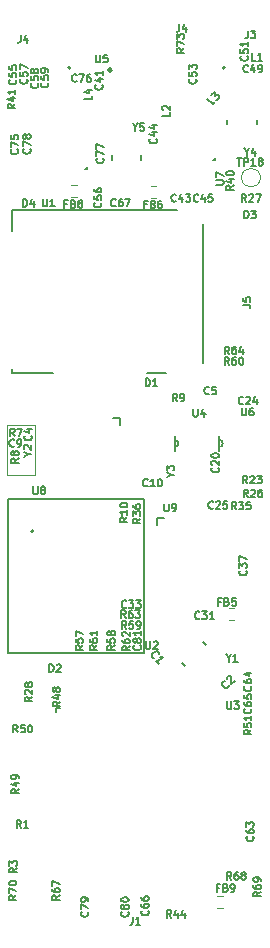
<source format=gbr>
%TF.GenerationSoftware,KiCad,Pcbnew,8.0.6*%
%TF.CreationDate,2024-11-27T08:16:23+01:00*%
%TF.ProjectId,M2SmartHome,4d32536d-6172-4744-986f-6d652e6b6963,rev?*%
%TF.SameCoordinates,Original*%
%TF.FileFunction,Legend,Top*%
%TF.FilePolarity,Positive*%
%FSLAX46Y46*%
G04 Gerber Fmt 4.6, Leading zero omitted, Abs format (unit mm)*
G04 Created by KiCad (PCBNEW 8.0.6) date 2024-11-27 08:16:23*
%MOMM*%
%LPD*%
G01*
G04 APERTURE LIST*
%ADD10C,0.150000*%
%ADD11C,0.100000*%
%ADD12C,0.200000*%
%ADD13C,0.127000*%
%ADD14C,0.120000*%
%ADD15C,0.254000*%
%ADD16C,0.152400*%
G04 APERTURE END LIST*
D10*
X95786667Y-86648276D02*
X95786667Y-87105419D01*
X95786667Y-87105419D02*
X95756190Y-87196847D01*
X95756190Y-87196847D02*
X95695238Y-87257800D01*
X95695238Y-87257800D02*
X95603809Y-87288276D01*
X95603809Y-87288276D02*
X95542857Y-87288276D01*
X96365714Y-86861609D02*
X96365714Y-87288276D01*
X96213333Y-86617800D02*
X96060952Y-87074942D01*
X96060952Y-87074942D02*
X96457143Y-87074942D01*
D11*
X83600000Y-120600000D02*
X81200000Y-120600000D01*
X81200000Y-120600000D02*
X81200000Y-124800000D01*
X83600000Y-124800000D02*
X83600000Y-120600000D01*
X81200000Y-124800000D02*
X83600000Y-124800000D01*
D10*
X88388276Y-92706666D02*
X88388276Y-93011428D01*
X88388276Y-93011428D02*
X87748276Y-93011428D01*
X87961609Y-92219047D02*
X88388276Y-92219047D01*
X87717800Y-92371428D02*
X88174942Y-92523809D01*
X88174942Y-92523809D02*
X88174942Y-92127618D01*
X98828417Y-93229266D02*
X98612918Y-93444765D01*
X98612918Y-93444765D02*
X98160370Y-92992217D01*
X98483618Y-92668968D02*
X98763767Y-92388819D01*
X98763767Y-92388819D02*
X98785317Y-92712068D01*
X98785317Y-92712068D02*
X98849967Y-92647418D01*
X98849967Y-92647418D02*
X98914617Y-92625868D01*
X98914617Y-92625868D02*
X98957717Y-92625868D01*
X98957717Y-92625868D02*
X99022366Y-92647418D01*
X99022366Y-92647418D02*
X99130116Y-92755168D01*
X99130116Y-92755168D02*
X99151666Y-92819818D01*
X99151666Y-92819818D02*
X99151666Y-92862917D01*
X99151666Y-92862917D02*
X99130116Y-92927567D01*
X99130116Y-92927567D02*
X99000816Y-93056867D01*
X99000816Y-93056867D02*
X98936167Y-93078417D01*
X98936167Y-93078417D02*
X98893067Y-93078417D01*
X94988276Y-94106666D02*
X94988276Y-94411428D01*
X94988276Y-94411428D02*
X94348276Y-94411428D01*
X94409228Y-93923809D02*
X94378752Y-93893333D01*
X94378752Y-93893333D02*
X94348276Y-93832380D01*
X94348276Y-93832380D02*
X94348276Y-93679999D01*
X94348276Y-93679999D02*
X94378752Y-93619047D01*
X94378752Y-93619047D02*
X94409228Y-93588571D01*
X94409228Y-93588571D02*
X94470180Y-93558094D01*
X94470180Y-93558094D02*
X94531133Y-93558094D01*
X94531133Y-93558094D02*
X94622561Y-93588571D01*
X94622561Y-93588571D02*
X94988276Y-93954285D01*
X94988276Y-93954285D02*
X94988276Y-93558094D01*
X102243333Y-89738276D02*
X101938571Y-89738276D01*
X101938571Y-89738276D02*
X101938571Y-89098276D01*
X102791905Y-89738276D02*
X102426190Y-89738276D01*
X102609047Y-89738276D02*
X102609047Y-89098276D01*
X102609047Y-89098276D02*
X102548095Y-89189704D01*
X102548095Y-89189704D02*
X102487143Y-89250657D01*
X102487143Y-89250657D02*
X102426190Y-89281133D01*
X92962380Y-138898276D02*
X92962380Y-139416371D01*
X92962380Y-139416371D02*
X92992857Y-139477323D01*
X92992857Y-139477323D02*
X93023333Y-139507800D01*
X93023333Y-139507800D02*
X93084285Y-139538276D01*
X93084285Y-139538276D02*
X93206190Y-139538276D01*
X93206190Y-139538276D02*
X93267142Y-139507800D01*
X93267142Y-139507800D02*
X93297619Y-139477323D01*
X93297619Y-139477323D02*
X93328095Y-139416371D01*
X93328095Y-139416371D02*
X93328095Y-138898276D01*
X93602380Y-138959228D02*
X93632856Y-138928752D01*
X93632856Y-138928752D02*
X93693809Y-138898276D01*
X93693809Y-138898276D02*
X93846190Y-138898276D01*
X93846190Y-138898276D02*
X93907142Y-138928752D01*
X93907142Y-138928752D02*
X93937618Y-138959228D01*
X93937618Y-138959228D02*
X93968095Y-139020180D01*
X93968095Y-139020180D02*
X93968095Y-139081133D01*
X93968095Y-139081133D02*
X93937618Y-139172561D01*
X93937618Y-139172561D02*
X93571904Y-139538276D01*
X93571904Y-139538276D02*
X93968095Y-139538276D01*
X101148276Y-110413332D02*
X101605419Y-110413332D01*
X101605419Y-110413332D02*
X101696847Y-110443809D01*
X101696847Y-110443809D02*
X101757800Y-110504761D01*
X101757800Y-110504761D02*
X101788276Y-110596190D01*
X101788276Y-110596190D02*
X101788276Y-110657142D01*
X101148276Y-109803809D02*
X101148276Y-110108571D01*
X101148276Y-110108571D02*
X101453038Y-110139047D01*
X101453038Y-110139047D02*
X101422561Y-110108571D01*
X101422561Y-110108571D02*
X101392085Y-110047618D01*
X101392085Y-110047618D02*
X101392085Y-109895237D01*
X101392085Y-109895237D02*
X101422561Y-109834285D01*
X101422561Y-109834285D02*
X101453038Y-109803809D01*
X101453038Y-109803809D02*
X101513990Y-109773332D01*
X101513990Y-109773332D02*
X101666371Y-109773332D01*
X101666371Y-109773332D02*
X101727323Y-109803809D01*
X101727323Y-109803809D02*
X101757800Y-109834285D01*
X101757800Y-109834285D02*
X101788276Y-109895237D01*
X101788276Y-109895237D02*
X101788276Y-110047618D01*
X101788276Y-110047618D02*
X101757800Y-110108571D01*
X101757800Y-110108571D02*
X101727323Y-110139047D01*
X83412380Y-125798276D02*
X83412380Y-126316371D01*
X83412380Y-126316371D02*
X83442857Y-126377323D01*
X83442857Y-126377323D02*
X83473333Y-126407800D01*
X83473333Y-126407800D02*
X83534285Y-126438276D01*
X83534285Y-126438276D02*
X83656190Y-126438276D01*
X83656190Y-126438276D02*
X83717142Y-126407800D01*
X83717142Y-126407800D02*
X83747619Y-126377323D01*
X83747619Y-126377323D02*
X83778095Y-126316371D01*
X83778095Y-126316371D02*
X83778095Y-125798276D01*
X84174285Y-126072561D02*
X84113333Y-126042085D01*
X84113333Y-126042085D02*
X84082856Y-126011609D01*
X84082856Y-126011609D02*
X84052380Y-125950657D01*
X84052380Y-125950657D02*
X84052380Y-125920180D01*
X84052380Y-125920180D02*
X84082856Y-125859228D01*
X84082856Y-125859228D02*
X84113333Y-125828752D01*
X84113333Y-125828752D02*
X84174285Y-125798276D01*
X84174285Y-125798276D02*
X84296190Y-125798276D01*
X84296190Y-125798276D02*
X84357142Y-125828752D01*
X84357142Y-125828752D02*
X84387618Y-125859228D01*
X84387618Y-125859228D02*
X84418095Y-125920180D01*
X84418095Y-125920180D02*
X84418095Y-125950657D01*
X84418095Y-125950657D02*
X84387618Y-126011609D01*
X84387618Y-126011609D02*
X84357142Y-126042085D01*
X84357142Y-126042085D02*
X84296190Y-126072561D01*
X84296190Y-126072561D02*
X84174285Y-126072561D01*
X84174285Y-126072561D02*
X84113333Y-126103038D01*
X84113333Y-126103038D02*
X84082856Y-126133514D01*
X84082856Y-126133514D02*
X84052380Y-126194466D01*
X84052380Y-126194466D02*
X84052380Y-126316371D01*
X84052380Y-126316371D02*
X84082856Y-126377323D01*
X84082856Y-126377323D02*
X84113333Y-126407800D01*
X84113333Y-126407800D02*
X84174285Y-126438276D01*
X84174285Y-126438276D02*
X84296190Y-126438276D01*
X84296190Y-126438276D02*
X84357142Y-126407800D01*
X84357142Y-126407800D02*
X84387618Y-126377323D01*
X84387618Y-126377323D02*
X84418095Y-126316371D01*
X84418095Y-126316371D02*
X84418095Y-126194466D01*
X84418095Y-126194466D02*
X84387618Y-126133514D01*
X84387618Y-126133514D02*
X84357142Y-126103038D01*
X84357142Y-126103038D02*
X84296190Y-126072561D01*
X94512380Y-127248276D02*
X94512380Y-127766371D01*
X94512380Y-127766371D02*
X94542857Y-127827323D01*
X94542857Y-127827323D02*
X94573333Y-127857800D01*
X94573333Y-127857800D02*
X94634285Y-127888276D01*
X94634285Y-127888276D02*
X94756190Y-127888276D01*
X94756190Y-127888276D02*
X94817142Y-127857800D01*
X94817142Y-127857800D02*
X94847619Y-127827323D01*
X94847619Y-127827323D02*
X94878095Y-127766371D01*
X94878095Y-127766371D02*
X94878095Y-127248276D01*
X95213333Y-127888276D02*
X95335237Y-127888276D01*
X95335237Y-127888276D02*
X95396190Y-127857800D01*
X95396190Y-127857800D02*
X95426666Y-127827323D01*
X95426666Y-127827323D02*
X95487618Y-127735895D01*
X95487618Y-127735895D02*
X95518095Y-127613990D01*
X95518095Y-127613990D02*
X95518095Y-127370180D01*
X95518095Y-127370180D02*
X95487618Y-127309228D01*
X95487618Y-127309228D02*
X95457142Y-127278752D01*
X95457142Y-127278752D02*
X95396190Y-127248276D01*
X95396190Y-127248276D02*
X95274285Y-127248276D01*
X95274285Y-127248276D02*
X95213333Y-127278752D01*
X95213333Y-127278752D02*
X95182856Y-127309228D01*
X95182856Y-127309228D02*
X95152380Y-127370180D01*
X95152380Y-127370180D02*
X95152380Y-127522561D01*
X95152380Y-127522561D02*
X95182856Y-127583514D01*
X95182856Y-127583514D02*
X95213333Y-127613990D01*
X95213333Y-127613990D02*
X95274285Y-127644466D01*
X95274285Y-127644466D02*
X95396190Y-127644466D01*
X95396190Y-127644466D02*
X95457142Y-127613990D01*
X95457142Y-127613990D02*
X95487618Y-127583514D01*
X95487618Y-127583514D02*
X95518095Y-127522561D01*
X100687619Y-97998276D02*
X101053333Y-97998276D01*
X100870476Y-98638276D02*
X100870476Y-97998276D01*
X101266666Y-98638276D02*
X101266666Y-97998276D01*
X101266666Y-97998276D02*
X101510476Y-97998276D01*
X101510476Y-97998276D02*
X101571428Y-98028752D01*
X101571428Y-98028752D02*
X101601905Y-98059228D01*
X101601905Y-98059228D02*
X101632381Y-98120180D01*
X101632381Y-98120180D02*
X101632381Y-98211609D01*
X101632381Y-98211609D02*
X101601905Y-98272561D01*
X101601905Y-98272561D02*
X101571428Y-98303038D01*
X101571428Y-98303038D02*
X101510476Y-98333514D01*
X101510476Y-98333514D02*
X101266666Y-98333514D01*
X102241905Y-98638276D02*
X101876190Y-98638276D01*
X102059047Y-98638276D02*
X102059047Y-97998276D01*
X102059047Y-97998276D02*
X101998095Y-98089704D01*
X101998095Y-98089704D02*
X101937143Y-98150657D01*
X101937143Y-98150657D02*
X101876190Y-98181133D01*
X102607619Y-98272561D02*
X102546667Y-98242085D01*
X102546667Y-98242085D02*
X102516190Y-98211609D01*
X102516190Y-98211609D02*
X102485714Y-98150657D01*
X102485714Y-98150657D02*
X102485714Y-98120180D01*
X102485714Y-98120180D02*
X102516190Y-98059228D01*
X102516190Y-98059228D02*
X102546667Y-98028752D01*
X102546667Y-98028752D02*
X102607619Y-97998276D01*
X102607619Y-97998276D02*
X102729524Y-97998276D01*
X102729524Y-97998276D02*
X102790476Y-98028752D01*
X102790476Y-98028752D02*
X102820952Y-98059228D01*
X102820952Y-98059228D02*
X102851429Y-98120180D01*
X102851429Y-98120180D02*
X102851429Y-98150657D01*
X102851429Y-98150657D02*
X102820952Y-98211609D01*
X102820952Y-98211609D02*
X102790476Y-98242085D01*
X102790476Y-98242085D02*
X102729524Y-98272561D01*
X102729524Y-98272561D02*
X102607619Y-98272561D01*
X102607619Y-98272561D02*
X102546667Y-98303038D01*
X102546667Y-98303038D02*
X102516190Y-98333514D01*
X102516190Y-98333514D02*
X102485714Y-98394466D01*
X102485714Y-98394466D02*
X102485714Y-98516371D01*
X102485714Y-98516371D02*
X102516190Y-98577323D01*
X102516190Y-98577323D02*
X102546667Y-98607800D01*
X102546667Y-98607800D02*
X102607619Y-98638276D01*
X102607619Y-98638276D02*
X102729524Y-98638276D01*
X102729524Y-98638276D02*
X102790476Y-98607800D01*
X102790476Y-98607800D02*
X102820952Y-98577323D01*
X102820952Y-98577323D02*
X102851429Y-98516371D01*
X102851429Y-98516371D02*
X102851429Y-98394466D01*
X102851429Y-98394466D02*
X102820952Y-98333514D01*
X102820952Y-98333514D02*
X102790476Y-98303038D01*
X102790476Y-98303038D02*
X102729524Y-98272561D01*
X99812380Y-143998276D02*
X99812380Y-144516371D01*
X99812380Y-144516371D02*
X99842857Y-144577323D01*
X99842857Y-144577323D02*
X99873333Y-144607800D01*
X99873333Y-144607800D02*
X99934285Y-144638276D01*
X99934285Y-144638276D02*
X100056190Y-144638276D01*
X100056190Y-144638276D02*
X100117142Y-144607800D01*
X100117142Y-144607800D02*
X100147619Y-144577323D01*
X100147619Y-144577323D02*
X100178095Y-144516371D01*
X100178095Y-144516371D02*
X100178095Y-143998276D01*
X100421904Y-143998276D02*
X100818095Y-143998276D01*
X100818095Y-143998276D02*
X100604761Y-144242085D01*
X100604761Y-144242085D02*
X100696190Y-144242085D01*
X100696190Y-144242085D02*
X100757142Y-144272561D01*
X100757142Y-144272561D02*
X100787618Y-144303038D01*
X100787618Y-144303038D02*
X100818095Y-144363990D01*
X100818095Y-144363990D02*
X100818095Y-144516371D01*
X100818095Y-144516371D02*
X100787618Y-144577323D01*
X100787618Y-144577323D02*
X100757142Y-144607800D01*
X100757142Y-144607800D02*
X100696190Y-144638276D01*
X100696190Y-144638276D02*
X100513333Y-144638276D01*
X100513333Y-144638276D02*
X100452380Y-144607800D01*
X100452380Y-144607800D02*
X100421904Y-144577323D01*
X99945238Y-140333513D02*
X99945238Y-140638275D01*
X99731905Y-139998275D02*
X99945238Y-140333513D01*
X99945238Y-140333513D02*
X100158572Y-139998275D01*
X100707143Y-140638275D02*
X100341428Y-140638275D01*
X100524285Y-140638275D02*
X100524285Y-139998275D01*
X100524285Y-139998275D02*
X100463333Y-140089703D01*
X100463333Y-140089703D02*
X100402381Y-140150656D01*
X100402381Y-140150656D02*
X100341428Y-140181132D01*
X95033514Y-124804761D02*
X95338276Y-124804761D01*
X94698276Y-125018094D02*
X95033514Y-124804761D01*
X95033514Y-124804761D02*
X94698276Y-124591427D01*
X94698276Y-124439047D02*
X94698276Y-124042856D01*
X94698276Y-124042856D02*
X94942085Y-124256190D01*
X94942085Y-124256190D02*
X94942085Y-124164761D01*
X94942085Y-124164761D02*
X94972561Y-124103809D01*
X94972561Y-124103809D02*
X95003038Y-124073333D01*
X95003038Y-124073333D02*
X95063990Y-124042856D01*
X95063990Y-124042856D02*
X95216371Y-124042856D01*
X95216371Y-124042856D02*
X95277323Y-124073333D01*
X95277323Y-124073333D02*
X95307800Y-124103809D01*
X95307800Y-124103809D02*
X95338276Y-124164761D01*
X95338276Y-124164761D02*
X95338276Y-124347618D01*
X95338276Y-124347618D02*
X95307800Y-124408571D01*
X95307800Y-124408571D02*
X95277323Y-124439047D01*
X82933514Y-123054761D02*
X83238276Y-123054761D01*
X82598276Y-123268094D02*
X82933514Y-123054761D01*
X82933514Y-123054761D02*
X82598276Y-122841427D01*
X82659228Y-122658571D02*
X82628752Y-122628095D01*
X82628752Y-122628095D02*
X82598276Y-122567142D01*
X82598276Y-122567142D02*
X82598276Y-122414761D01*
X82598276Y-122414761D02*
X82628752Y-122353809D01*
X82628752Y-122353809D02*
X82659228Y-122323333D01*
X82659228Y-122323333D02*
X82720180Y-122292856D01*
X82720180Y-122292856D02*
X82781133Y-122292856D01*
X82781133Y-122292856D02*
X82872561Y-122323333D01*
X82872561Y-122323333D02*
X83238276Y-122689047D01*
X83238276Y-122689047D02*
X83238276Y-122292856D01*
X101495238Y-97483514D02*
X101495238Y-97788276D01*
X101281905Y-97148276D02*
X101495238Y-97483514D01*
X101495238Y-97483514D02*
X101708572Y-97148276D01*
X102196190Y-97361609D02*
X102196190Y-97788276D01*
X102043809Y-97117800D02*
X101891428Y-97574942D01*
X101891428Y-97574942D02*
X102287619Y-97574942D01*
X98895776Y-100237619D02*
X99413871Y-100237619D01*
X99413871Y-100237619D02*
X99474823Y-100207142D01*
X99474823Y-100207142D02*
X99505300Y-100176666D01*
X99505300Y-100176666D02*
X99535776Y-100115714D01*
X99535776Y-100115714D02*
X99535776Y-99993809D01*
X99535776Y-99993809D02*
X99505300Y-99932857D01*
X99505300Y-99932857D02*
X99474823Y-99902380D01*
X99474823Y-99902380D02*
X99413871Y-99871904D01*
X99413871Y-99871904D02*
X98895776Y-99871904D01*
X98895776Y-99628095D02*
X98895776Y-99201428D01*
X98895776Y-99201428D02*
X99535776Y-99475714D01*
X92045238Y-95383514D02*
X92045238Y-95688276D01*
X91831905Y-95048276D02*
X92045238Y-95383514D01*
X92045238Y-95383514D02*
X92258572Y-95048276D01*
X92776666Y-95048276D02*
X92471904Y-95048276D01*
X92471904Y-95048276D02*
X92441428Y-95353038D01*
X92441428Y-95353038D02*
X92471904Y-95322561D01*
X92471904Y-95322561D02*
X92532857Y-95292085D01*
X92532857Y-95292085D02*
X92685238Y-95292085D01*
X92685238Y-95292085D02*
X92746190Y-95322561D01*
X92746190Y-95322561D02*
X92776666Y-95353038D01*
X92776666Y-95353038D02*
X92807143Y-95413990D01*
X92807143Y-95413990D02*
X92807143Y-95566371D01*
X92807143Y-95566371D02*
X92776666Y-95627323D01*
X92776666Y-95627323D02*
X92746190Y-95657800D01*
X92746190Y-95657800D02*
X92685238Y-95688276D01*
X92685238Y-95688276D02*
X92532857Y-95688276D01*
X92532857Y-95688276D02*
X92471904Y-95657800D01*
X92471904Y-95657800D02*
X92441428Y-95627323D01*
X101277618Y-103088276D02*
X101277618Y-102448276D01*
X101277618Y-102448276D02*
X101429999Y-102448276D01*
X101429999Y-102448276D02*
X101521428Y-102478752D01*
X101521428Y-102478752D02*
X101582380Y-102539704D01*
X101582380Y-102539704D02*
X101612857Y-102600657D01*
X101612857Y-102600657D02*
X101643333Y-102722561D01*
X101643333Y-102722561D02*
X101643333Y-102813990D01*
X101643333Y-102813990D02*
X101612857Y-102935895D01*
X101612857Y-102935895D02*
X101582380Y-102996847D01*
X101582380Y-102996847D02*
X101521428Y-103057800D01*
X101521428Y-103057800D02*
X101429999Y-103088276D01*
X101429999Y-103088276D02*
X101277618Y-103088276D01*
X101856666Y-102448276D02*
X102252857Y-102448276D01*
X102252857Y-102448276D02*
X102039523Y-102692085D01*
X102039523Y-102692085D02*
X102130952Y-102692085D01*
X102130952Y-102692085D02*
X102191904Y-102722561D01*
X102191904Y-102722561D02*
X102222380Y-102753038D01*
X102222380Y-102753038D02*
X102252857Y-102813990D01*
X102252857Y-102813990D02*
X102252857Y-102966371D01*
X102252857Y-102966371D02*
X102222380Y-103027323D01*
X102222380Y-103027323D02*
X102191904Y-103057800D01*
X102191904Y-103057800D02*
X102130952Y-103088276D01*
X102130952Y-103088276D02*
X101948095Y-103088276D01*
X101948095Y-103088276D02*
X101887142Y-103057800D01*
X101887142Y-103057800D02*
X101856666Y-103027323D01*
X84777618Y-141488276D02*
X84777618Y-140848276D01*
X84777618Y-140848276D02*
X84929999Y-140848276D01*
X84929999Y-140848276D02*
X85021428Y-140878752D01*
X85021428Y-140878752D02*
X85082380Y-140939704D01*
X85082380Y-140939704D02*
X85112857Y-141000657D01*
X85112857Y-141000657D02*
X85143333Y-141122561D01*
X85143333Y-141122561D02*
X85143333Y-141213990D01*
X85143333Y-141213990D02*
X85112857Y-141335895D01*
X85112857Y-141335895D02*
X85082380Y-141396847D01*
X85082380Y-141396847D02*
X85021428Y-141457800D01*
X85021428Y-141457800D02*
X84929999Y-141488276D01*
X84929999Y-141488276D02*
X84777618Y-141488276D01*
X85387142Y-140909228D02*
X85417618Y-140878752D01*
X85417618Y-140878752D02*
X85478571Y-140848276D01*
X85478571Y-140848276D02*
X85630952Y-140848276D01*
X85630952Y-140848276D02*
X85691904Y-140878752D01*
X85691904Y-140878752D02*
X85722380Y-140909228D01*
X85722380Y-140909228D02*
X85752857Y-140970180D01*
X85752857Y-140970180D02*
X85752857Y-141031133D01*
X85752857Y-141031133D02*
X85722380Y-141122561D01*
X85722380Y-141122561D02*
X85356666Y-141488276D01*
X85356666Y-141488276D02*
X85752857Y-141488276D01*
X92927618Y-117295776D02*
X92927618Y-116655776D01*
X92927618Y-116655776D02*
X93079999Y-116655776D01*
X93079999Y-116655776D02*
X93171428Y-116686252D01*
X93171428Y-116686252D02*
X93232380Y-116747204D01*
X93232380Y-116747204D02*
X93262857Y-116808157D01*
X93262857Y-116808157D02*
X93293333Y-116930061D01*
X93293333Y-116930061D02*
X93293333Y-117021490D01*
X93293333Y-117021490D02*
X93262857Y-117143395D01*
X93262857Y-117143395D02*
X93232380Y-117204347D01*
X93232380Y-117204347D02*
X93171428Y-117265300D01*
X93171428Y-117265300D02*
X93079999Y-117295776D01*
X93079999Y-117295776D02*
X92927618Y-117295776D01*
X93902857Y-117295776D02*
X93537142Y-117295776D01*
X93719999Y-117295776D02*
X93719999Y-116655776D01*
X93719999Y-116655776D02*
X93659047Y-116747204D01*
X93659047Y-116747204D02*
X93598095Y-116808157D01*
X93598095Y-116808157D02*
X93537142Y-116838633D01*
X82527618Y-102095776D02*
X82527618Y-101455776D01*
X82527618Y-101455776D02*
X82679999Y-101455776D01*
X82679999Y-101455776D02*
X82771428Y-101486252D01*
X82771428Y-101486252D02*
X82832380Y-101547204D01*
X82832380Y-101547204D02*
X82862857Y-101608157D01*
X82862857Y-101608157D02*
X82893333Y-101730061D01*
X82893333Y-101730061D02*
X82893333Y-101821490D01*
X82893333Y-101821490D02*
X82862857Y-101943395D01*
X82862857Y-101943395D02*
X82832380Y-102004347D01*
X82832380Y-102004347D02*
X82771428Y-102065300D01*
X82771428Y-102065300D02*
X82679999Y-102095776D01*
X82679999Y-102095776D02*
X82527618Y-102095776D01*
X83441904Y-101669109D02*
X83441904Y-102095776D01*
X83289523Y-101425300D02*
X83137142Y-101882442D01*
X83137142Y-101882442D02*
X83533333Y-101882442D01*
X84212380Y-101448276D02*
X84212380Y-101966371D01*
X84212380Y-101966371D02*
X84242857Y-102027323D01*
X84242857Y-102027323D02*
X84273333Y-102057800D01*
X84273333Y-102057800D02*
X84334285Y-102088276D01*
X84334285Y-102088276D02*
X84456190Y-102088276D01*
X84456190Y-102088276D02*
X84517142Y-102057800D01*
X84517142Y-102057800D02*
X84547619Y-102027323D01*
X84547619Y-102027323D02*
X84578095Y-101966371D01*
X84578095Y-101966371D02*
X84578095Y-101448276D01*
X85218095Y-102088276D02*
X84852380Y-102088276D01*
X85035237Y-102088276D02*
X85035237Y-101448276D01*
X85035237Y-101448276D02*
X84974285Y-101539704D01*
X84974285Y-101539704D02*
X84913333Y-101600657D01*
X84913333Y-101600657D02*
X84852380Y-101631133D01*
X101586667Y-87198276D02*
X101586667Y-87655419D01*
X101586667Y-87655419D02*
X101556190Y-87746847D01*
X101556190Y-87746847D02*
X101495238Y-87807800D01*
X101495238Y-87807800D02*
X101403809Y-87838276D01*
X101403809Y-87838276D02*
X101342857Y-87838276D01*
X101830476Y-87198276D02*
X102226667Y-87198276D01*
X102226667Y-87198276D02*
X102013333Y-87442085D01*
X102013333Y-87442085D02*
X102104762Y-87442085D01*
X102104762Y-87442085D02*
X102165714Y-87472561D01*
X102165714Y-87472561D02*
X102196190Y-87503038D01*
X102196190Y-87503038D02*
X102226667Y-87563990D01*
X102226667Y-87563990D02*
X102226667Y-87716371D01*
X102226667Y-87716371D02*
X102196190Y-87777323D01*
X102196190Y-87777323D02*
X102165714Y-87807800D01*
X102165714Y-87807800D02*
X102104762Y-87838276D01*
X102104762Y-87838276D02*
X101921905Y-87838276D01*
X101921905Y-87838276D02*
X101860952Y-87807800D01*
X101860952Y-87807800D02*
X101830476Y-87777323D01*
X82336667Y-87598276D02*
X82336667Y-88055419D01*
X82336667Y-88055419D02*
X82306190Y-88146847D01*
X82306190Y-88146847D02*
X82245238Y-88207800D01*
X82245238Y-88207800D02*
X82153809Y-88238276D01*
X82153809Y-88238276D02*
X82092857Y-88238276D01*
X82915714Y-87811609D02*
X82915714Y-88238276D01*
X82763333Y-87567800D02*
X82610952Y-88024942D01*
X82610952Y-88024942D02*
X83007143Y-88024942D01*
X101588571Y-90677323D02*
X101558095Y-90707800D01*
X101558095Y-90707800D02*
X101466666Y-90738276D01*
X101466666Y-90738276D02*
X101405714Y-90738276D01*
X101405714Y-90738276D02*
X101314285Y-90707800D01*
X101314285Y-90707800D02*
X101253333Y-90646847D01*
X101253333Y-90646847D02*
X101222856Y-90585895D01*
X101222856Y-90585895D02*
X101192380Y-90463990D01*
X101192380Y-90463990D02*
X101192380Y-90372561D01*
X101192380Y-90372561D02*
X101222856Y-90250657D01*
X101222856Y-90250657D02*
X101253333Y-90189704D01*
X101253333Y-90189704D02*
X101314285Y-90128752D01*
X101314285Y-90128752D02*
X101405714Y-90098276D01*
X101405714Y-90098276D02*
X101466666Y-90098276D01*
X101466666Y-90098276D02*
X101558095Y-90128752D01*
X101558095Y-90128752D02*
X101588571Y-90159228D01*
X102137142Y-90311609D02*
X102137142Y-90738276D01*
X101984761Y-90067800D02*
X101832380Y-90524942D01*
X101832380Y-90524942D02*
X102228571Y-90524942D01*
X102502857Y-90738276D02*
X102624761Y-90738276D01*
X102624761Y-90738276D02*
X102685714Y-90707800D01*
X102685714Y-90707800D02*
X102716190Y-90677323D01*
X102716190Y-90677323D02*
X102777142Y-90585895D01*
X102777142Y-90585895D02*
X102807619Y-90463990D01*
X102807619Y-90463990D02*
X102807619Y-90220180D01*
X102807619Y-90220180D02*
X102777142Y-90159228D01*
X102777142Y-90159228D02*
X102746666Y-90128752D01*
X102746666Y-90128752D02*
X102685714Y-90098276D01*
X102685714Y-90098276D02*
X102563809Y-90098276D01*
X102563809Y-90098276D02*
X102502857Y-90128752D01*
X102502857Y-90128752D02*
X102472380Y-90159228D01*
X102472380Y-90159228D02*
X102441904Y-90220180D01*
X102441904Y-90220180D02*
X102441904Y-90372561D01*
X102441904Y-90372561D02*
X102472380Y-90433514D01*
X102472380Y-90433514D02*
X102502857Y-90463990D01*
X102502857Y-90463990D02*
X102563809Y-90494466D01*
X102563809Y-90494466D02*
X102685714Y-90494466D01*
X102685714Y-90494466D02*
X102746666Y-90463990D01*
X102746666Y-90463990D02*
X102777142Y-90433514D01*
X102777142Y-90433514D02*
X102807619Y-90372561D01*
X82188276Y-151418928D02*
X81883514Y-151632262D01*
X82188276Y-151784643D02*
X81548276Y-151784643D01*
X81548276Y-151784643D02*
X81548276Y-151540833D01*
X81548276Y-151540833D02*
X81578752Y-151479881D01*
X81578752Y-151479881D02*
X81609228Y-151449404D01*
X81609228Y-151449404D02*
X81670180Y-151418928D01*
X81670180Y-151418928D02*
X81761609Y-151418928D01*
X81761609Y-151418928D02*
X81822561Y-151449404D01*
X81822561Y-151449404D02*
X81853038Y-151479881D01*
X81853038Y-151479881D02*
X81883514Y-151540833D01*
X81883514Y-151540833D02*
X81883514Y-151784643D01*
X81761609Y-150870357D02*
X82188276Y-150870357D01*
X81517800Y-151022738D02*
X81974942Y-151175119D01*
X81974942Y-151175119D02*
X81974942Y-150778928D01*
X82188276Y-150504642D02*
X82188276Y-150382738D01*
X82188276Y-150382738D02*
X82157800Y-150321785D01*
X82157800Y-150321785D02*
X82127323Y-150291309D01*
X82127323Y-150291309D02*
X82035895Y-150230357D01*
X82035895Y-150230357D02*
X81913990Y-150199880D01*
X81913990Y-150199880D02*
X81670180Y-150199880D01*
X81670180Y-150199880D02*
X81609228Y-150230357D01*
X81609228Y-150230357D02*
X81578752Y-150260833D01*
X81578752Y-150260833D02*
X81548276Y-150321785D01*
X81548276Y-150321785D02*
X81548276Y-150443690D01*
X81548276Y-150443690D02*
X81578752Y-150504642D01*
X81578752Y-150504642D02*
X81609228Y-150535119D01*
X81609228Y-150535119D02*
X81670180Y-150565595D01*
X81670180Y-150565595D02*
X81822561Y-150565595D01*
X81822561Y-150565595D02*
X81883514Y-150535119D01*
X81883514Y-150535119D02*
X81913990Y-150504642D01*
X81913990Y-150504642D02*
X81944466Y-150443690D01*
X81944466Y-150443690D02*
X81944466Y-150321785D01*
X81944466Y-150321785D02*
X81913990Y-150260833D01*
X81913990Y-150260833D02*
X81883514Y-150230357D01*
X81883514Y-150230357D02*
X81822561Y-150199880D01*
X91388276Y-128418928D02*
X91083514Y-128632262D01*
X91388276Y-128784643D02*
X90748276Y-128784643D01*
X90748276Y-128784643D02*
X90748276Y-128540833D01*
X90748276Y-128540833D02*
X90778752Y-128479881D01*
X90778752Y-128479881D02*
X90809228Y-128449404D01*
X90809228Y-128449404D02*
X90870180Y-128418928D01*
X90870180Y-128418928D02*
X90961609Y-128418928D01*
X90961609Y-128418928D02*
X91022561Y-128449404D01*
X91022561Y-128449404D02*
X91053038Y-128479881D01*
X91053038Y-128479881D02*
X91083514Y-128540833D01*
X91083514Y-128540833D02*
X91083514Y-128784643D01*
X91388276Y-127809404D02*
X91388276Y-128175119D01*
X91388276Y-127992262D02*
X90748276Y-127992262D01*
X90748276Y-127992262D02*
X90839704Y-128053214D01*
X90839704Y-128053214D02*
X90900657Y-128114166D01*
X90900657Y-128114166D02*
X90931133Y-128175119D01*
X90748276Y-127413214D02*
X90748276Y-127352261D01*
X90748276Y-127352261D02*
X90778752Y-127291309D01*
X90778752Y-127291309D02*
X90809228Y-127260833D01*
X90809228Y-127260833D02*
X90870180Y-127230357D01*
X90870180Y-127230357D02*
X90992085Y-127199880D01*
X90992085Y-127199880D02*
X91144466Y-127199880D01*
X91144466Y-127199880D02*
X91266371Y-127230357D01*
X91266371Y-127230357D02*
X91327323Y-127260833D01*
X91327323Y-127260833D02*
X91357800Y-127291309D01*
X91357800Y-127291309D02*
X91388276Y-127352261D01*
X91388276Y-127352261D02*
X91388276Y-127413214D01*
X91388276Y-127413214D02*
X91357800Y-127474166D01*
X91357800Y-127474166D02*
X91327323Y-127504642D01*
X91327323Y-127504642D02*
X91266371Y-127535119D01*
X91266371Y-127535119D02*
X91144466Y-127565595D01*
X91144466Y-127565595D02*
X90992085Y-127565595D01*
X90992085Y-127565595D02*
X90870180Y-127535119D01*
X90870180Y-127535119D02*
X90809228Y-127504642D01*
X90809228Y-127504642D02*
X90778752Y-127474166D01*
X90778752Y-127474166D02*
X90748276Y-127413214D01*
X102688276Y-160118928D02*
X102383514Y-160332262D01*
X102688276Y-160484643D02*
X102048276Y-160484643D01*
X102048276Y-160484643D02*
X102048276Y-160240833D01*
X102048276Y-160240833D02*
X102078752Y-160179881D01*
X102078752Y-160179881D02*
X102109228Y-160149404D01*
X102109228Y-160149404D02*
X102170180Y-160118928D01*
X102170180Y-160118928D02*
X102261609Y-160118928D01*
X102261609Y-160118928D02*
X102322561Y-160149404D01*
X102322561Y-160149404D02*
X102353038Y-160179881D01*
X102353038Y-160179881D02*
X102383514Y-160240833D01*
X102383514Y-160240833D02*
X102383514Y-160484643D01*
X102048276Y-159570357D02*
X102048276Y-159692262D01*
X102048276Y-159692262D02*
X102078752Y-159753214D01*
X102078752Y-159753214D02*
X102109228Y-159783690D01*
X102109228Y-159783690D02*
X102200657Y-159844643D01*
X102200657Y-159844643D02*
X102322561Y-159875119D01*
X102322561Y-159875119D02*
X102566371Y-159875119D01*
X102566371Y-159875119D02*
X102627323Y-159844643D01*
X102627323Y-159844643D02*
X102657800Y-159814166D01*
X102657800Y-159814166D02*
X102688276Y-159753214D01*
X102688276Y-159753214D02*
X102688276Y-159631309D01*
X102688276Y-159631309D02*
X102657800Y-159570357D01*
X102657800Y-159570357D02*
X102627323Y-159539881D01*
X102627323Y-159539881D02*
X102566371Y-159509404D01*
X102566371Y-159509404D02*
X102413990Y-159509404D01*
X102413990Y-159509404D02*
X102353038Y-159539881D01*
X102353038Y-159539881D02*
X102322561Y-159570357D01*
X102322561Y-159570357D02*
X102292085Y-159631309D01*
X102292085Y-159631309D02*
X102292085Y-159753214D01*
X102292085Y-159753214D02*
X102322561Y-159814166D01*
X102322561Y-159814166D02*
X102353038Y-159844643D01*
X102353038Y-159844643D02*
X102413990Y-159875119D01*
X102688276Y-159204642D02*
X102688276Y-159082738D01*
X102688276Y-159082738D02*
X102657800Y-159021785D01*
X102657800Y-159021785D02*
X102627323Y-158991309D01*
X102627323Y-158991309D02*
X102535895Y-158930357D01*
X102535895Y-158930357D02*
X102413990Y-158899880D01*
X102413990Y-158899880D02*
X102170180Y-158899880D01*
X102170180Y-158899880D02*
X102109228Y-158930357D01*
X102109228Y-158930357D02*
X102078752Y-158960833D01*
X102078752Y-158960833D02*
X102048276Y-159021785D01*
X102048276Y-159021785D02*
X102048276Y-159143690D01*
X102048276Y-159143690D02*
X102078752Y-159204642D01*
X102078752Y-159204642D02*
X102109228Y-159235119D01*
X102109228Y-159235119D02*
X102170180Y-159265595D01*
X102170180Y-159265595D02*
X102322561Y-159265595D01*
X102322561Y-159265595D02*
X102383514Y-159235119D01*
X102383514Y-159235119D02*
X102413990Y-159204642D01*
X102413990Y-159204642D02*
X102444466Y-159143690D01*
X102444466Y-159143690D02*
X102444466Y-159021785D01*
X102444466Y-159021785D02*
X102413990Y-158960833D01*
X102413990Y-158960833D02*
X102383514Y-158930357D01*
X102383514Y-158930357D02*
X102322561Y-158899880D01*
X101427323Y-132918928D02*
X101457800Y-132949404D01*
X101457800Y-132949404D02*
X101488276Y-133040833D01*
X101488276Y-133040833D02*
X101488276Y-133101785D01*
X101488276Y-133101785D02*
X101457800Y-133193214D01*
X101457800Y-133193214D02*
X101396847Y-133254166D01*
X101396847Y-133254166D02*
X101335895Y-133284643D01*
X101335895Y-133284643D02*
X101213990Y-133315119D01*
X101213990Y-133315119D02*
X101122561Y-133315119D01*
X101122561Y-133315119D02*
X101000657Y-133284643D01*
X101000657Y-133284643D02*
X100939704Y-133254166D01*
X100939704Y-133254166D02*
X100878752Y-133193214D01*
X100878752Y-133193214D02*
X100848276Y-133101785D01*
X100848276Y-133101785D02*
X100848276Y-133040833D01*
X100848276Y-133040833D02*
X100878752Y-132949404D01*
X100878752Y-132949404D02*
X100909228Y-132918928D01*
X100848276Y-132705595D02*
X100848276Y-132309404D01*
X100848276Y-132309404D02*
X101092085Y-132522738D01*
X101092085Y-132522738D02*
X101092085Y-132431309D01*
X101092085Y-132431309D02*
X101122561Y-132370357D01*
X101122561Y-132370357D02*
X101153038Y-132339881D01*
X101153038Y-132339881D02*
X101213990Y-132309404D01*
X101213990Y-132309404D02*
X101366371Y-132309404D01*
X101366371Y-132309404D02*
X101427323Y-132339881D01*
X101427323Y-132339881D02*
X101457800Y-132370357D01*
X101457800Y-132370357D02*
X101488276Y-132431309D01*
X101488276Y-132431309D02*
X101488276Y-132614166D01*
X101488276Y-132614166D02*
X101457800Y-132675119D01*
X101457800Y-132675119D02*
X101427323Y-132705595D01*
X100848276Y-132096071D02*
X100848276Y-131669404D01*
X100848276Y-131669404D02*
X101488276Y-131943690D01*
X82877323Y-91311428D02*
X82907800Y-91341904D01*
X82907800Y-91341904D02*
X82938276Y-91433333D01*
X82938276Y-91433333D02*
X82938276Y-91494285D01*
X82938276Y-91494285D02*
X82907800Y-91585714D01*
X82907800Y-91585714D02*
X82846847Y-91646666D01*
X82846847Y-91646666D02*
X82785895Y-91677143D01*
X82785895Y-91677143D02*
X82663990Y-91707619D01*
X82663990Y-91707619D02*
X82572561Y-91707619D01*
X82572561Y-91707619D02*
X82450657Y-91677143D01*
X82450657Y-91677143D02*
X82389704Y-91646666D01*
X82389704Y-91646666D02*
X82328752Y-91585714D01*
X82328752Y-91585714D02*
X82298276Y-91494285D01*
X82298276Y-91494285D02*
X82298276Y-91433333D01*
X82298276Y-91433333D02*
X82328752Y-91341904D01*
X82328752Y-91341904D02*
X82359228Y-91311428D01*
X82298276Y-90732381D02*
X82298276Y-91037143D01*
X82298276Y-91037143D02*
X82603038Y-91067619D01*
X82603038Y-91067619D02*
X82572561Y-91037143D01*
X82572561Y-91037143D02*
X82542085Y-90976190D01*
X82542085Y-90976190D02*
X82542085Y-90823809D01*
X82542085Y-90823809D02*
X82572561Y-90762857D01*
X82572561Y-90762857D02*
X82603038Y-90732381D01*
X82603038Y-90732381D02*
X82663990Y-90701904D01*
X82663990Y-90701904D02*
X82816371Y-90701904D01*
X82816371Y-90701904D02*
X82877323Y-90732381D01*
X82877323Y-90732381D02*
X82907800Y-90762857D01*
X82907800Y-90762857D02*
X82938276Y-90823809D01*
X82938276Y-90823809D02*
X82938276Y-90976190D01*
X82938276Y-90976190D02*
X82907800Y-91037143D01*
X82907800Y-91037143D02*
X82877323Y-91067619D01*
X82298276Y-90488571D02*
X82298276Y-90061904D01*
X82298276Y-90061904D02*
X82938276Y-90336190D01*
X91836667Y-162248276D02*
X91836667Y-162705419D01*
X91836667Y-162705419D02*
X91806190Y-162796847D01*
X91806190Y-162796847D02*
X91745238Y-162857800D01*
X91745238Y-162857800D02*
X91653809Y-162888276D01*
X91653809Y-162888276D02*
X91592857Y-162888276D01*
X92476667Y-162888276D02*
X92110952Y-162888276D01*
X92293809Y-162888276D02*
X92293809Y-162248276D01*
X92293809Y-162248276D02*
X92232857Y-162339704D01*
X92232857Y-162339704D02*
X92171905Y-162400657D01*
X92171905Y-162400657D02*
X92110952Y-162431133D01*
X81888276Y-93418928D02*
X81583514Y-93632262D01*
X81888276Y-93784643D02*
X81248276Y-93784643D01*
X81248276Y-93784643D02*
X81248276Y-93540833D01*
X81248276Y-93540833D02*
X81278752Y-93479881D01*
X81278752Y-93479881D02*
X81309228Y-93449404D01*
X81309228Y-93449404D02*
X81370180Y-93418928D01*
X81370180Y-93418928D02*
X81461609Y-93418928D01*
X81461609Y-93418928D02*
X81522561Y-93449404D01*
X81522561Y-93449404D02*
X81553038Y-93479881D01*
X81553038Y-93479881D02*
X81583514Y-93540833D01*
X81583514Y-93540833D02*
X81583514Y-93784643D01*
X81461609Y-92870357D02*
X81888276Y-92870357D01*
X81217800Y-93022738D02*
X81674942Y-93175119D01*
X81674942Y-93175119D02*
X81674942Y-92778928D01*
X81888276Y-92199880D02*
X81888276Y-92565595D01*
X81888276Y-92382738D02*
X81248276Y-92382738D01*
X81248276Y-92382738D02*
X81339704Y-92443690D01*
X81339704Y-92443690D02*
X81400657Y-92504642D01*
X81400657Y-92504642D02*
X81431133Y-92565595D01*
X97488571Y-136962323D02*
X97458095Y-136992800D01*
X97458095Y-136992800D02*
X97366666Y-137023276D01*
X97366666Y-137023276D02*
X97305714Y-137023276D01*
X97305714Y-137023276D02*
X97214285Y-136992800D01*
X97214285Y-136992800D02*
X97153333Y-136931847D01*
X97153333Y-136931847D02*
X97122856Y-136870895D01*
X97122856Y-136870895D02*
X97092380Y-136748990D01*
X97092380Y-136748990D02*
X97092380Y-136657561D01*
X97092380Y-136657561D02*
X97122856Y-136535657D01*
X97122856Y-136535657D02*
X97153333Y-136474704D01*
X97153333Y-136474704D02*
X97214285Y-136413752D01*
X97214285Y-136413752D02*
X97305714Y-136383276D01*
X97305714Y-136383276D02*
X97366666Y-136383276D01*
X97366666Y-136383276D02*
X97458095Y-136413752D01*
X97458095Y-136413752D02*
X97488571Y-136444228D01*
X97701904Y-136383276D02*
X98098095Y-136383276D01*
X98098095Y-136383276D02*
X97884761Y-136627085D01*
X97884761Y-136627085D02*
X97976190Y-136627085D01*
X97976190Y-136627085D02*
X98037142Y-136657561D01*
X98037142Y-136657561D02*
X98067618Y-136688038D01*
X98067618Y-136688038D02*
X98098095Y-136748990D01*
X98098095Y-136748990D02*
X98098095Y-136901371D01*
X98098095Y-136901371D02*
X98067618Y-136962323D01*
X98067618Y-136962323D02*
X98037142Y-136992800D01*
X98037142Y-136992800D02*
X97976190Y-137023276D01*
X97976190Y-137023276D02*
X97793333Y-137023276D01*
X97793333Y-137023276D02*
X97732380Y-136992800D01*
X97732380Y-136992800D02*
X97701904Y-136962323D01*
X98707619Y-137023276D02*
X98341904Y-137023276D01*
X98524761Y-137023276D02*
X98524761Y-136383276D01*
X98524761Y-136383276D02*
X98463809Y-136474704D01*
X98463809Y-136474704D02*
X98402857Y-136535657D01*
X98402857Y-136535657D02*
X98341904Y-136566133D01*
X98638571Y-127627323D02*
X98608095Y-127657800D01*
X98608095Y-127657800D02*
X98516666Y-127688276D01*
X98516666Y-127688276D02*
X98455714Y-127688276D01*
X98455714Y-127688276D02*
X98364285Y-127657800D01*
X98364285Y-127657800D02*
X98303333Y-127596847D01*
X98303333Y-127596847D02*
X98272856Y-127535895D01*
X98272856Y-127535895D02*
X98242380Y-127413990D01*
X98242380Y-127413990D02*
X98242380Y-127322561D01*
X98242380Y-127322561D02*
X98272856Y-127200657D01*
X98272856Y-127200657D02*
X98303333Y-127139704D01*
X98303333Y-127139704D02*
X98364285Y-127078752D01*
X98364285Y-127078752D02*
X98455714Y-127048276D01*
X98455714Y-127048276D02*
X98516666Y-127048276D01*
X98516666Y-127048276D02*
X98608095Y-127078752D01*
X98608095Y-127078752D02*
X98638571Y-127109228D01*
X98882380Y-127109228D02*
X98912856Y-127078752D01*
X98912856Y-127078752D02*
X98973809Y-127048276D01*
X98973809Y-127048276D02*
X99126190Y-127048276D01*
X99126190Y-127048276D02*
X99187142Y-127078752D01*
X99187142Y-127078752D02*
X99217618Y-127109228D01*
X99217618Y-127109228D02*
X99248095Y-127170180D01*
X99248095Y-127170180D02*
X99248095Y-127231133D01*
X99248095Y-127231133D02*
X99217618Y-127322561D01*
X99217618Y-127322561D02*
X98851904Y-127688276D01*
X98851904Y-127688276D02*
X99248095Y-127688276D01*
X99827142Y-127048276D02*
X99522380Y-127048276D01*
X99522380Y-127048276D02*
X99491904Y-127353038D01*
X99491904Y-127353038D02*
X99522380Y-127322561D01*
X99522380Y-127322561D02*
X99583333Y-127292085D01*
X99583333Y-127292085D02*
X99735714Y-127292085D01*
X99735714Y-127292085D02*
X99796666Y-127322561D01*
X99796666Y-127322561D02*
X99827142Y-127353038D01*
X99827142Y-127353038D02*
X99857619Y-127413990D01*
X99857619Y-127413990D02*
X99857619Y-127566371D01*
X99857619Y-127566371D02*
X99827142Y-127627323D01*
X99827142Y-127627323D02*
X99796666Y-127657800D01*
X99796666Y-127657800D02*
X99735714Y-127688276D01*
X99735714Y-127688276D02*
X99583333Y-127688276D01*
X99583333Y-127688276D02*
X99522380Y-127657800D01*
X99522380Y-127657800D02*
X99491904Y-127627323D01*
X99266667Y-135560538D02*
X99053333Y-135560538D01*
X99053333Y-135895776D02*
X99053333Y-135255776D01*
X99053333Y-135255776D02*
X99358095Y-135255776D01*
X99815238Y-135560538D02*
X99906666Y-135591014D01*
X99906666Y-135591014D02*
X99937143Y-135621490D01*
X99937143Y-135621490D02*
X99967619Y-135682442D01*
X99967619Y-135682442D02*
X99967619Y-135773871D01*
X99967619Y-135773871D02*
X99937143Y-135834823D01*
X99937143Y-135834823D02*
X99906666Y-135865300D01*
X99906666Y-135865300D02*
X99845714Y-135895776D01*
X99845714Y-135895776D02*
X99601904Y-135895776D01*
X99601904Y-135895776D02*
X99601904Y-135255776D01*
X99601904Y-135255776D02*
X99815238Y-135255776D01*
X99815238Y-135255776D02*
X99876190Y-135286252D01*
X99876190Y-135286252D02*
X99906666Y-135316728D01*
X99906666Y-135316728D02*
X99937143Y-135377680D01*
X99937143Y-135377680D02*
X99937143Y-135438633D01*
X99937143Y-135438633D02*
X99906666Y-135499585D01*
X99906666Y-135499585D02*
X99876190Y-135530061D01*
X99876190Y-135530061D02*
X99815238Y-135560538D01*
X99815238Y-135560538D02*
X99601904Y-135560538D01*
X100546666Y-135255776D02*
X100241904Y-135255776D01*
X100241904Y-135255776D02*
X100211428Y-135560538D01*
X100211428Y-135560538D02*
X100241904Y-135530061D01*
X100241904Y-135530061D02*
X100302857Y-135499585D01*
X100302857Y-135499585D02*
X100455238Y-135499585D01*
X100455238Y-135499585D02*
X100516190Y-135530061D01*
X100516190Y-135530061D02*
X100546666Y-135560538D01*
X100546666Y-135560538D02*
X100577143Y-135621490D01*
X100577143Y-135621490D02*
X100577143Y-135773871D01*
X100577143Y-135773871D02*
X100546666Y-135834823D01*
X100546666Y-135834823D02*
X100516190Y-135865300D01*
X100516190Y-135865300D02*
X100455238Y-135895776D01*
X100455238Y-135895776D02*
X100302857Y-135895776D01*
X100302857Y-135895776D02*
X100241904Y-135865300D01*
X100241904Y-135865300D02*
X100211428Y-135834823D01*
X89327323Y-98011428D02*
X89357800Y-98041904D01*
X89357800Y-98041904D02*
X89388276Y-98133333D01*
X89388276Y-98133333D02*
X89388276Y-98194285D01*
X89388276Y-98194285D02*
X89357800Y-98285714D01*
X89357800Y-98285714D02*
X89296847Y-98346666D01*
X89296847Y-98346666D02*
X89235895Y-98377143D01*
X89235895Y-98377143D02*
X89113990Y-98407619D01*
X89113990Y-98407619D02*
X89022561Y-98407619D01*
X89022561Y-98407619D02*
X88900657Y-98377143D01*
X88900657Y-98377143D02*
X88839704Y-98346666D01*
X88839704Y-98346666D02*
X88778752Y-98285714D01*
X88778752Y-98285714D02*
X88748276Y-98194285D01*
X88748276Y-98194285D02*
X88748276Y-98133333D01*
X88748276Y-98133333D02*
X88778752Y-98041904D01*
X88778752Y-98041904D02*
X88809228Y-98011428D01*
X88748276Y-97798095D02*
X88748276Y-97371428D01*
X88748276Y-97371428D02*
X89388276Y-97645714D01*
X88748276Y-97188571D02*
X88748276Y-96761904D01*
X88748276Y-96761904D02*
X89388276Y-97036190D01*
X93016667Y-101903038D02*
X92803333Y-101903038D01*
X92803333Y-102238276D02*
X92803333Y-101598276D01*
X92803333Y-101598276D02*
X93108095Y-101598276D01*
X93565238Y-101903038D02*
X93656666Y-101933514D01*
X93656666Y-101933514D02*
X93687143Y-101963990D01*
X93687143Y-101963990D02*
X93717619Y-102024942D01*
X93717619Y-102024942D02*
X93717619Y-102116371D01*
X93717619Y-102116371D02*
X93687143Y-102177323D01*
X93687143Y-102177323D02*
X93656666Y-102207800D01*
X93656666Y-102207800D02*
X93595714Y-102238276D01*
X93595714Y-102238276D02*
X93351904Y-102238276D01*
X93351904Y-102238276D02*
X93351904Y-101598276D01*
X93351904Y-101598276D02*
X93565238Y-101598276D01*
X93565238Y-101598276D02*
X93626190Y-101628752D01*
X93626190Y-101628752D02*
X93656666Y-101659228D01*
X93656666Y-101659228D02*
X93687143Y-101720180D01*
X93687143Y-101720180D02*
X93687143Y-101781133D01*
X93687143Y-101781133D02*
X93656666Y-101842085D01*
X93656666Y-101842085D02*
X93626190Y-101872561D01*
X93626190Y-101872561D02*
X93565238Y-101903038D01*
X93565238Y-101903038D02*
X93351904Y-101903038D01*
X94266190Y-101598276D02*
X94144285Y-101598276D01*
X94144285Y-101598276D02*
X94083333Y-101628752D01*
X94083333Y-101628752D02*
X94052857Y-101659228D01*
X94052857Y-101659228D02*
X93991904Y-101750657D01*
X93991904Y-101750657D02*
X93961428Y-101872561D01*
X93961428Y-101872561D02*
X93961428Y-102116371D01*
X93961428Y-102116371D02*
X93991904Y-102177323D01*
X93991904Y-102177323D02*
X94022381Y-102207800D01*
X94022381Y-102207800D02*
X94083333Y-102238276D01*
X94083333Y-102238276D02*
X94205238Y-102238276D01*
X94205238Y-102238276D02*
X94266190Y-102207800D01*
X94266190Y-102207800D02*
X94296666Y-102177323D01*
X94296666Y-102177323D02*
X94327143Y-102116371D01*
X94327143Y-102116371D02*
X94327143Y-101963990D01*
X94327143Y-101963990D02*
X94296666Y-101903038D01*
X94296666Y-101903038D02*
X94266190Y-101872561D01*
X94266190Y-101872561D02*
X94205238Y-101842085D01*
X94205238Y-101842085D02*
X94083333Y-101842085D01*
X94083333Y-101842085D02*
X94022381Y-101872561D01*
X94022381Y-101872561D02*
X93991904Y-101903038D01*
X93991904Y-101903038D02*
X93961428Y-101963990D01*
X83127323Y-97211428D02*
X83157800Y-97241904D01*
X83157800Y-97241904D02*
X83188276Y-97333333D01*
X83188276Y-97333333D02*
X83188276Y-97394285D01*
X83188276Y-97394285D02*
X83157800Y-97485714D01*
X83157800Y-97485714D02*
X83096847Y-97546666D01*
X83096847Y-97546666D02*
X83035895Y-97577143D01*
X83035895Y-97577143D02*
X82913990Y-97607619D01*
X82913990Y-97607619D02*
X82822561Y-97607619D01*
X82822561Y-97607619D02*
X82700657Y-97577143D01*
X82700657Y-97577143D02*
X82639704Y-97546666D01*
X82639704Y-97546666D02*
X82578752Y-97485714D01*
X82578752Y-97485714D02*
X82548276Y-97394285D01*
X82548276Y-97394285D02*
X82548276Y-97333333D01*
X82548276Y-97333333D02*
X82578752Y-97241904D01*
X82578752Y-97241904D02*
X82609228Y-97211428D01*
X82548276Y-96998095D02*
X82548276Y-96571428D01*
X82548276Y-96571428D02*
X83188276Y-96845714D01*
X82822561Y-96236190D02*
X82792085Y-96297142D01*
X82792085Y-96297142D02*
X82761609Y-96327619D01*
X82761609Y-96327619D02*
X82700657Y-96358095D01*
X82700657Y-96358095D02*
X82670180Y-96358095D01*
X82670180Y-96358095D02*
X82609228Y-96327619D01*
X82609228Y-96327619D02*
X82578752Y-96297142D01*
X82578752Y-96297142D02*
X82548276Y-96236190D01*
X82548276Y-96236190D02*
X82548276Y-96114285D01*
X82548276Y-96114285D02*
X82578752Y-96053333D01*
X82578752Y-96053333D02*
X82609228Y-96022857D01*
X82609228Y-96022857D02*
X82670180Y-95992380D01*
X82670180Y-95992380D02*
X82700657Y-95992380D01*
X82700657Y-95992380D02*
X82761609Y-96022857D01*
X82761609Y-96022857D02*
X82792085Y-96053333D01*
X82792085Y-96053333D02*
X82822561Y-96114285D01*
X82822561Y-96114285D02*
X82822561Y-96236190D01*
X82822561Y-96236190D02*
X82853038Y-96297142D01*
X82853038Y-96297142D02*
X82883514Y-96327619D01*
X82883514Y-96327619D02*
X82944466Y-96358095D01*
X82944466Y-96358095D02*
X83066371Y-96358095D01*
X83066371Y-96358095D02*
X83127323Y-96327619D01*
X83127323Y-96327619D02*
X83157800Y-96297142D01*
X83157800Y-96297142D02*
X83188276Y-96236190D01*
X83188276Y-96236190D02*
X83188276Y-96114285D01*
X83188276Y-96114285D02*
X83157800Y-96053333D01*
X83157800Y-96053333D02*
X83127323Y-96022857D01*
X83127323Y-96022857D02*
X83066371Y-95992380D01*
X83066371Y-95992380D02*
X82944466Y-95992380D01*
X82944466Y-95992380D02*
X82883514Y-96022857D01*
X82883514Y-96022857D02*
X82853038Y-96053333D01*
X82853038Y-96053333D02*
X82822561Y-96114285D01*
X86266667Y-101860538D02*
X86053333Y-101860538D01*
X86053333Y-102195776D02*
X86053333Y-101555776D01*
X86053333Y-101555776D02*
X86358095Y-101555776D01*
X86815238Y-101860538D02*
X86906666Y-101891014D01*
X86906666Y-101891014D02*
X86937143Y-101921490D01*
X86937143Y-101921490D02*
X86967619Y-101982442D01*
X86967619Y-101982442D02*
X86967619Y-102073871D01*
X86967619Y-102073871D02*
X86937143Y-102134823D01*
X86937143Y-102134823D02*
X86906666Y-102165300D01*
X86906666Y-102165300D02*
X86845714Y-102195776D01*
X86845714Y-102195776D02*
X86601904Y-102195776D01*
X86601904Y-102195776D02*
X86601904Y-101555776D01*
X86601904Y-101555776D02*
X86815238Y-101555776D01*
X86815238Y-101555776D02*
X86876190Y-101586252D01*
X86876190Y-101586252D02*
X86906666Y-101616728D01*
X86906666Y-101616728D02*
X86937143Y-101677680D01*
X86937143Y-101677680D02*
X86937143Y-101738633D01*
X86937143Y-101738633D02*
X86906666Y-101799585D01*
X86906666Y-101799585D02*
X86876190Y-101830061D01*
X86876190Y-101830061D02*
X86815238Y-101860538D01*
X86815238Y-101860538D02*
X86601904Y-101860538D01*
X87333333Y-101830061D02*
X87272381Y-101799585D01*
X87272381Y-101799585D02*
X87241904Y-101769109D01*
X87241904Y-101769109D02*
X87211428Y-101708157D01*
X87211428Y-101708157D02*
X87211428Y-101677680D01*
X87211428Y-101677680D02*
X87241904Y-101616728D01*
X87241904Y-101616728D02*
X87272381Y-101586252D01*
X87272381Y-101586252D02*
X87333333Y-101555776D01*
X87333333Y-101555776D02*
X87455238Y-101555776D01*
X87455238Y-101555776D02*
X87516190Y-101586252D01*
X87516190Y-101586252D02*
X87546666Y-101616728D01*
X87546666Y-101616728D02*
X87577143Y-101677680D01*
X87577143Y-101677680D02*
X87577143Y-101708157D01*
X87577143Y-101708157D02*
X87546666Y-101769109D01*
X87546666Y-101769109D02*
X87516190Y-101799585D01*
X87516190Y-101799585D02*
X87455238Y-101830061D01*
X87455238Y-101830061D02*
X87333333Y-101830061D01*
X87333333Y-101830061D02*
X87272381Y-101860538D01*
X87272381Y-101860538D02*
X87241904Y-101891014D01*
X87241904Y-101891014D02*
X87211428Y-101951966D01*
X87211428Y-101951966D02*
X87211428Y-102073871D01*
X87211428Y-102073871D02*
X87241904Y-102134823D01*
X87241904Y-102134823D02*
X87272381Y-102165300D01*
X87272381Y-102165300D02*
X87333333Y-102195776D01*
X87333333Y-102195776D02*
X87455238Y-102195776D01*
X87455238Y-102195776D02*
X87516190Y-102165300D01*
X87516190Y-102165300D02*
X87546666Y-102134823D01*
X87546666Y-102134823D02*
X87577143Y-102073871D01*
X87577143Y-102073871D02*
X87577143Y-101951966D01*
X87577143Y-101951966D02*
X87546666Y-101891014D01*
X87546666Y-101891014D02*
X87516190Y-101860538D01*
X87516190Y-101860538D02*
X87455238Y-101830061D01*
X100390776Y-100311428D02*
X100086014Y-100524762D01*
X100390776Y-100677143D02*
X99750776Y-100677143D01*
X99750776Y-100677143D02*
X99750776Y-100433333D01*
X99750776Y-100433333D02*
X99781252Y-100372381D01*
X99781252Y-100372381D02*
X99811728Y-100341904D01*
X99811728Y-100341904D02*
X99872680Y-100311428D01*
X99872680Y-100311428D02*
X99964109Y-100311428D01*
X99964109Y-100311428D02*
X100025061Y-100341904D01*
X100025061Y-100341904D02*
X100055538Y-100372381D01*
X100055538Y-100372381D02*
X100086014Y-100433333D01*
X100086014Y-100433333D02*
X100086014Y-100677143D01*
X99964109Y-99762857D02*
X100390776Y-99762857D01*
X99720300Y-99915238D02*
X100177442Y-100067619D01*
X100177442Y-100067619D02*
X100177442Y-99671428D01*
X99750776Y-99305714D02*
X99750776Y-99244761D01*
X99750776Y-99244761D02*
X99781252Y-99183809D01*
X99781252Y-99183809D02*
X99811728Y-99153333D01*
X99811728Y-99153333D02*
X99872680Y-99122857D01*
X99872680Y-99122857D02*
X99994585Y-99092380D01*
X99994585Y-99092380D02*
X100146966Y-99092380D01*
X100146966Y-99092380D02*
X100268871Y-99122857D01*
X100268871Y-99122857D02*
X100329823Y-99153333D01*
X100329823Y-99153333D02*
X100360300Y-99183809D01*
X100360300Y-99183809D02*
X100390776Y-99244761D01*
X100390776Y-99244761D02*
X100390776Y-99305714D01*
X100390776Y-99305714D02*
X100360300Y-99366666D01*
X100360300Y-99366666D02*
X100329823Y-99397142D01*
X100329823Y-99397142D02*
X100268871Y-99427619D01*
X100268871Y-99427619D02*
X100146966Y-99458095D01*
X100146966Y-99458095D02*
X99994585Y-99458095D01*
X99994585Y-99458095D02*
X99872680Y-99427619D01*
X99872680Y-99427619D02*
X99811728Y-99397142D01*
X99811728Y-99397142D02*
X99781252Y-99366666D01*
X99781252Y-99366666D02*
X99750776Y-99305714D01*
X99077323Y-124211428D02*
X99107800Y-124241904D01*
X99107800Y-124241904D02*
X99138276Y-124333333D01*
X99138276Y-124333333D02*
X99138276Y-124394285D01*
X99138276Y-124394285D02*
X99107800Y-124485714D01*
X99107800Y-124485714D02*
X99046847Y-124546666D01*
X99046847Y-124546666D02*
X98985895Y-124577143D01*
X98985895Y-124577143D02*
X98863990Y-124607619D01*
X98863990Y-124607619D02*
X98772561Y-124607619D01*
X98772561Y-124607619D02*
X98650657Y-124577143D01*
X98650657Y-124577143D02*
X98589704Y-124546666D01*
X98589704Y-124546666D02*
X98528752Y-124485714D01*
X98528752Y-124485714D02*
X98498276Y-124394285D01*
X98498276Y-124394285D02*
X98498276Y-124333333D01*
X98498276Y-124333333D02*
X98528752Y-124241904D01*
X98528752Y-124241904D02*
X98559228Y-124211428D01*
X98559228Y-123967619D02*
X98528752Y-123937143D01*
X98528752Y-123937143D02*
X98498276Y-123876190D01*
X98498276Y-123876190D02*
X98498276Y-123723809D01*
X98498276Y-123723809D02*
X98528752Y-123662857D01*
X98528752Y-123662857D02*
X98559228Y-123632381D01*
X98559228Y-123632381D02*
X98620180Y-123601904D01*
X98620180Y-123601904D02*
X98681133Y-123601904D01*
X98681133Y-123601904D02*
X98772561Y-123632381D01*
X98772561Y-123632381D02*
X99138276Y-123998095D01*
X99138276Y-123998095D02*
X99138276Y-123601904D01*
X98498276Y-123205714D02*
X98498276Y-123144761D01*
X98498276Y-123144761D02*
X98528752Y-123083809D01*
X98528752Y-123083809D02*
X98559228Y-123053333D01*
X98559228Y-123053333D02*
X98620180Y-123022857D01*
X98620180Y-123022857D02*
X98742085Y-122992380D01*
X98742085Y-122992380D02*
X98894466Y-122992380D01*
X98894466Y-122992380D02*
X99016371Y-123022857D01*
X99016371Y-123022857D02*
X99077323Y-123053333D01*
X99077323Y-123053333D02*
X99107800Y-123083809D01*
X99107800Y-123083809D02*
X99138276Y-123144761D01*
X99138276Y-123144761D02*
X99138276Y-123205714D01*
X99138276Y-123205714D02*
X99107800Y-123266666D01*
X99107800Y-123266666D02*
X99077323Y-123297142D01*
X99077323Y-123297142D02*
X99016371Y-123327619D01*
X99016371Y-123327619D02*
X98894466Y-123358095D01*
X98894466Y-123358095D02*
X98742085Y-123358095D01*
X98742085Y-123358095D02*
X98620180Y-123327619D01*
X98620180Y-123327619D02*
X98559228Y-123297142D01*
X98559228Y-123297142D02*
X98528752Y-123266666D01*
X98528752Y-123266666D02*
X98498276Y-123205714D01*
X95593333Y-118588276D02*
X95379999Y-118283514D01*
X95227618Y-118588276D02*
X95227618Y-117948276D01*
X95227618Y-117948276D02*
X95471428Y-117948276D01*
X95471428Y-117948276D02*
X95532380Y-117978752D01*
X95532380Y-117978752D02*
X95562857Y-118009228D01*
X95562857Y-118009228D02*
X95593333Y-118070180D01*
X95593333Y-118070180D02*
X95593333Y-118161609D01*
X95593333Y-118161609D02*
X95562857Y-118222561D01*
X95562857Y-118222561D02*
X95532380Y-118253038D01*
X95532380Y-118253038D02*
X95471428Y-118283514D01*
X95471428Y-118283514D02*
X95227618Y-118283514D01*
X95898095Y-118588276D02*
X96019999Y-118588276D01*
X96019999Y-118588276D02*
X96080952Y-118557800D01*
X96080952Y-118557800D02*
X96111428Y-118527323D01*
X96111428Y-118527323D02*
X96172380Y-118435895D01*
X96172380Y-118435895D02*
X96202857Y-118313990D01*
X96202857Y-118313990D02*
X96202857Y-118070180D01*
X96202857Y-118070180D02*
X96172380Y-118009228D01*
X96172380Y-118009228D02*
X96141904Y-117978752D01*
X96141904Y-117978752D02*
X96080952Y-117948276D01*
X96080952Y-117948276D02*
X95959047Y-117948276D01*
X95959047Y-117948276D02*
X95898095Y-117978752D01*
X95898095Y-117978752D02*
X95867618Y-118009228D01*
X95867618Y-118009228D02*
X95837142Y-118070180D01*
X95837142Y-118070180D02*
X95837142Y-118222561D01*
X95837142Y-118222561D02*
X95867618Y-118283514D01*
X95867618Y-118283514D02*
X95898095Y-118313990D01*
X95898095Y-118313990D02*
X95959047Y-118344466D01*
X95959047Y-118344466D02*
X96080952Y-118344466D01*
X96080952Y-118344466D02*
X96141904Y-118313990D01*
X96141904Y-118313990D02*
X96172380Y-118283514D01*
X96172380Y-118283514D02*
X96202857Y-118222561D01*
X99166667Y-159760538D02*
X98953333Y-159760538D01*
X98953333Y-160095776D02*
X98953333Y-159455776D01*
X98953333Y-159455776D02*
X99258095Y-159455776D01*
X99715238Y-159760538D02*
X99806666Y-159791014D01*
X99806666Y-159791014D02*
X99837143Y-159821490D01*
X99837143Y-159821490D02*
X99867619Y-159882442D01*
X99867619Y-159882442D02*
X99867619Y-159973871D01*
X99867619Y-159973871D02*
X99837143Y-160034823D01*
X99837143Y-160034823D02*
X99806666Y-160065300D01*
X99806666Y-160065300D02*
X99745714Y-160095776D01*
X99745714Y-160095776D02*
X99501904Y-160095776D01*
X99501904Y-160095776D02*
X99501904Y-159455776D01*
X99501904Y-159455776D02*
X99715238Y-159455776D01*
X99715238Y-159455776D02*
X99776190Y-159486252D01*
X99776190Y-159486252D02*
X99806666Y-159516728D01*
X99806666Y-159516728D02*
X99837143Y-159577680D01*
X99837143Y-159577680D02*
X99837143Y-159638633D01*
X99837143Y-159638633D02*
X99806666Y-159699585D01*
X99806666Y-159699585D02*
X99776190Y-159730061D01*
X99776190Y-159730061D02*
X99715238Y-159760538D01*
X99715238Y-159760538D02*
X99501904Y-159760538D01*
X100172381Y-160095776D02*
X100294285Y-160095776D01*
X100294285Y-160095776D02*
X100355238Y-160065300D01*
X100355238Y-160065300D02*
X100385714Y-160034823D01*
X100385714Y-160034823D02*
X100446666Y-159943395D01*
X100446666Y-159943395D02*
X100477143Y-159821490D01*
X100477143Y-159821490D02*
X100477143Y-159577680D01*
X100477143Y-159577680D02*
X100446666Y-159516728D01*
X100446666Y-159516728D02*
X100416190Y-159486252D01*
X100416190Y-159486252D02*
X100355238Y-159455776D01*
X100355238Y-159455776D02*
X100233333Y-159455776D01*
X100233333Y-159455776D02*
X100172381Y-159486252D01*
X100172381Y-159486252D02*
X100141904Y-159516728D01*
X100141904Y-159516728D02*
X100111428Y-159577680D01*
X100111428Y-159577680D02*
X100111428Y-159730061D01*
X100111428Y-159730061D02*
X100141904Y-159791014D01*
X100141904Y-159791014D02*
X100172381Y-159821490D01*
X100172381Y-159821490D02*
X100233333Y-159851966D01*
X100233333Y-159851966D02*
X100355238Y-159851966D01*
X100355238Y-159851966D02*
X100416190Y-159821490D01*
X100416190Y-159821490D02*
X100446666Y-159791014D01*
X100446666Y-159791014D02*
X100477143Y-159730061D01*
X82077323Y-97261428D02*
X82107800Y-97291904D01*
X82107800Y-97291904D02*
X82138276Y-97383333D01*
X82138276Y-97383333D02*
X82138276Y-97444285D01*
X82138276Y-97444285D02*
X82107800Y-97535714D01*
X82107800Y-97535714D02*
X82046847Y-97596666D01*
X82046847Y-97596666D02*
X81985895Y-97627143D01*
X81985895Y-97627143D02*
X81863990Y-97657619D01*
X81863990Y-97657619D02*
X81772561Y-97657619D01*
X81772561Y-97657619D02*
X81650657Y-97627143D01*
X81650657Y-97627143D02*
X81589704Y-97596666D01*
X81589704Y-97596666D02*
X81528752Y-97535714D01*
X81528752Y-97535714D02*
X81498276Y-97444285D01*
X81498276Y-97444285D02*
X81498276Y-97383333D01*
X81498276Y-97383333D02*
X81528752Y-97291904D01*
X81528752Y-97291904D02*
X81559228Y-97261428D01*
X81498276Y-97048095D02*
X81498276Y-96621428D01*
X81498276Y-96621428D02*
X82138276Y-96895714D01*
X81498276Y-96072857D02*
X81498276Y-96377619D01*
X81498276Y-96377619D02*
X81803038Y-96408095D01*
X81803038Y-96408095D02*
X81772561Y-96377619D01*
X81772561Y-96377619D02*
X81742085Y-96316666D01*
X81742085Y-96316666D02*
X81742085Y-96164285D01*
X81742085Y-96164285D02*
X81772561Y-96103333D01*
X81772561Y-96103333D02*
X81803038Y-96072857D01*
X81803038Y-96072857D02*
X81863990Y-96042380D01*
X81863990Y-96042380D02*
X82016371Y-96042380D01*
X82016371Y-96042380D02*
X82077323Y-96072857D01*
X82077323Y-96072857D02*
X82107800Y-96103333D01*
X82107800Y-96103333D02*
X82138276Y-96164285D01*
X82138276Y-96164285D02*
X82138276Y-96316666D01*
X82138276Y-96316666D02*
X82107800Y-96377619D01*
X82107800Y-96377619D02*
X82077323Y-96408095D01*
X99985317Y-142636166D02*
X99985317Y-142679266D01*
X99985317Y-142679266D02*
X99942217Y-142765466D01*
X99942217Y-142765466D02*
X99899117Y-142808566D01*
X99899117Y-142808566D02*
X99812918Y-142851666D01*
X99812918Y-142851666D02*
X99726718Y-142851666D01*
X99726718Y-142851666D02*
X99662068Y-142830116D01*
X99662068Y-142830116D02*
X99554318Y-142765466D01*
X99554318Y-142765466D02*
X99489669Y-142700816D01*
X99489669Y-142700816D02*
X99425019Y-142593067D01*
X99425019Y-142593067D02*
X99403469Y-142528417D01*
X99403469Y-142528417D02*
X99403469Y-142442217D01*
X99403469Y-142442217D02*
X99446569Y-142356018D01*
X99446569Y-142356018D02*
X99489669Y-142312918D01*
X99489669Y-142312918D02*
X99575868Y-142269818D01*
X99575868Y-142269818D02*
X99618968Y-142269818D01*
X99791368Y-142097418D02*
X99791368Y-142054319D01*
X99791368Y-142054319D02*
X99812918Y-141989669D01*
X99812918Y-141989669D02*
X99920667Y-141881919D01*
X99920667Y-141881919D02*
X99985317Y-141860369D01*
X99985317Y-141860369D02*
X100028417Y-141860369D01*
X100028417Y-141860369D02*
X100093067Y-141881919D01*
X100093067Y-141881919D02*
X100136166Y-141925019D01*
X100136166Y-141925019D02*
X100179266Y-142011219D01*
X100179266Y-142011219D02*
X100179266Y-142528417D01*
X100179266Y-142528417D02*
X100459415Y-142248268D01*
X88712380Y-89248276D02*
X88712380Y-89766371D01*
X88712380Y-89766371D02*
X88742857Y-89827323D01*
X88742857Y-89827323D02*
X88773333Y-89857800D01*
X88773333Y-89857800D02*
X88834285Y-89888276D01*
X88834285Y-89888276D02*
X88956190Y-89888276D01*
X88956190Y-89888276D02*
X89017142Y-89857800D01*
X89017142Y-89857800D02*
X89047619Y-89827323D01*
X89047619Y-89827323D02*
X89078095Y-89766371D01*
X89078095Y-89766371D02*
X89078095Y-89248276D01*
X89687618Y-89248276D02*
X89382856Y-89248276D01*
X89382856Y-89248276D02*
X89352380Y-89553038D01*
X89352380Y-89553038D02*
X89382856Y-89522561D01*
X89382856Y-89522561D02*
X89443809Y-89492085D01*
X89443809Y-89492085D02*
X89596190Y-89492085D01*
X89596190Y-89492085D02*
X89657142Y-89522561D01*
X89657142Y-89522561D02*
X89687618Y-89553038D01*
X89687618Y-89553038D02*
X89718095Y-89613990D01*
X89718095Y-89613990D02*
X89718095Y-89766371D01*
X89718095Y-89766371D02*
X89687618Y-89827323D01*
X89687618Y-89827323D02*
X89657142Y-89857800D01*
X89657142Y-89857800D02*
X89596190Y-89888276D01*
X89596190Y-89888276D02*
X89443809Y-89888276D01*
X89443809Y-89888276D02*
X89382856Y-89857800D01*
X89382856Y-89857800D02*
X89352380Y-89827323D01*
X87638276Y-139261428D02*
X87333514Y-139474762D01*
X87638276Y-139627143D02*
X86998276Y-139627143D01*
X86998276Y-139627143D02*
X86998276Y-139383333D01*
X86998276Y-139383333D02*
X87028752Y-139322381D01*
X87028752Y-139322381D02*
X87059228Y-139291904D01*
X87059228Y-139291904D02*
X87120180Y-139261428D01*
X87120180Y-139261428D02*
X87211609Y-139261428D01*
X87211609Y-139261428D02*
X87272561Y-139291904D01*
X87272561Y-139291904D02*
X87303038Y-139322381D01*
X87303038Y-139322381D02*
X87333514Y-139383333D01*
X87333514Y-139383333D02*
X87333514Y-139627143D01*
X86998276Y-138682381D02*
X86998276Y-138987143D01*
X86998276Y-138987143D02*
X87303038Y-139017619D01*
X87303038Y-139017619D02*
X87272561Y-138987143D01*
X87272561Y-138987143D02*
X87242085Y-138926190D01*
X87242085Y-138926190D02*
X87242085Y-138773809D01*
X87242085Y-138773809D02*
X87272561Y-138712857D01*
X87272561Y-138712857D02*
X87303038Y-138682381D01*
X87303038Y-138682381D02*
X87363990Y-138651904D01*
X87363990Y-138651904D02*
X87516371Y-138651904D01*
X87516371Y-138651904D02*
X87577323Y-138682381D01*
X87577323Y-138682381D02*
X87607800Y-138712857D01*
X87607800Y-138712857D02*
X87638276Y-138773809D01*
X87638276Y-138773809D02*
X87638276Y-138926190D01*
X87638276Y-138926190D02*
X87607800Y-138987143D01*
X87607800Y-138987143D02*
X87577323Y-139017619D01*
X86998276Y-138438571D02*
X86998276Y-138011904D01*
X86998276Y-138011904D02*
X87638276Y-138286190D01*
X89127323Y-101761428D02*
X89157800Y-101791904D01*
X89157800Y-101791904D02*
X89188276Y-101883333D01*
X89188276Y-101883333D02*
X89188276Y-101944285D01*
X89188276Y-101944285D02*
X89157800Y-102035714D01*
X89157800Y-102035714D02*
X89096847Y-102096666D01*
X89096847Y-102096666D02*
X89035895Y-102127143D01*
X89035895Y-102127143D02*
X88913990Y-102157619D01*
X88913990Y-102157619D02*
X88822561Y-102157619D01*
X88822561Y-102157619D02*
X88700657Y-102127143D01*
X88700657Y-102127143D02*
X88639704Y-102096666D01*
X88639704Y-102096666D02*
X88578752Y-102035714D01*
X88578752Y-102035714D02*
X88548276Y-101944285D01*
X88548276Y-101944285D02*
X88548276Y-101883333D01*
X88548276Y-101883333D02*
X88578752Y-101791904D01*
X88578752Y-101791904D02*
X88609228Y-101761428D01*
X88548276Y-101182381D02*
X88548276Y-101487143D01*
X88548276Y-101487143D02*
X88853038Y-101517619D01*
X88853038Y-101517619D02*
X88822561Y-101487143D01*
X88822561Y-101487143D02*
X88792085Y-101426190D01*
X88792085Y-101426190D02*
X88792085Y-101273809D01*
X88792085Y-101273809D02*
X88822561Y-101212857D01*
X88822561Y-101212857D02*
X88853038Y-101182381D01*
X88853038Y-101182381D02*
X88913990Y-101151904D01*
X88913990Y-101151904D02*
X89066371Y-101151904D01*
X89066371Y-101151904D02*
X89127323Y-101182381D01*
X89127323Y-101182381D02*
X89157800Y-101212857D01*
X89157800Y-101212857D02*
X89188276Y-101273809D01*
X89188276Y-101273809D02*
X89188276Y-101426190D01*
X89188276Y-101426190D02*
X89157800Y-101487143D01*
X89157800Y-101487143D02*
X89127323Y-101517619D01*
X88548276Y-100603333D02*
X88548276Y-100725238D01*
X88548276Y-100725238D02*
X88578752Y-100786190D01*
X88578752Y-100786190D02*
X88609228Y-100816666D01*
X88609228Y-100816666D02*
X88700657Y-100877619D01*
X88700657Y-100877619D02*
X88822561Y-100908095D01*
X88822561Y-100908095D02*
X89066371Y-100908095D01*
X89066371Y-100908095D02*
X89127323Y-100877619D01*
X89127323Y-100877619D02*
X89157800Y-100847142D01*
X89157800Y-100847142D02*
X89188276Y-100786190D01*
X89188276Y-100786190D02*
X89188276Y-100664285D01*
X89188276Y-100664285D02*
X89157800Y-100603333D01*
X89157800Y-100603333D02*
X89127323Y-100572857D01*
X89127323Y-100572857D02*
X89066371Y-100542380D01*
X89066371Y-100542380D02*
X88913990Y-100542380D01*
X88913990Y-100542380D02*
X88853038Y-100572857D01*
X88853038Y-100572857D02*
X88822561Y-100603333D01*
X88822561Y-100603333D02*
X88792085Y-100664285D01*
X88792085Y-100664285D02*
X88792085Y-100786190D01*
X88792085Y-100786190D02*
X88822561Y-100847142D01*
X88822561Y-100847142D02*
X88853038Y-100877619D01*
X88853038Y-100877619D02*
X88913990Y-100908095D01*
X85638276Y-160411428D02*
X85333514Y-160624762D01*
X85638276Y-160777143D02*
X84998276Y-160777143D01*
X84998276Y-160777143D02*
X84998276Y-160533333D01*
X84998276Y-160533333D02*
X85028752Y-160472381D01*
X85028752Y-160472381D02*
X85059228Y-160441904D01*
X85059228Y-160441904D02*
X85120180Y-160411428D01*
X85120180Y-160411428D02*
X85211609Y-160411428D01*
X85211609Y-160411428D02*
X85272561Y-160441904D01*
X85272561Y-160441904D02*
X85303038Y-160472381D01*
X85303038Y-160472381D02*
X85333514Y-160533333D01*
X85333514Y-160533333D02*
X85333514Y-160777143D01*
X84998276Y-159862857D02*
X84998276Y-159984762D01*
X84998276Y-159984762D02*
X85028752Y-160045714D01*
X85028752Y-160045714D02*
X85059228Y-160076190D01*
X85059228Y-160076190D02*
X85150657Y-160137143D01*
X85150657Y-160137143D02*
X85272561Y-160167619D01*
X85272561Y-160167619D02*
X85516371Y-160167619D01*
X85516371Y-160167619D02*
X85577323Y-160137143D01*
X85577323Y-160137143D02*
X85607800Y-160106666D01*
X85607800Y-160106666D02*
X85638276Y-160045714D01*
X85638276Y-160045714D02*
X85638276Y-159923809D01*
X85638276Y-159923809D02*
X85607800Y-159862857D01*
X85607800Y-159862857D02*
X85577323Y-159832381D01*
X85577323Y-159832381D02*
X85516371Y-159801904D01*
X85516371Y-159801904D02*
X85363990Y-159801904D01*
X85363990Y-159801904D02*
X85303038Y-159832381D01*
X85303038Y-159832381D02*
X85272561Y-159862857D01*
X85272561Y-159862857D02*
X85242085Y-159923809D01*
X85242085Y-159923809D02*
X85242085Y-160045714D01*
X85242085Y-160045714D02*
X85272561Y-160106666D01*
X85272561Y-160106666D02*
X85303038Y-160137143D01*
X85303038Y-160137143D02*
X85363990Y-160167619D01*
X84998276Y-159588571D02*
X84998276Y-159161904D01*
X84998276Y-159161904D02*
X85638276Y-159436190D01*
X100588571Y-127738276D02*
X100375237Y-127433514D01*
X100222856Y-127738276D02*
X100222856Y-127098276D01*
X100222856Y-127098276D02*
X100466666Y-127098276D01*
X100466666Y-127098276D02*
X100527618Y-127128752D01*
X100527618Y-127128752D02*
X100558095Y-127159228D01*
X100558095Y-127159228D02*
X100588571Y-127220180D01*
X100588571Y-127220180D02*
X100588571Y-127311609D01*
X100588571Y-127311609D02*
X100558095Y-127372561D01*
X100558095Y-127372561D02*
X100527618Y-127403038D01*
X100527618Y-127403038D02*
X100466666Y-127433514D01*
X100466666Y-127433514D02*
X100222856Y-127433514D01*
X100801904Y-127098276D02*
X101198095Y-127098276D01*
X101198095Y-127098276D02*
X100984761Y-127342085D01*
X100984761Y-127342085D02*
X101076190Y-127342085D01*
X101076190Y-127342085D02*
X101137142Y-127372561D01*
X101137142Y-127372561D02*
X101167618Y-127403038D01*
X101167618Y-127403038D02*
X101198095Y-127463990D01*
X101198095Y-127463990D02*
X101198095Y-127616371D01*
X101198095Y-127616371D02*
X101167618Y-127677323D01*
X101167618Y-127677323D02*
X101137142Y-127707800D01*
X101137142Y-127707800D02*
X101076190Y-127738276D01*
X101076190Y-127738276D02*
X100893333Y-127738276D01*
X100893333Y-127738276D02*
X100832380Y-127707800D01*
X100832380Y-127707800D02*
X100801904Y-127677323D01*
X101777142Y-127098276D02*
X101472380Y-127098276D01*
X101472380Y-127098276D02*
X101441904Y-127403038D01*
X101441904Y-127403038D02*
X101472380Y-127372561D01*
X101472380Y-127372561D02*
X101533333Y-127342085D01*
X101533333Y-127342085D02*
X101685714Y-127342085D01*
X101685714Y-127342085D02*
X101746666Y-127372561D01*
X101746666Y-127372561D02*
X101777142Y-127403038D01*
X101777142Y-127403038D02*
X101807619Y-127463990D01*
X101807619Y-127463990D02*
X101807619Y-127616371D01*
X101807619Y-127616371D02*
X101777142Y-127677323D01*
X101777142Y-127677323D02*
X101746666Y-127707800D01*
X101746666Y-127707800D02*
X101685714Y-127738276D01*
X101685714Y-127738276D02*
X101533333Y-127738276D01*
X101533333Y-127738276D02*
X101472380Y-127707800D01*
X101472380Y-127707800D02*
X101441904Y-127677323D01*
X100188571Y-159095776D02*
X99975237Y-158791014D01*
X99822856Y-159095776D02*
X99822856Y-158455776D01*
X99822856Y-158455776D02*
X100066666Y-158455776D01*
X100066666Y-158455776D02*
X100127618Y-158486252D01*
X100127618Y-158486252D02*
X100158095Y-158516728D01*
X100158095Y-158516728D02*
X100188571Y-158577680D01*
X100188571Y-158577680D02*
X100188571Y-158669109D01*
X100188571Y-158669109D02*
X100158095Y-158730061D01*
X100158095Y-158730061D02*
X100127618Y-158760538D01*
X100127618Y-158760538D02*
X100066666Y-158791014D01*
X100066666Y-158791014D02*
X99822856Y-158791014D01*
X100737142Y-158455776D02*
X100615237Y-158455776D01*
X100615237Y-158455776D02*
X100554285Y-158486252D01*
X100554285Y-158486252D02*
X100523809Y-158516728D01*
X100523809Y-158516728D02*
X100462856Y-158608157D01*
X100462856Y-158608157D02*
X100432380Y-158730061D01*
X100432380Y-158730061D02*
X100432380Y-158973871D01*
X100432380Y-158973871D02*
X100462856Y-159034823D01*
X100462856Y-159034823D02*
X100493333Y-159065300D01*
X100493333Y-159065300D02*
X100554285Y-159095776D01*
X100554285Y-159095776D02*
X100676190Y-159095776D01*
X100676190Y-159095776D02*
X100737142Y-159065300D01*
X100737142Y-159065300D02*
X100767618Y-159034823D01*
X100767618Y-159034823D02*
X100798095Y-158973871D01*
X100798095Y-158973871D02*
X100798095Y-158821490D01*
X100798095Y-158821490D02*
X100767618Y-158760538D01*
X100767618Y-158760538D02*
X100737142Y-158730061D01*
X100737142Y-158730061D02*
X100676190Y-158699585D01*
X100676190Y-158699585D02*
X100554285Y-158699585D01*
X100554285Y-158699585D02*
X100493333Y-158730061D01*
X100493333Y-158730061D02*
X100462856Y-158760538D01*
X100462856Y-158760538D02*
X100432380Y-158821490D01*
X101163809Y-158730061D02*
X101102857Y-158699585D01*
X101102857Y-158699585D02*
X101072380Y-158669109D01*
X101072380Y-158669109D02*
X101041904Y-158608157D01*
X101041904Y-158608157D02*
X101041904Y-158577680D01*
X101041904Y-158577680D02*
X101072380Y-158516728D01*
X101072380Y-158516728D02*
X101102857Y-158486252D01*
X101102857Y-158486252D02*
X101163809Y-158455776D01*
X101163809Y-158455776D02*
X101285714Y-158455776D01*
X101285714Y-158455776D02*
X101346666Y-158486252D01*
X101346666Y-158486252D02*
X101377142Y-158516728D01*
X101377142Y-158516728D02*
X101407619Y-158577680D01*
X101407619Y-158577680D02*
X101407619Y-158608157D01*
X101407619Y-158608157D02*
X101377142Y-158669109D01*
X101377142Y-158669109D02*
X101346666Y-158699585D01*
X101346666Y-158699585D02*
X101285714Y-158730061D01*
X101285714Y-158730061D02*
X101163809Y-158730061D01*
X101163809Y-158730061D02*
X101102857Y-158760538D01*
X101102857Y-158760538D02*
X101072380Y-158791014D01*
X101072380Y-158791014D02*
X101041904Y-158851966D01*
X101041904Y-158851966D02*
X101041904Y-158973871D01*
X101041904Y-158973871D02*
X101072380Y-159034823D01*
X101072380Y-159034823D02*
X101102857Y-159065300D01*
X101102857Y-159065300D02*
X101163809Y-159095776D01*
X101163809Y-159095776D02*
X101285714Y-159095776D01*
X101285714Y-159095776D02*
X101346666Y-159065300D01*
X101346666Y-159065300D02*
X101377142Y-159034823D01*
X101377142Y-159034823D02*
X101407619Y-158973871D01*
X101407619Y-158973871D02*
X101407619Y-158851966D01*
X101407619Y-158851966D02*
X101377142Y-158791014D01*
X101377142Y-158791014D02*
X101346666Y-158760538D01*
X101346666Y-158760538D02*
X101285714Y-158730061D01*
X83227323Y-121506666D02*
X83257800Y-121537142D01*
X83257800Y-121537142D02*
X83288276Y-121628571D01*
X83288276Y-121628571D02*
X83288276Y-121689523D01*
X83288276Y-121689523D02*
X83257800Y-121780952D01*
X83257800Y-121780952D02*
X83196847Y-121841904D01*
X83196847Y-121841904D02*
X83135895Y-121872381D01*
X83135895Y-121872381D02*
X83013990Y-121902857D01*
X83013990Y-121902857D02*
X82922561Y-121902857D01*
X82922561Y-121902857D02*
X82800657Y-121872381D01*
X82800657Y-121872381D02*
X82739704Y-121841904D01*
X82739704Y-121841904D02*
X82678752Y-121780952D01*
X82678752Y-121780952D02*
X82648276Y-121689523D01*
X82648276Y-121689523D02*
X82648276Y-121628571D01*
X82648276Y-121628571D02*
X82678752Y-121537142D01*
X82678752Y-121537142D02*
X82709228Y-121506666D01*
X82861609Y-120958095D02*
X83288276Y-120958095D01*
X82617800Y-121110476D02*
X83074942Y-121262857D01*
X83074942Y-121262857D02*
X83074942Y-120866666D01*
X82098571Y-146618276D02*
X81885237Y-146313514D01*
X81732856Y-146618276D02*
X81732856Y-145978276D01*
X81732856Y-145978276D02*
X81976666Y-145978276D01*
X81976666Y-145978276D02*
X82037618Y-146008752D01*
X82037618Y-146008752D02*
X82068095Y-146039228D01*
X82068095Y-146039228D02*
X82098571Y-146100180D01*
X82098571Y-146100180D02*
X82098571Y-146191609D01*
X82098571Y-146191609D02*
X82068095Y-146252561D01*
X82068095Y-146252561D02*
X82037618Y-146283038D01*
X82037618Y-146283038D02*
X81976666Y-146313514D01*
X81976666Y-146313514D02*
X81732856Y-146313514D01*
X82677618Y-145978276D02*
X82372856Y-145978276D01*
X82372856Y-145978276D02*
X82342380Y-146283038D01*
X82342380Y-146283038D02*
X82372856Y-146252561D01*
X82372856Y-146252561D02*
X82433809Y-146222085D01*
X82433809Y-146222085D02*
X82586190Y-146222085D01*
X82586190Y-146222085D02*
X82647142Y-146252561D01*
X82647142Y-146252561D02*
X82677618Y-146283038D01*
X82677618Y-146283038D02*
X82708095Y-146343990D01*
X82708095Y-146343990D02*
X82708095Y-146496371D01*
X82708095Y-146496371D02*
X82677618Y-146557323D01*
X82677618Y-146557323D02*
X82647142Y-146587800D01*
X82647142Y-146587800D02*
X82586190Y-146618276D01*
X82586190Y-146618276D02*
X82433809Y-146618276D01*
X82433809Y-146618276D02*
X82372856Y-146587800D01*
X82372856Y-146587800D02*
X82342380Y-146557323D01*
X83104285Y-145978276D02*
X83165238Y-145978276D01*
X83165238Y-145978276D02*
X83226190Y-146008752D01*
X83226190Y-146008752D02*
X83256666Y-146039228D01*
X83256666Y-146039228D02*
X83287142Y-146100180D01*
X83287142Y-146100180D02*
X83317619Y-146222085D01*
X83317619Y-146222085D02*
X83317619Y-146374466D01*
X83317619Y-146374466D02*
X83287142Y-146496371D01*
X83287142Y-146496371D02*
X83256666Y-146557323D01*
X83256666Y-146557323D02*
X83226190Y-146587800D01*
X83226190Y-146587800D02*
X83165238Y-146618276D01*
X83165238Y-146618276D02*
X83104285Y-146618276D01*
X83104285Y-146618276D02*
X83043333Y-146587800D01*
X83043333Y-146587800D02*
X83012857Y-146557323D01*
X83012857Y-146557323D02*
X82982380Y-146496371D01*
X82982380Y-146496371D02*
X82951904Y-146374466D01*
X82951904Y-146374466D02*
X82951904Y-146222085D01*
X82951904Y-146222085D02*
X82982380Y-146100180D01*
X82982380Y-146100180D02*
X83012857Y-146039228D01*
X83012857Y-146039228D02*
X83043333Y-146008752D01*
X83043333Y-146008752D02*
X83104285Y-145978276D01*
X83777323Y-91661428D02*
X83807800Y-91691904D01*
X83807800Y-91691904D02*
X83838276Y-91783333D01*
X83838276Y-91783333D02*
X83838276Y-91844285D01*
X83838276Y-91844285D02*
X83807800Y-91935714D01*
X83807800Y-91935714D02*
X83746847Y-91996666D01*
X83746847Y-91996666D02*
X83685895Y-92027143D01*
X83685895Y-92027143D02*
X83563990Y-92057619D01*
X83563990Y-92057619D02*
X83472561Y-92057619D01*
X83472561Y-92057619D02*
X83350657Y-92027143D01*
X83350657Y-92027143D02*
X83289704Y-91996666D01*
X83289704Y-91996666D02*
X83228752Y-91935714D01*
X83228752Y-91935714D02*
X83198276Y-91844285D01*
X83198276Y-91844285D02*
X83198276Y-91783333D01*
X83198276Y-91783333D02*
X83228752Y-91691904D01*
X83228752Y-91691904D02*
X83259228Y-91661428D01*
X83198276Y-91082381D02*
X83198276Y-91387143D01*
X83198276Y-91387143D02*
X83503038Y-91417619D01*
X83503038Y-91417619D02*
X83472561Y-91387143D01*
X83472561Y-91387143D02*
X83442085Y-91326190D01*
X83442085Y-91326190D02*
X83442085Y-91173809D01*
X83442085Y-91173809D02*
X83472561Y-91112857D01*
X83472561Y-91112857D02*
X83503038Y-91082381D01*
X83503038Y-91082381D02*
X83563990Y-91051904D01*
X83563990Y-91051904D02*
X83716371Y-91051904D01*
X83716371Y-91051904D02*
X83777323Y-91082381D01*
X83777323Y-91082381D02*
X83807800Y-91112857D01*
X83807800Y-91112857D02*
X83838276Y-91173809D01*
X83838276Y-91173809D02*
X83838276Y-91326190D01*
X83838276Y-91326190D02*
X83807800Y-91387143D01*
X83807800Y-91387143D02*
X83777323Y-91417619D01*
X83472561Y-90686190D02*
X83442085Y-90747142D01*
X83442085Y-90747142D02*
X83411609Y-90777619D01*
X83411609Y-90777619D02*
X83350657Y-90808095D01*
X83350657Y-90808095D02*
X83320180Y-90808095D01*
X83320180Y-90808095D02*
X83259228Y-90777619D01*
X83259228Y-90777619D02*
X83228752Y-90747142D01*
X83228752Y-90747142D02*
X83198276Y-90686190D01*
X83198276Y-90686190D02*
X83198276Y-90564285D01*
X83198276Y-90564285D02*
X83228752Y-90503333D01*
X83228752Y-90503333D02*
X83259228Y-90472857D01*
X83259228Y-90472857D02*
X83320180Y-90442380D01*
X83320180Y-90442380D02*
X83350657Y-90442380D01*
X83350657Y-90442380D02*
X83411609Y-90472857D01*
X83411609Y-90472857D02*
X83442085Y-90503333D01*
X83442085Y-90503333D02*
X83472561Y-90564285D01*
X83472561Y-90564285D02*
X83472561Y-90686190D01*
X83472561Y-90686190D02*
X83503038Y-90747142D01*
X83503038Y-90747142D02*
X83533514Y-90777619D01*
X83533514Y-90777619D02*
X83594466Y-90808095D01*
X83594466Y-90808095D02*
X83716371Y-90808095D01*
X83716371Y-90808095D02*
X83777323Y-90777619D01*
X83777323Y-90777619D02*
X83807800Y-90747142D01*
X83807800Y-90747142D02*
X83838276Y-90686190D01*
X83838276Y-90686190D02*
X83838276Y-90564285D01*
X83838276Y-90564285D02*
X83807800Y-90503333D01*
X83807800Y-90503333D02*
X83777323Y-90472857D01*
X83777323Y-90472857D02*
X83716371Y-90442380D01*
X83716371Y-90442380D02*
X83594466Y-90442380D01*
X83594466Y-90442380D02*
X83533514Y-90472857D01*
X83533514Y-90472857D02*
X83503038Y-90503333D01*
X83503038Y-90503333D02*
X83472561Y-90564285D01*
X101827323Y-142718928D02*
X101857800Y-142749404D01*
X101857800Y-142749404D02*
X101888276Y-142840833D01*
X101888276Y-142840833D02*
X101888276Y-142901785D01*
X101888276Y-142901785D02*
X101857800Y-142993214D01*
X101857800Y-142993214D02*
X101796847Y-143054166D01*
X101796847Y-143054166D02*
X101735895Y-143084643D01*
X101735895Y-143084643D02*
X101613990Y-143115119D01*
X101613990Y-143115119D02*
X101522561Y-143115119D01*
X101522561Y-143115119D02*
X101400657Y-143084643D01*
X101400657Y-143084643D02*
X101339704Y-143054166D01*
X101339704Y-143054166D02*
X101278752Y-142993214D01*
X101278752Y-142993214D02*
X101248276Y-142901785D01*
X101248276Y-142901785D02*
X101248276Y-142840833D01*
X101248276Y-142840833D02*
X101278752Y-142749404D01*
X101278752Y-142749404D02*
X101309228Y-142718928D01*
X101248276Y-142170357D02*
X101248276Y-142292262D01*
X101248276Y-142292262D02*
X101278752Y-142353214D01*
X101278752Y-142353214D02*
X101309228Y-142383690D01*
X101309228Y-142383690D02*
X101400657Y-142444643D01*
X101400657Y-142444643D02*
X101522561Y-142475119D01*
X101522561Y-142475119D02*
X101766371Y-142475119D01*
X101766371Y-142475119D02*
X101827323Y-142444643D01*
X101827323Y-142444643D02*
X101857800Y-142414166D01*
X101857800Y-142414166D02*
X101888276Y-142353214D01*
X101888276Y-142353214D02*
X101888276Y-142231309D01*
X101888276Y-142231309D02*
X101857800Y-142170357D01*
X101857800Y-142170357D02*
X101827323Y-142139881D01*
X101827323Y-142139881D02*
X101766371Y-142109404D01*
X101766371Y-142109404D02*
X101613990Y-142109404D01*
X101613990Y-142109404D02*
X101553038Y-142139881D01*
X101553038Y-142139881D02*
X101522561Y-142170357D01*
X101522561Y-142170357D02*
X101492085Y-142231309D01*
X101492085Y-142231309D02*
X101492085Y-142353214D01*
X101492085Y-142353214D02*
X101522561Y-142414166D01*
X101522561Y-142414166D02*
X101553038Y-142444643D01*
X101553038Y-142444643D02*
X101613990Y-142475119D01*
X101461609Y-141560833D02*
X101888276Y-141560833D01*
X101217800Y-141713214D02*
X101674942Y-141865595D01*
X101674942Y-141865595D02*
X101674942Y-141469404D01*
X98293333Y-117934823D02*
X98262857Y-117965300D01*
X98262857Y-117965300D02*
X98171428Y-117995776D01*
X98171428Y-117995776D02*
X98110476Y-117995776D01*
X98110476Y-117995776D02*
X98019047Y-117965300D01*
X98019047Y-117965300D02*
X97958095Y-117904347D01*
X97958095Y-117904347D02*
X97927618Y-117843395D01*
X97927618Y-117843395D02*
X97897142Y-117721490D01*
X97897142Y-117721490D02*
X97897142Y-117630061D01*
X97897142Y-117630061D02*
X97927618Y-117508157D01*
X97927618Y-117508157D02*
X97958095Y-117447204D01*
X97958095Y-117447204D02*
X98019047Y-117386252D01*
X98019047Y-117386252D02*
X98110476Y-117355776D01*
X98110476Y-117355776D02*
X98171428Y-117355776D01*
X98171428Y-117355776D02*
X98262857Y-117386252D01*
X98262857Y-117386252D02*
X98293333Y-117416728D01*
X98872380Y-117355776D02*
X98567618Y-117355776D01*
X98567618Y-117355776D02*
X98537142Y-117660538D01*
X98537142Y-117660538D02*
X98567618Y-117630061D01*
X98567618Y-117630061D02*
X98628571Y-117599585D01*
X98628571Y-117599585D02*
X98780952Y-117599585D01*
X98780952Y-117599585D02*
X98841904Y-117630061D01*
X98841904Y-117630061D02*
X98872380Y-117660538D01*
X98872380Y-117660538D02*
X98902857Y-117721490D01*
X98902857Y-117721490D02*
X98902857Y-117873871D01*
X98902857Y-117873871D02*
X98872380Y-117934823D01*
X98872380Y-117934823D02*
X98841904Y-117965300D01*
X98841904Y-117965300D02*
X98780952Y-117995776D01*
X98780952Y-117995776D02*
X98628571Y-117995776D01*
X98628571Y-117995776D02*
X98567618Y-117965300D01*
X98567618Y-117965300D02*
X98537142Y-117934823D01*
X91588276Y-139311428D02*
X91283514Y-139524762D01*
X91588276Y-139677143D02*
X90948276Y-139677143D01*
X90948276Y-139677143D02*
X90948276Y-139433333D01*
X90948276Y-139433333D02*
X90978752Y-139372381D01*
X90978752Y-139372381D02*
X91009228Y-139341904D01*
X91009228Y-139341904D02*
X91070180Y-139311428D01*
X91070180Y-139311428D02*
X91161609Y-139311428D01*
X91161609Y-139311428D02*
X91222561Y-139341904D01*
X91222561Y-139341904D02*
X91253038Y-139372381D01*
X91253038Y-139372381D02*
X91283514Y-139433333D01*
X91283514Y-139433333D02*
X91283514Y-139677143D01*
X90948276Y-138762857D02*
X90948276Y-138884762D01*
X90948276Y-138884762D02*
X90978752Y-138945714D01*
X90978752Y-138945714D02*
X91009228Y-138976190D01*
X91009228Y-138976190D02*
X91100657Y-139037143D01*
X91100657Y-139037143D02*
X91222561Y-139067619D01*
X91222561Y-139067619D02*
X91466371Y-139067619D01*
X91466371Y-139067619D02*
X91527323Y-139037143D01*
X91527323Y-139037143D02*
X91557800Y-139006666D01*
X91557800Y-139006666D02*
X91588276Y-138945714D01*
X91588276Y-138945714D02*
X91588276Y-138823809D01*
X91588276Y-138823809D02*
X91557800Y-138762857D01*
X91557800Y-138762857D02*
X91527323Y-138732381D01*
X91527323Y-138732381D02*
X91466371Y-138701904D01*
X91466371Y-138701904D02*
X91313990Y-138701904D01*
X91313990Y-138701904D02*
X91253038Y-138732381D01*
X91253038Y-138732381D02*
X91222561Y-138762857D01*
X91222561Y-138762857D02*
X91192085Y-138823809D01*
X91192085Y-138823809D02*
X91192085Y-138945714D01*
X91192085Y-138945714D02*
X91222561Y-139006666D01*
X91222561Y-139006666D02*
X91253038Y-139037143D01*
X91253038Y-139037143D02*
X91313990Y-139067619D01*
X91009228Y-138458095D02*
X90978752Y-138427619D01*
X90978752Y-138427619D02*
X90948276Y-138366666D01*
X90948276Y-138366666D02*
X90948276Y-138214285D01*
X90948276Y-138214285D02*
X90978752Y-138153333D01*
X90978752Y-138153333D02*
X91009228Y-138122857D01*
X91009228Y-138122857D02*
X91070180Y-138092380D01*
X91070180Y-138092380D02*
X91131133Y-138092380D01*
X91131133Y-138092380D02*
X91222561Y-138122857D01*
X91222561Y-138122857D02*
X91588276Y-138488571D01*
X91588276Y-138488571D02*
X91588276Y-138092380D01*
X101062380Y-119148276D02*
X101062380Y-119666371D01*
X101062380Y-119666371D02*
X101092857Y-119727323D01*
X101092857Y-119727323D02*
X101123333Y-119757800D01*
X101123333Y-119757800D02*
X101184285Y-119788276D01*
X101184285Y-119788276D02*
X101306190Y-119788276D01*
X101306190Y-119788276D02*
X101367142Y-119757800D01*
X101367142Y-119757800D02*
X101397619Y-119727323D01*
X101397619Y-119727323D02*
X101428095Y-119666371D01*
X101428095Y-119666371D02*
X101428095Y-119148276D01*
X102007142Y-119148276D02*
X101885237Y-119148276D01*
X101885237Y-119148276D02*
X101824285Y-119178752D01*
X101824285Y-119178752D02*
X101793809Y-119209228D01*
X101793809Y-119209228D02*
X101732856Y-119300657D01*
X101732856Y-119300657D02*
X101702380Y-119422561D01*
X101702380Y-119422561D02*
X101702380Y-119666371D01*
X101702380Y-119666371D02*
X101732856Y-119727323D01*
X101732856Y-119727323D02*
X101763333Y-119757800D01*
X101763333Y-119757800D02*
X101824285Y-119788276D01*
X101824285Y-119788276D02*
X101946190Y-119788276D01*
X101946190Y-119788276D02*
X102007142Y-119757800D01*
X102007142Y-119757800D02*
X102037618Y-119727323D01*
X102037618Y-119727323D02*
X102068095Y-119666371D01*
X102068095Y-119666371D02*
X102068095Y-119513990D01*
X102068095Y-119513990D02*
X102037618Y-119453038D01*
X102037618Y-119453038D02*
X102007142Y-119422561D01*
X102007142Y-119422561D02*
X101946190Y-119392085D01*
X101946190Y-119392085D02*
X101824285Y-119392085D01*
X101824285Y-119392085D02*
X101763333Y-119422561D01*
X101763333Y-119422561D02*
X101732856Y-119453038D01*
X101732856Y-119453038D02*
X101702380Y-119513990D01*
X101827323Y-144618928D02*
X101857800Y-144649404D01*
X101857800Y-144649404D02*
X101888276Y-144740833D01*
X101888276Y-144740833D02*
X101888276Y-144801785D01*
X101888276Y-144801785D02*
X101857800Y-144893214D01*
X101857800Y-144893214D02*
X101796847Y-144954166D01*
X101796847Y-144954166D02*
X101735895Y-144984643D01*
X101735895Y-144984643D02*
X101613990Y-145015119D01*
X101613990Y-145015119D02*
X101522561Y-145015119D01*
X101522561Y-145015119D02*
X101400657Y-144984643D01*
X101400657Y-144984643D02*
X101339704Y-144954166D01*
X101339704Y-144954166D02*
X101278752Y-144893214D01*
X101278752Y-144893214D02*
X101248276Y-144801785D01*
X101248276Y-144801785D02*
X101248276Y-144740833D01*
X101248276Y-144740833D02*
X101278752Y-144649404D01*
X101278752Y-144649404D02*
X101309228Y-144618928D01*
X101248276Y-144070357D02*
X101248276Y-144192262D01*
X101248276Y-144192262D02*
X101278752Y-144253214D01*
X101278752Y-144253214D02*
X101309228Y-144283690D01*
X101309228Y-144283690D02*
X101400657Y-144344643D01*
X101400657Y-144344643D02*
X101522561Y-144375119D01*
X101522561Y-144375119D02*
X101766371Y-144375119D01*
X101766371Y-144375119D02*
X101827323Y-144344643D01*
X101827323Y-144344643D02*
X101857800Y-144314166D01*
X101857800Y-144314166D02*
X101888276Y-144253214D01*
X101888276Y-144253214D02*
X101888276Y-144131309D01*
X101888276Y-144131309D02*
X101857800Y-144070357D01*
X101857800Y-144070357D02*
X101827323Y-144039881D01*
X101827323Y-144039881D02*
X101766371Y-144009404D01*
X101766371Y-144009404D02*
X101613990Y-144009404D01*
X101613990Y-144009404D02*
X101553038Y-144039881D01*
X101553038Y-144039881D02*
X101522561Y-144070357D01*
X101522561Y-144070357D02*
X101492085Y-144131309D01*
X101492085Y-144131309D02*
X101492085Y-144253214D01*
X101492085Y-144253214D02*
X101522561Y-144314166D01*
X101522561Y-144314166D02*
X101553038Y-144344643D01*
X101553038Y-144344643D02*
X101613990Y-144375119D01*
X101248276Y-143430357D02*
X101248276Y-143735119D01*
X101248276Y-143735119D02*
X101553038Y-143765595D01*
X101553038Y-143765595D02*
X101522561Y-143735119D01*
X101522561Y-143735119D02*
X101492085Y-143674166D01*
X101492085Y-143674166D02*
X101492085Y-143521785D01*
X101492085Y-143521785D02*
X101522561Y-143460833D01*
X101522561Y-143460833D02*
X101553038Y-143430357D01*
X101553038Y-143430357D02*
X101613990Y-143399880D01*
X101613990Y-143399880D02*
X101766371Y-143399880D01*
X101766371Y-143399880D02*
X101827323Y-143430357D01*
X101827323Y-143430357D02*
X101857800Y-143460833D01*
X101857800Y-143460833D02*
X101888276Y-143521785D01*
X101888276Y-143521785D02*
X101888276Y-143674166D01*
X101888276Y-143674166D02*
X101857800Y-143735119D01*
X101857800Y-143735119D02*
X101827323Y-143765595D01*
X82038276Y-158106666D02*
X81733514Y-158320000D01*
X82038276Y-158472381D02*
X81398276Y-158472381D01*
X81398276Y-158472381D02*
X81398276Y-158228571D01*
X81398276Y-158228571D02*
X81428752Y-158167619D01*
X81428752Y-158167619D02*
X81459228Y-158137142D01*
X81459228Y-158137142D02*
X81520180Y-158106666D01*
X81520180Y-158106666D02*
X81611609Y-158106666D01*
X81611609Y-158106666D02*
X81672561Y-158137142D01*
X81672561Y-158137142D02*
X81703038Y-158167619D01*
X81703038Y-158167619D02*
X81733514Y-158228571D01*
X81733514Y-158228571D02*
X81733514Y-158472381D01*
X81398276Y-157893333D02*
X81398276Y-157497142D01*
X81398276Y-157497142D02*
X81642085Y-157710476D01*
X81642085Y-157710476D02*
X81642085Y-157619047D01*
X81642085Y-157619047D02*
X81672561Y-157558095D01*
X81672561Y-157558095D02*
X81703038Y-157527619D01*
X81703038Y-157527619D02*
X81763990Y-157497142D01*
X81763990Y-157497142D02*
X81916371Y-157497142D01*
X81916371Y-157497142D02*
X81977323Y-157527619D01*
X81977323Y-157527619D02*
X82007800Y-157558095D01*
X82007800Y-157558095D02*
X82038276Y-157619047D01*
X82038276Y-157619047D02*
X82038276Y-157801904D01*
X82038276Y-157801904D02*
X82007800Y-157862857D01*
X82007800Y-157862857D02*
X81977323Y-157893333D01*
X88838276Y-139261428D02*
X88533514Y-139474762D01*
X88838276Y-139627143D02*
X88198276Y-139627143D01*
X88198276Y-139627143D02*
X88198276Y-139383333D01*
X88198276Y-139383333D02*
X88228752Y-139322381D01*
X88228752Y-139322381D02*
X88259228Y-139291904D01*
X88259228Y-139291904D02*
X88320180Y-139261428D01*
X88320180Y-139261428D02*
X88411609Y-139261428D01*
X88411609Y-139261428D02*
X88472561Y-139291904D01*
X88472561Y-139291904D02*
X88503038Y-139322381D01*
X88503038Y-139322381D02*
X88533514Y-139383333D01*
X88533514Y-139383333D02*
X88533514Y-139627143D01*
X88198276Y-138712857D02*
X88198276Y-138834762D01*
X88198276Y-138834762D02*
X88228752Y-138895714D01*
X88228752Y-138895714D02*
X88259228Y-138926190D01*
X88259228Y-138926190D02*
X88350657Y-138987143D01*
X88350657Y-138987143D02*
X88472561Y-139017619D01*
X88472561Y-139017619D02*
X88716371Y-139017619D01*
X88716371Y-139017619D02*
X88777323Y-138987143D01*
X88777323Y-138987143D02*
X88807800Y-138956666D01*
X88807800Y-138956666D02*
X88838276Y-138895714D01*
X88838276Y-138895714D02*
X88838276Y-138773809D01*
X88838276Y-138773809D02*
X88807800Y-138712857D01*
X88807800Y-138712857D02*
X88777323Y-138682381D01*
X88777323Y-138682381D02*
X88716371Y-138651904D01*
X88716371Y-138651904D02*
X88563990Y-138651904D01*
X88563990Y-138651904D02*
X88503038Y-138682381D01*
X88503038Y-138682381D02*
X88472561Y-138712857D01*
X88472561Y-138712857D02*
X88442085Y-138773809D01*
X88442085Y-138773809D02*
X88442085Y-138895714D01*
X88442085Y-138895714D02*
X88472561Y-138956666D01*
X88472561Y-138956666D02*
X88503038Y-138987143D01*
X88503038Y-138987143D02*
X88563990Y-139017619D01*
X88838276Y-138042380D02*
X88838276Y-138408095D01*
X88838276Y-138225238D02*
X88198276Y-138225238D01*
X88198276Y-138225238D02*
X88289704Y-138286190D01*
X88289704Y-138286190D02*
X88350657Y-138347142D01*
X88350657Y-138347142D02*
X88381133Y-138408095D01*
X101588571Y-126695776D02*
X101375237Y-126391014D01*
X101222856Y-126695776D02*
X101222856Y-126055776D01*
X101222856Y-126055776D02*
X101466666Y-126055776D01*
X101466666Y-126055776D02*
X101527618Y-126086252D01*
X101527618Y-126086252D02*
X101558095Y-126116728D01*
X101558095Y-126116728D02*
X101588571Y-126177680D01*
X101588571Y-126177680D02*
X101588571Y-126269109D01*
X101588571Y-126269109D02*
X101558095Y-126330061D01*
X101558095Y-126330061D02*
X101527618Y-126360538D01*
X101527618Y-126360538D02*
X101466666Y-126391014D01*
X101466666Y-126391014D02*
X101222856Y-126391014D01*
X101832380Y-126116728D02*
X101862856Y-126086252D01*
X101862856Y-126086252D02*
X101923809Y-126055776D01*
X101923809Y-126055776D02*
X102076190Y-126055776D01*
X102076190Y-126055776D02*
X102137142Y-126086252D01*
X102137142Y-126086252D02*
X102167618Y-126116728D01*
X102167618Y-126116728D02*
X102198095Y-126177680D01*
X102198095Y-126177680D02*
X102198095Y-126238633D01*
X102198095Y-126238633D02*
X102167618Y-126330061D01*
X102167618Y-126330061D02*
X101801904Y-126695776D01*
X101801904Y-126695776D02*
X102198095Y-126695776D01*
X102746666Y-126055776D02*
X102624761Y-126055776D01*
X102624761Y-126055776D02*
X102563809Y-126086252D01*
X102563809Y-126086252D02*
X102533333Y-126116728D01*
X102533333Y-126116728D02*
X102472380Y-126208157D01*
X102472380Y-126208157D02*
X102441904Y-126330061D01*
X102441904Y-126330061D02*
X102441904Y-126573871D01*
X102441904Y-126573871D02*
X102472380Y-126634823D01*
X102472380Y-126634823D02*
X102502857Y-126665300D01*
X102502857Y-126665300D02*
X102563809Y-126695776D01*
X102563809Y-126695776D02*
X102685714Y-126695776D01*
X102685714Y-126695776D02*
X102746666Y-126665300D01*
X102746666Y-126665300D02*
X102777142Y-126634823D01*
X102777142Y-126634823D02*
X102807619Y-126573871D01*
X102807619Y-126573871D02*
X102807619Y-126421490D01*
X102807619Y-126421490D02*
X102777142Y-126360538D01*
X102777142Y-126360538D02*
X102746666Y-126330061D01*
X102746666Y-126330061D02*
X102685714Y-126299585D01*
X102685714Y-126299585D02*
X102563809Y-126299585D01*
X102563809Y-126299585D02*
X102502857Y-126330061D01*
X102502857Y-126330061D02*
X102472380Y-126360538D01*
X102472380Y-126360538D02*
X102441904Y-126421490D01*
X101188571Y-118777323D02*
X101158095Y-118807800D01*
X101158095Y-118807800D02*
X101066666Y-118838276D01*
X101066666Y-118838276D02*
X101005714Y-118838276D01*
X101005714Y-118838276D02*
X100914285Y-118807800D01*
X100914285Y-118807800D02*
X100853333Y-118746847D01*
X100853333Y-118746847D02*
X100822856Y-118685895D01*
X100822856Y-118685895D02*
X100792380Y-118563990D01*
X100792380Y-118563990D02*
X100792380Y-118472561D01*
X100792380Y-118472561D02*
X100822856Y-118350657D01*
X100822856Y-118350657D02*
X100853333Y-118289704D01*
X100853333Y-118289704D02*
X100914285Y-118228752D01*
X100914285Y-118228752D02*
X101005714Y-118198276D01*
X101005714Y-118198276D02*
X101066666Y-118198276D01*
X101066666Y-118198276D02*
X101158095Y-118228752D01*
X101158095Y-118228752D02*
X101188571Y-118259228D01*
X101432380Y-118259228D02*
X101462856Y-118228752D01*
X101462856Y-118228752D02*
X101523809Y-118198276D01*
X101523809Y-118198276D02*
X101676190Y-118198276D01*
X101676190Y-118198276D02*
X101737142Y-118228752D01*
X101737142Y-118228752D02*
X101767618Y-118259228D01*
X101767618Y-118259228D02*
X101798095Y-118320180D01*
X101798095Y-118320180D02*
X101798095Y-118381133D01*
X101798095Y-118381133D02*
X101767618Y-118472561D01*
X101767618Y-118472561D02*
X101401904Y-118838276D01*
X101401904Y-118838276D02*
X101798095Y-118838276D01*
X102346666Y-118411609D02*
X102346666Y-118838276D01*
X102194285Y-118167800D02*
X102041904Y-118624942D01*
X102041904Y-118624942D02*
X102438095Y-118624942D01*
X101538571Y-125538276D02*
X101325237Y-125233514D01*
X101172856Y-125538276D02*
X101172856Y-124898276D01*
X101172856Y-124898276D02*
X101416666Y-124898276D01*
X101416666Y-124898276D02*
X101477618Y-124928752D01*
X101477618Y-124928752D02*
X101508095Y-124959228D01*
X101508095Y-124959228D02*
X101538571Y-125020180D01*
X101538571Y-125020180D02*
X101538571Y-125111609D01*
X101538571Y-125111609D02*
X101508095Y-125172561D01*
X101508095Y-125172561D02*
X101477618Y-125203038D01*
X101477618Y-125203038D02*
X101416666Y-125233514D01*
X101416666Y-125233514D02*
X101172856Y-125233514D01*
X101782380Y-124959228D02*
X101812856Y-124928752D01*
X101812856Y-124928752D02*
X101873809Y-124898276D01*
X101873809Y-124898276D02*
X102026190Y-124898276D01*
X102026190Y-124898276D02*
X102087142Y-124928752D01*
X102087142Y-124928752D02*
X102117618Y-124959228D01*
X102117618Y-124959228D02*
X102148095Y-125020180D01*
X102148095Y-125020180D02*
X102148095Y-125081133D01*
X102148095Y-125081133D02*
X102117618Y-125172561D01*
X102117618Y-125172561D02*
X101751904Y-125538276D01*
X101751904Y-125538276D02*
X102148095Y-125538276D01*
X102361428Y-124898276D02*
X102757619Y-124898276D01*
X102757619Y-124898276D02*
X102544285Y-125142085D01*
X102544285Y-125142085D02*
X102635714Y-125142085D01*
X102635714Y-125142085D02*
X102696666Y-125172561D01*
X102696666Y-125172561D02*
X102727142Y-125203038D01*
X102727142Y-125203038D02*
X102757619Y-125263990D01*
X102757619Y-125263990D02*
X102757619Y-125416371D01*
X102757619Y-125416371D02*
X102727142Y-125477323D01*
X102727142Y-125477323D02*
X102696666Y-125507800D01*
X102696666Y-125507800D02*
X102635714Y-125538276D01*
X102635714Y-125538276D02*
X102452857Y-125538276D01*
X102452857Y-125538276D02*
X102391904Y-125507800D01*
X102391904Y-125507800D02*
X102361428Y-125477323D01*
X84627323Y-91611428D02*
X84657800Y-91641904D01*
X84657800Y-91641904D02*
X84688276Y-91733333D01*
X84688276Y-91733333D02*
X84688276Y-91794285D01*
X84688276Y-91794285D02*
X84657800Y-91885714D01*
X84657800Y-91885714D02*
X84596847Y-91946666D01*
X84596847Y-91946666D02*
X84535895Y-91977143D01*
X84535895Y-91977143D02*
X84413990Y-92007619D01*
X84413990Y-92007619D02*
X84322561Y-92007619D01*
X84322561Y-92007619D02*
X84200657Y-91977143D01*
X84200657Y-91977143D02*
X84139704Y-91946666D01*
X84139704Y-91946666D02*
X84078752Y-91885714D01*
X84078752Y-91885714D02*
X84048276Y-91794285D01*
X84048276Y-91794285D02*
X84048276Y-91733333D01*
X84048276Y-91733333D02*
X84078752Y-91641904D01*
X84078752Y-91641904D02*
X84109228Y-91611428D01*
X84048276Y-91032381D02*
X84048276Y-91337143D01*
X84048276Y-91337143D02*
X84353038Y-91367619D01*
X84353038Y-91367619D02*
X84322561Y-91337143D01*
X84322561Y-91337143D02*
X84292085Y-91276190D01*
X84292085Y-91276190D02*
X84292085Y-91123809D01*
X84292085Y-91123809D02*
X84322561Y-91062857D01*
X84322561Y-91062857D02*
X84353038Y-91032381D01*
X84353038Y-91032381D02*
X84413990Y-91001904D01*
X84413990Y-91001904D02*
X84566371Y-91001904D01*
X84566371Y-91001904D02*
X84627323Y-91032381D01*
X84627323Y-91032381D02*
X84657800Y-91062857D01*
X84657800Y-91062857D02*
X84688276Y-91123809D01*
X84688276Y-91123809D02*
X84688276Y-91276190D01*
X84688276Y-91276190D02*
X84657800Y-91337143D01*
X84657800Y-91337143D02*
X84627323Y-91367619D01*
X84688276Y-90697142D02*
X84688276Y-90575238D01*
X84688276Y-90575238D02*
X84657800Y-90514285D01*
X84657800Y-90514285D02*
X84627323Y-90483809D01*
X84627323Y-90483809D02*
X84535895Y-90422857D01*
X84535895Y-90422857D02*
X84413990Y-90392380D01*
X84413990Y-90392380D02*
X84170180Y-90392380D01*
X84170180Y-90392380D02*
X84109228Y-90422857D01*
X84109228Y-90422857D02*
X84078752Y-90453333D01*
X84078752Y-90453333D02*
X84048276Y-90514285D01*
X84048276Y-90514285D02*
X84048276Y-90636190D01*
X84048276Y-90636190D02*
X84078752Y-90697142D01*
X84078752Y-90697142D02*
X84109228Y-90727619D01*
X84109228Y-90727619D02*
X84170180Y-90758095D01*
X84170180Y-90758095D02*
X84322561Y-90758095D01*
X84322561Y-90758095D02*
X84383514Y-90727619D01*
X84383514Y-90727619D02*
X84413990Y-90697142D01*
X84413990Y-90697142D02*
X84444466Y-90636190D01*
X84444466Y-90636190D02*
X84444466Y-90514285D01*
X84444466Y-90514285D02*
X84413990Y-90453333D01*
X84413990Y-90453333D02*
X84383514Y-90422857D01*
X84383514Y-90422857D02*
X84322561Y-90392380D01*
X83338276Y-143611428D02*
X83033514Y-143824762D01*
X83338276Y-143977143D02*
X82698276Y-143977143D01*
X82698276Y-143977143D02*
X82698276Y-143733333D01*
X82698276Y-143733333D02*
X82728752Y-143672381D01*
X82728752Y-143672381D02*
X82759228Y-143641904D01*
X82759228Y-143641904D02*
X82820180Y-143611428D01*
X82820180Y-143611428D02*
X82911609Y-143611428D01*
X82911609Y-143611428D02*
X82972561Y-143641904D01*
X82972561Y-143641904D02*
X83003038Y-143672381D01*
X83003038Y-143672381D02*
X83033514Y-143733333D01*
X83033514Y-143733333D02*
X83033514Y-143977143D01*
X82759228Y-143367619D02*
X82728752Y-143337143D01*
X82728752Y-143337143D02*
X82698276Y-143276190D01*
X82698276Y-143276190D02*
X82698276Y-143123809D01*
X82698276Y-143123809D02*
X82728752Y-143062857D01*
X82728752Y-143062857D02*
X82759228Y-143032381D01*
X82759228Y-143032381D02*
X82820180Y-143001904D01*
X82820180Y-143001904D02*
X82881133Y-143001904D01*
X82881133Y-143001904D02*
X82972561Y-143032381D01*
X82972561Y-143032381D02*
X83338276Y-143398095D01*
X83338276Y-143398095D02*
X83338276Y-143001904D01*
X82972561Y-142636190D02*
X82942085Y-142697142D01*
X82942085Y-142697142D02*
X82911609Y-142727619D01*
X82911609Y-142727619D02*
X82850657Y-142758095D01*
X82850657Y-142758095D02*
X82820180Y-142758095D01*
X82820180Y-142758095D02*
X82759228Y-142727619D01*
X82759228Y-142727619D02*
X82728752Y-142697142D01*
X82728752Y-142697142D02*
X82698276Y-142636190D01*
X82698276Y-142636190D02*
X82698276Y-142514285D01*
X82698276Y-142514285D02*
X82728752Y-142453333D01*
X82728752Y-142453333D02*
X82759228Y-142422857D01*
X82759228Y-142422857D02*
X82820180Y-142392380D01*
X82820180Y-142392380D02*
X82850657Y-142392380D01*
X82850657Y-142392380D02*
X82911609Y-142422857D01*
X82911609Y-142422857D02*
X82942085Y-142453333D01*
X82942085Y-142453333D02*
X82972561Y-142514285D01*
X82972561Y-142514285D02*
X82972561Y-142636190D01*
X82972561Y-142636190D02*
X83003038Y-142697142D01*
X83003038Y-142697142D02*
X83033514Y-142727619D01*
X83033514Y-142727619D02*
X83094466Y-142758095D01*
X83094466Y-142758095D02*
X83216371Y-142758095D01*
X83216371Y-142758095D02*
X83277323Y-142727619D01*
X83277323Y-142727619D02*
X83307800Y-142697142D01*
X83307800Y-142697142D02*
X83338276Y-142636190D01*
X83338276Y-142636190D02*
X83338276Y-142514285D01*
X83338276Y-142514285D02*
X83307800Y-142453333D01*
X83307800Y-142453333D02*
X83277323Y-142422857D01*
X83277323Y-142422857D02*
X83216371Y-142392380D01*
X83216371Y-142392380D02*
X83094466Y-142392380D01*
X83094466Y-142392380D02*
X83033514Y-142422857D01*
X83033514Y-142422857D02*
X83003038Y-142453333D01*
X83003038Y-142453333D02*
X82972561Y-142514285D01*
X82393333Y-154695776D02*
X82179999Y-154391014D01*
X82027618Y-154695776D02*
X82027618Y-154055776D01*
X82027618Y-154055776D02*
X82271428Y-154055776D01*
X82271428Y-154055776D02*
X82332380Y-154086252D01*
X82332380Y-154086252D02*
X82362857Y-154116728D01*
X82362857Y-154116728D02*
X82393333Y-154177680D01*
X82393333Y-154177680D02*
X82393333Y-154269109D01*
X82393333Y-154269109D02*
X82362857Y-154330061D01*
X82362857Y-154330061D02*
X82332380Y-154360538D01*
X82332380Y-154360538D02*
X82271428Y-154391014D01*
X82271428Y-154391014D02*
X82027618Y-154391014D01*
X83002857Y-154695776D02*
X82637142Y-154695776D01*
X82819999Y-154695776D02*
X82819999Y-154055776D01*
X82819999Y-154055776D02*
X82759047Y-154147204D01*
X82759047Y-154147204D02*
X82698095Y-154208157D01*
X82698095Y-154208157D02*
X82637142Y-154238633D01*
X95488571Y-101627323D02*
X95458095Y-101657800D01*
X95458095Y-101657800D02*
X95366666Y-101688276D01*
X95366666Y-101688276D02*
X95305714Y-101688276D01*
X95305714Y-101688276D02*
X95214285Y-101657800D01*
X95214285Y-101657800D02*
X95153333Y-101596847D01*
X95153333Y-101596847D02*
X95122856Y-101535895D01*
X95122856Y-101535895D02*
X95092380Y-101413990D01*
X95092380Y-101413990D02*
X95092380Y-101322561D01*
X95092380Y-101322561D02*
X95122856Y-101200657D01*
X95122856Y-101200657D02*
X95153333Y-101139704D01*
X95153333Y-101139704D02*
X95214285Y-101078752D01*
X95214285Y-101078752D02*
X95305714Y-101048276D01*
X95305714Y-101048276D02*
X95366666Y-101048276D01*
X95366666Y-101048276D02*
X95458095Y-101078752D01*
X95458095Y-101078752D02*
X95488571Y-101109228D01*
X96037142Y-101261609D02*
X96037142Y-101688276D01*
X95884761Y-101017800D02*
X95732380Y-101474942D01*
X95732380Y-101474942D02*
X96128571Y-101474942D01*
X96311428Y-101048276D02*
X96707619Y-101048276D01*
X96707619Y-101048276D02*
X96494285Y-101292085D01*
X96494285Y-101292085D02*
X96585714Y-101292085D01*
X96585714Y-101292085D02*
X96646666Y-101322561D01*
X96646666Y-101322561D02*
X96677142Y-101353038D01*
X96677142Y-101353038D02*
X96707619Y-101413990D01*
X96707619Y-101413990D02*
X96707619Y-101566371D01*
X96707619Y-101566371D02*
X96677142Y-101627323D01*
X96677142Y-101627323D02*
X96646666Y-101657800D01*
X96646666Y-101657800D02*
X96585714Y-101688276D01*
X96585714Y-101688276D02*
X96402857Y-101688276D01*
X96402857Y-101688276D02*
X96341904Y-101657800D01*
X96341904Y-101657800D02*
X96311428Y-101627323D01*
X91238571Y-136938276D02*
X91025237Y-136633514D01*
X90872856Y-136938276D02*
X90872856Y-136298276D01*
X90872856Y-136298276D02*
X91116666Y-136298276D01*
X91116666Y-136298276D02*
X91177618Y-136328752D01*
X91177618Y-136328752D02*
X91208095Y-136359228D01*
X91208095Y-136359228D02*
X91238571Y-136420180D01*
X91238571Y-136420180D02*
X91238571Y-136511609D01*
X91238571Y-136511609D02*
X91208095Y-136572561D01*
X91208095Y-136572561D02*
X91177618Y-136603038D01*
X91177618Y-136603038D02*
X91116666Y-136633514D01*
X91116666Y-136633514D02*
X90872856Y-136633514D01*
X91787142Y-136298276D02*
X91665237Y-136298276D01*
X91665237Y-136298276D02*
X91604285Y-136328752D01*
X91604285Y-136328752D02*
X91573809Y-136359228D01*
X91573809Y-136359228D02*
X91512856Y-136450657D01*
X91512856Y-136450657D02*
X91482380Y-136572561D01*
X91482380Y-136572561D02*
X91482380Y-136816371D01*
X91482380Y-136816371D02*
X91512856Y-136877323D01*
X91512856Y-136877323D02*
X91543333Y-136907800D01*
X91543333Y-136907800D02*
X91604285Y-136938276D01*
X91604285Y-136938276D02*
X91726190Y-136938276D01*
X91726190Y-136938276D02*
X91787142Y-136907800D01*
X91787142Y-136907800D02*
X91817618Y-136877323D01*
X91817618Y-136877323D02*
X91848095Y-136816371D01*
X91848095Y-136816371D02*
X91848095Y-136663990D01*
X91848095Y-136663990D02*
X91817618Y-136603038D01*
X91817618Y-136603038D02*
X91787142Y-136572561D01*
X91787142Y-136572561D02*
X91726190Y-136542085D01*
X91726190Y-136542085D02*
X91604285Y-136542085D01*
X91604285Y-136542085D02*
X91543333Y-136572561D01*
X91543333Y-136572561D02*
X91512856Y-136603038D01*
X91512856Y-136603038D02*
X91482380Y-136663990D01*
X92061428Y-136298276D02*
X92457619Y-136298276D01*
X92457619Y-136298276D02*
X92244285Y-136542085D01*
X92244285Y-136542085D02*
X92335714Y-136542085D01*
X92335714Y-136542085D02*
X92396666Y-136572561D01*
X92396666Y-136572561D02*
X92427142Y-136603038D01*
X92427142Y-136603038D02*
X92457619Y-136663990D01*
X92457619Y-136663990D02*
X92457619Y-136816371D01*
X92457619Y-136816371D02*
X92427142Y-136877323D01*
X92427142Y-136877323D02*
X92396666Y-136907800D01*
X92396666Y-136907800D02*
X92335714Y-136938276D01*
X92335714Y-136938276D02*
X92152857Y-136938276D01*
X92152857Y-136938276D02*
X92091904Y-136907800D01*
X92091904Y-136907800D02*
X92061428Y-136877323D01*
X101527323Y-89361428D02*
X101557800Y-89391904D01*
X101557800Y-89391904D02*
X101588276Y-89483333D01*
X101588276Y-89483333D02*
X101588276Y-89544285D01*
X101588276Y-89544285D02*
X101557800Y-89635714D01*
X101557800Y-89635714D02*
X101496847Y-89696666D01*
X101496847Y-89696666D02*
X101435895Y-89727143D01*
X101435895Y-89727143D02*
X101313990Y-89757619D01*
X101313990Y-89757619D02*
X101222561Y-89757619D01*
X101222561Y-89757619D02*
X101100657Y-89727143D01*
X101100657Y-89727143D02*
X101039704Y-89696666D01*
X101039704Y-89696666D02*
X100978752Y-89635714D01*
X100978752Y-89635714D02*
X100948276Y-89544285D01*
X100948276Y-89544285D02*
X100948276Y-89483333D01*
X100948276Y-89483333D02*
X100978752Y-89391904D01*
X100978752Y-89391904D02*
X101009228Y-89361428D01*
X100948276Y-88782381D02*
X100948276Y-89087143D01*
X100948276Y-89087143D02*
X101253038Y-89117619D01*
X101253038Y-89117619D02*
X101222561Y-89087143D01*
X101222561Y-89087143D02*
X101192085Y-89026190D01*
X101192085Y-89026190D02*
X101192085Y-88873809D01*
X101192085Y-88873809D02*
X101222561Y-88812857D01*
X101222561Y-88812857D02*
X101253038Y-88782381D01*
X101253038Y-88782381D02*
X101313990Y-88751904D01*
X101313990Y-88751904D02*
X101466371Y-88751904D01*
X101466371Y-88751904D02*
X101527323Y-88782381D01*
X101527323Y-88782381D02*
X101557800Y-88812857D01*
X101557800Y-88812857D02*
X101588276Y-88873809D01*
X101588276Y-88873809D02*
X101588276Y-89026190D01*
X101588276Y-89026190D02*
X101557800Y-89087143D01*
X101557800Y-89087143D02*
X101527323Y-89117619D01*
X101588276Y-88142380D02*
X101588276Y-88508095D01*
X101588276Y-88325238D02*
X100948276Y-88325238D01*
X100948276Y-88325238D02*
X101039704Y-88386190D01*
X101039704Y-88386190D02*
X101100657Y-88447142D01*
X101100657Y-88447142D02*
X101131133Y-88508095D01*
X82188276Y-123406666D02*
X81883514Y-123620000D01*
X82188276Y-123772381D02*
X81548276Y-123772381D01*
X81548276Y-123772381D02*
X81548276Y-123528571D01*
X81548276Y-123528571D02*
X81578752Y-123467619D01*
X81578752Y-123467619D02*
X81609228Y-123437142D01*
X81609228Y-123437142D02*
X81670180Y-123406666D01*
X81670180Y-123406666D02*
X81761609Y-123406666D01*
X81761609Y-123406666D02*
X81822561Y-123437142D01*
X81822561Y-123437142D02*
X81853038Y-123467619D01*
X81853038Y-123467619D02*
X81883514Y-123528571D01*
X81883514Y-123528571D02*
X81883514Y-123772381D01*
X81822561Y-123040952D02*
X81792085Y-123101904D01*
X81792085Y-123101904D02*
X81761609Y-123132381D01*
X81761609Y-123132381D02*
X81700657Y-123162857D01*
X81700657Y-123162857D02*
X81670180Y-123162857D01*
X81670180Y-123162857D02*
X81609228Y-123132381D01*
X81609228Y-123132381D02*
X81578752Y-123101904D01*
X81578752Y-123101904D02*
X81548276Y-123040952D01*
X81548276Y-123040952D02*
X81548276Y-122919047D01*
X81548276Y-122919047D02*
X81578752Y-122858095D01*
X81578752Y-122858095D02*
X81609228Y-122827619D01*
X81609228Y-122827619D02*
X81670180Y-122797142D01*
X81670180Y-122797142D02*
X81700657Y-122797142D01*
X81700657Y-122797142D02*
X81761609Y-122827619D01*
X81761609Y-122827619D02*
X81792085Y-122858095D01*
X81792085Y-122858095D02*
X81822561Y-122919047D01*
X81822561Y-122919047D02*
X81822561Y-123040952D01*
X81822561Y-123040952D02*
X81853038Y-123101904D01*
X81853038Y-123101904D02*
X81883514Y-123132381D01*
X81883514Y-123132381D02*
X81944466Y-123162857D01*
X81944466Y-123162857D02*
X82066371Y-123162857D01*
X82066371Y-123162857D02*
X82127323Y-123132381D01*
X82127323Y-123132381D02*
X82157800Y-123101904D01*
X82157800Y-123101904D02*
X82188276Y-123040952D01*
X82188276Y-123040952D02*
X82188276Y-122919047D01*
X82188276Y-122919047D02*
X82157800Y-122858095D01*
X82157800Y-122858095D02*
X82127323Y-122827619D01*
X82127323Y-122827619D02*
X82066371Y-122797142D01*
X82066371Y-122797142D02*
X81944466Y-122797142D01*
X81944466Y-122797142D02*
X81883514Y-122827619D01*
X81883514Y-122827619D02*
X81853038Y-122858095D01*
X81853038Y-122858095D02*
X81822561Y-122919047D01*
X92488276Y-128518928D02*
X92183514Y-128732262D01*
X92488276Y-128884643D02*
X91848276Y-128884643D01*
X91848276Y-128884643D02*
X91848276Y-128640833D01*
X91848276Y-128640833D02*
X91878752Y-128579881D01*
X91878752Y-128579881D02*
X91909228Y-128549404D01*
X91909228Y-128549404D02*
X91970180Y-128518928D01*
X91970180Y-128518928D02*
X92061609Y-128518928D01*
X92061609Y-128518928D02*
X92122561Y-128549404D01*
X92122561Y-128549404D02*
X92153038Y-128579881D01*
X92153038Y-128579881D02*
X92183514Y-128640833D01*
X92183514Y-128640833D02*
X92183514Y-128884643D01*
X91848276Y-128305595D02*
X91848276Y-127909404D01*
X91848276Y-127909404D02*
X92092085Y-128122738D01*
X92092085Y-128122738D02*
X92092085Y-128031309D01*
X92092085Y-128031309D02*
X92122561Y-127970357D01*
X92122561Y-127970357D02*
X92153038Y-127939881D01*
X92153038Y-127939881D02*
X92213990Y-127909404D01*
X92213990Y-127909404D02*
X92366371Y-127909404D01*
X92366371Y-127909404D02*
X92427323Y-127939881D01*
X92427323Y-127939881D02*
X92457800Y-127970357D01*
X92457800Y-127970357D02*
X92488276Y-128031309D01*
X92488276Y-128031309D02*
X92488276Y-128214166D01*
X92488276Y-128214166D02*
X92457800Y-128275119D01*
X92457800Y-128275119D02*
X92427323Y-128305595D01*
X91848276Y-127360833D02*
X91848276Y-127482738D01*
X91848276Y-127482738D02*
X91878752Y-127543690D01*
X91878752Y-127543690D02*
X91909228Y-127574166D01*
X91909228Y-127574166D02*
X92000657Y-127635119D01*
X92000657Y-127635119D02*
X92122561Y-127665595D01*
X92122561Y-127665595D02*
X92366371Y-127665595D01*
X92366371Y-127665595D02*
X92427323Y-127635119D01*
X92427323Y-127635119D02*
X92457800Y-127604642D01*
X92457800Y-127604642D02*
X92488276Y-127543690D01*
X92488276Y-127543690D02*
X92488276Y-127421785D01*
X92488276Y-127421785D02*
X92457800Y-127360833D01*
X92457800Y-127360833D02*
X92427323Y-127330357D01*
X92427323Y-127330357D02*
X92366371Y-127299880D01*
X92366371Y-127299880D02*
X92213990Y-127299880D01*
X92213990Y-127299880D02*
X92153038Y-127330357D01*
X92153038Y-127330357D02*
X92122561Y-127360833D01*
X92122561Y-127360833D02*
X92092085Y-127421785D01*
X92092085Y-127421785D02*
X92092085Y-127543690D01*
X92092085Y-127543690D02*
X92122561Y-127604642D01*
X92122561Y-127604642D02*
X92153038Y-127635119D01*
X92153038Y-127635119D02*
X92213990Y-127665595D01*
X96962380Y-119248276D02*
X96962380Y-119766371D01*
X96962380Y-119766371D02*
X96992857Y-119827323D01*
X96992857Y-119827323D02*
X97023333Y-119857800D01*
X97023333Y-119857800D02*
X97084285Y-119888276D01*
X97084285Y-119888276D02*
X97206190Y-119888276D01*
X97206190Y-119888276D02*
X97267142Y-119857800D01*
X97267142Y-119857800D02*
X97297619Y-119827323D01*
X97297619Y-119827323D02*
X97328095Y-119766371D01*
X97328095Y-119766371D02*
X97328095Y-119248276D01*
X97907142Y-119461609D02*
X97907142Y-119888276D01*
X97754761Y-119217800D02*
X97602380Y-119674942D01*
X97602380Y-119674942D02*
X97998571Y-119674942D01*
X93827323Y-96361428D02*
X93857800Y-96391904D01*
X93857800Y-96391904D02*
X93888276Y-96483333D01*
X93888276Y-96483333D02*
X93888276Y-96544285D01*
X93888276Y-96544285D02*
X93857800Y-96635714D01*
X93857800Y-96635714D02*
X93796847Y-96696666D01*
X93796847Y-96696666D02*
X93735895Y-96727143D01*
X93735895Y-96727143D02*
X93613990Y-96757619D01*
X93613990Y-96757619D02*
X93522561Y-96757619D01*
X93522561Y-96757619D02*
X93400657Y-96727143D01*
X93400657Y-96727143D02*
X93339704Y-96696666D01*
X93339704Y-96696666D02*
X93278752Y-96635714D01*
X93278752Y-96635714D02*
X93248276Y-96544285D01*
X93248276Y-96544285D02*
X93248276Y-96483333D01*
X93248276Y-96483333D02*
X93278752Y-96391904D01*
X93278752Y-96391904D02*
X93309228Y-96361428D01*
X93461609Y-95812857D02*
X93888276Y-95812857D01*
X93217800Y-95965238D02*
X93674942Y-96117619D01*
X93674942Y-96117619D02*
X93674942Y-95721428D01*
X93461609Y-95203333D02*
X93888276Y-95203333D01*
X93217800Y-95355714D02*
X93674942Y-95508095D01*
X93674942Y-95508095D02*
X93674942Y-95111904D01*
X81927323Y-91361428D02*
X81957800Y-91391904D01*
X81957800Y-91391904D02*
X81988276Y-91483333D01*
X81988276Y-91483333D02*
X81988276Y-91544285D01*
X81988276Y-91544285D02*
X81957800Y-91635714D01*
X81957800Y-91635714D02*
X81896847Y-91696666D01*
X81896847Y-91696666D02*
X81835895Y-91727143D01*
X81835895Y-91727143D02*
X81713990Y-91757619D01*
X81713990Y-91757619D02*
X81622561Y-91757619D01*
X81622561Y-91757619D02*
X81500657Y-91727143D01*
X81500657Y-91727143D02*
X81439704Y-91696666D01*
X81439704Y-91696666D02*
X81378752Y-91635714D01*
X81378752Y-91635714D02*
X81348276Y-91544285D01*
X81348276Y-91544285D02*
X81348276Y-91483333D01*
X81348276Y-91483333D02*
X81378752Y-91391904D01*
X81378752Y-91391904D02*
X81409228Y-91361428D01*
X81348276Y-90782381D02*
X81348276Y-91087143D01*
X81348276Y-91087143D02*
X81653038Y-91117619D01*
X81653038Y-91117619D02*
X81622561Y-91087143D01*
X81622561Y-91087143D02*
X81592085Y-91026190D01*
X81592085Y-91026190D02*
X81592085Y-90873809D01*
X81592085Y-90873809D02*
X81622561Y-90812857D01*
X81622561Y-90812857D02*
X81653038Y-90782381D01*
X81653038Y-90782381D02*
X81713990Y-90751904D01*
X81713990Y-90751904D02*
X81866371Y-90751904D01*
X81866371Y-90751904D02*
X81927323Y-90782381D01*
X81927323Y-90782381D02*
X81957800Y-90812857D01*
X81957800Y-90812857D02*
X81988276Y-90873809D01*
X81988276Y-90873809D02*
X81988276Y-91026190D01*
X81988276Y-91026190D02*
X81957800Y-91087143D01*
X81957800Y-91087143D02*
X81927323Y-91117619D01*
X81348276Y-90172857D02*
X81348276Y-90477619D01*
X81348276Y-90477619D02*
X81653038Y-90508095D01*
X81653038Y-90508095D02*
X81622561Y-90477619D01*
X81622561Y-90477619D02*
X81592085Y-90416666D01*
X81592085Y-90416666D02*
X81592085Y-90264285D01*
X81592085Y-90264285D02*
X81622561Y-90203333D01*
X81622561Y-90203333D02*
X81653038Y-90172857D01*
X81653038Y-90172857D02*
X81713990Y-90142380D01*
X81713990Y-90142380D02*
X81866371Y-90142380D01*
X81866371Y-90142380D02*
X81927323Y-90172857D01*
X81927323Y-90172857D02*
X81957800Y-90203333D01*
X81957800Y-90203333D02*
X81988276Y-90264285D01*
X81988276Y-90264285D02*
X81988276Y-90416666D01*
X81988276Y-90416666D02*
X81957800Y-90477619D01*
X81957800Y-90477619D02*
X81927323Y-90508095D01*
X92477323Y-139261428D02*
X92507800Y-139291904D01*
X92507800Y-139291904D02*
X92538276Y-139383333D01*
X92538276Y-139383333D02*
X92538276Y-139444285D01*
X92538276Y-139444285D02*
X92507800Y-139535714D01*
X92507800Y-139535714D02*
X92446847Y-139596666D01*
X92446847Y-139596666D02*
X92385895Y-139627143D01*
X92385895Y-139627143D02*
X92263990Y-139657619D01*
X92263990Y-139657619D02*
X92172561Y-139657619D01*
X92172561Y-139657619D02*
X92050657Y-139627143D01*
X92050657Y-139627143D02*
X91989704Y-139596666D01*
X91989704Y-139596666D02*
X91928752Y-139535714D01*
X91928752Y-139535714D02*
X91898276Y-139444285D01*
X91898276Y-139444285D02*
X91898276Y-139383333D01*
X91898276Y-139383333D02*
X91928752Y-139291904D01*
X91928752Y-139291904D02*
X91959228Y-139261428D01*
X92172561Y-138895714D02*
X92142085Y-138956666D01*
X92142085Y-138956666D02*
X92111609Y-138987143D01*
X92111609Y-138987143D02*
X92050657Y-139017619D01*
X92050657Y-139017619D02*
X92020180Y-139017619D01*
X92020180Y-139017619D02*
X91959228Y-138987143D01*
X91959228Y-138987143D02*
X91928752Y-138956666D01*
X91928752Y-138956666D02*
X91898276Y-138895714D01*
X91898276Y-138895714D02*
X91898276Y-138773809D01*
X91898276Y-138773809D02*
X91928752Y-138712857D01*
X91928752Y-138712857D02*
X91959228Y-138682381D01*
X91959228Y-138682381D02*
X92020180Y-138651904D01*
X92020180Y-138651904D02*
X92050657Y-138651904D01*
X92050657Y-138651904D02*
X92111609Y-138682381D01*
X92111609Y-138682381D02*
X92142085Y-138712857D01*
X92142085Y-138712857D02*
X92172561Y-138773809D01*
X92172561Y-138773809D02*
X92172561Y-138895714D01*
X92172561Y-138895714D02*
X92203038Y-138956666D01*
X92203038Y-138956666D02*
X92233514Y-138987143D01*
X92233514Y-138987143D02*
X92294466Y-139017619D01*
X92294466Y-139017619D02*
X92416371Y-139017619D01*
X92416371Y-139017619D02*
X92477323Y-138987143D01*
X92477323Y-138987143D02*
X92507800Y-138956666D01*
X92507800Y-138956666D02*
X92538276Y-138895714D01*
X92538276Y-138895714D02*
X92538276Y-138773809D01*
X92538276Y-138773809D02*
X92507800Y-138712857D01*
X92507800Y-138712857D02*
X92477323Y-138682381D01*
X92477323Y-138682381D02*
X92416371Y-138651904D01*
X92416371Y-138651904D02*
X92294466Y-138651904D01*
X92294466Y-138651904D02*
X92233514Y-138682381D01*
X92233514Y-138682381D02*
X92203038Y-138712857D01*
X92203038Y-138712857D02*
X92172561Y-138773809D01*
X92538276Y-138042380D02*
X92538276Y-138408095D01*
X92538276Y-138225238D02*
X91898276Y-138225238D01*
X91898276Y-138225238D02*
X91989704Y-138286190D01*
X91989704Y-138286190D02*
X92050657Y-138347142D01*
X92050657Y-138347142D02*
X92081133Y-138408095D01*
X102027323Y-155411428D02*
X102057800Y-155441904D01*
X102057800Y-155441904D02*
X102088276Y-155533333D01*
X102088276Y-155533333D02*
X102088276Y-155594285D01*
X102088276Y-155594285D02*
X102057800Y-155685714D01*
X102057800Y-155685714D02*
X101996847Y-155746666D01*
X101996847Y-155746666D02*
X101935895Y-155777143D01*
X101935895Y-155777143D02*
X101813990Y-155807619D01*
X101813990Y-155807619D02*
X101722561Y-155807619D01*
X101722561Y-155807619D02*
X101600657Y-155777143D01*
X101600657Y-155777143D02*
X101539704Y-155746666D01*
X101539704Y-155746666D02*
X101478752Y-155685714D01*
X101478752Y-155685714D02*
X101448276Y-155594285D01*
X101448276Y-155594285D02*
X101448276Y-155533333D01*
X101448276Y-155533333D02*
X101478752Y-155441904D01*
X101478752Y-155441904D02*
X101509228Y-155411428D01*
X101448276Y-154862857D02*
X101448276Y-154984762D01*
X101448276Y-154984762D02*
X101478752Y-155045714D01*
X101478752Y-155045714D02*
X101509228Y-155076190D01*
X101509228Y-155076190D02*
X101600657Y-155137143D01*
X101600657Y-155137143D02*
X101722561Y-155167619D01*
X101722561Y-155167619D02*
X101966371Y-155167619D01*
X101966371Y-155167619D02*
X102027323Y-155137143D01*
X102027323Y-155137143D02*
X102057800Y-155106666D01*
X102057800Y-155106666D02*
X102088276Y-155045714D01*
X102088276Y-155045714D02*
X102088276Y-154923809D01*
X102088276Y-154923809D02*
X102057800Y-154862857D01*
X102057800Y-154862857D02*
X102027323Y-154832381D01*
X102027323Y-154832381D02*
X101966371Y-154801904D01*
X101966371Y-154801904D02*
X101813990Y-154801904D01*
X101813990Y-154801904D02*
X101753038Y-154832381D01*
X101753038Y-154832381D02*
X101722561Y-154862857D01*
X101722561Y-154862857D02*
X101692085Y-154923809D01*
X101692085Y-154923809D02*
X101692085Y-155045714D01*
X101692085Y-155045714D02*
X101722561Y-155106666D01*
X101722561Y-155106666D02*
X101753038Y-155137143D01*
X101753038Y-155137143D02*
X101813990Y-155167619D01*
X101448276Y-154588571D02*
X101448276Y-154192380D01*
X101448276Y-154192380D02*
X101692085Y-154405714D01*
X101692085Y-154405714D02*
X101692085Y-154314285D01*
X101692085Y-154314285D02*
X101722561Y-154253333D01*
X101722561Y-154253333D02*
X101753038Y-154222857D01*
X101753038Y-154222857D02*
X101813990Y-154192380D01*
X101813990Y-154192380D02*
X101966371Y-154192380D01*
X101966371Y-154192380D02*
X102027323Y-154222857D01*
X102027323Y-154222857D02*
X102057800Y-154253333D01*
X102057800Y-154253333D02*
X102088276Y-154314285D01*
X102088276Y-154314285D02*
X102088276Y-154497142D01*
X102088276Y-154497142D02*
X102057800Y-154558095D01*
X102057800Y-154558095D02*
X102027323Y-154588571D01*
X90388571Y-102027323D02*
X90358095Y-102057800D01*
X90358095Y-102057800D02*
X90266666Y-102088276D01*
X90266666Y-102088276D02*
X90205714Y-102088276D01*
X90205714Y-102088276D02*
X90114285Y-102057800D01*
X90114285Y-102057800D02*
X90053333Y-101996847D01*
X90053333Y-101996847D02*
X90022856Y-101935895D01*
X90022856Y-101935895D02*
X89992380Y-101813990D01*
X89992380Y-101813990D02*
X89992380Y-101722561D01*
X89992380Y-101722561D02*
X90022856Y-101600657D01*
X90022856Y-101600657D02*
X90053333Y-101539704D01*
X90053333Y-101539704D02*
X90114285Y-101478752D01*
X90114285Y-101478752D02*
X90205714Y-101448276D01*
X90205714Y-101448276D02*
X90266666Y-101448276D01*
X90266666Y-101448276D02*
X90358095Y-101478752D01*
X90358095Y-101478752D02*
X90388571Y-101509228D01*
X90937142Y-101448276D02*
X90815237Y-101448276D01*
X90815237Y-101448276D02*
X90754285Y-101478752D01*
X90754285Y-101478752D02*
X90723809Y-101509228D01*
X90723809Y-101509228D02*
X90662856Y-101600657D01*
X90662856Y-101600657D02*
X90632380Y-101722561D01*
X90632380Y-101722561D02*
X90632380Y-101966371D01*
X90632380Y-101966371D02*
X90662856Y-102027323D01*
X90662856Y-102027323D02*
X90693333Y-102057800D01*
X90693333Y-102057800D02*
X90754285Y-102088276D01*
X90754285Y-102088276D02*
X90876190Y-102088276D01*
X90876190Y-102088276D02*
X90937142Y-102057800D01*
X90937142Y-102057800D02*
X90967618Y-102027323D01*
X90967618Y-102027323D02*
X90998095Y-101966371D01*
X90998095Y-101966371D02*
X90998095Y-101813990D01*
X90998095Y-101813990D02*
X90967618Y-101753038D01*
X90967618Y-101753038D02*
X90937142Y-101722561D01*
X90937142Y-101722561D02*
X90876190Y-101692085D01*
X90876190Y-101692085D02*
X90754285Y-101692085D01*
X90754285Y-101692085D02*
X90693333Y-101722561D01*
X90693333Y-101722561D02*
X90662856Y-101753038D01*
X90662856Y-101753038D02*
X90632380Y-101813990D01*
X91211428Y-101448276D02*
X91638095Y-101448276D01*
X91638095Y-101448276D02*
X91363809Y-102088276D01*
X101438571Y-101688276D02*
X101225237Y-101383514D01*
X101072856Y-101688276D02*
X101072856Y-101048276D01*
X101072856Y-101048276D02*
X101316666Y-101048276D01*
X101316666Y-101048276D02*
X101377618Y-101078752D01*
X101377618Y-101078752D02*
X101408095Y-101109228D01*
X101408095Y-101109228D02*
X101438571Y-101170180D01*
X101438571Y-101170180D02*
X101438571Y-101261609D01*
X101438571Y-101261609D02*
X101408095Y-101322561D01*
X101408095Y-101322561D02*
X101377618Y-101353038D01*
X101377618Y-101353038D02*
X101316666Y-101383514D01*
X101316666Y-101383514D02*
X101072856Y-101383514D01*
X101682380Y-101109228D02*
X101712856Y-101078752D01*
X101712856Y-101078752D02*
X101773809Y-101048276D01*
X101773809Y-101048276D02*
X101926190Y-101048276D01*
X101926190Y-101048276D02*
X101987142Y-101078752D01*
X101987142Y-101078752D02*
X102017618Y-101109228D01*
X102017618Y-101109228D02*
X102048095Y-101170180D01*
X102048095Y-101170180D02*
X102048095Y-101231133D01*
X102048095Y-101231133D02*
X102017618Y-101322561D01*
X102017618Y-101322561D02*
X101651904Y-101688276D01*
X101651904Y-101688276D02*
X102048095Y-101688276D01*
X102261428Y-101048276D02*
X102688095Y-101048276D01*
X102688095Y-101048276D02*
X102413809Y-101688276D01*
X91427323Y-161811428D02*
X91457800Y-161841904D01*
X91457800Y-161841904D02*
X91488276Y-161933333D01*
X91488276Y-161933333D02*
X91488276Y-161994285D01*
X91488276Y-161994285D02*
X91457800Y-162085714D01*
X91457800Y-162085714D02*
X91396847Y-162146666D01*
X91396847Y-162146666D02*
X91335895Y-162177143D01*
X91335895Y-162177143D02*
X91213990Y-162207619D01*
X91213990Y-162207619D02*
X91122561Y-162207619D01*
X91122561Y-162207619D02*
X91000657Y-162177143D01*
X91000657Y-162177143D02*
X90939704Y-162146666D01*
X90939704Y-162146666D02*
X90878752Y-162085714D01*
X90878752Y-162085714D02*
X90848276Y-161994285D01*
X90848276Y-161994285D02*
X90848276Y-161933333D01*
X90848276Y-161933333D02*
X90878752Y-161841904D01*
X90878752Y-161841904D02*
X90909228Y-161811428D01*
X91122561Y-161445714D02*
X91092085Y-161506666D01*
X91092085Y-161506666D02*
X91061609Y-161537143D01*
X91061609Y-161537143D02*
X91000657Y-161567619D01*
X91000657Y-161567619D02*
X90970180Y-161567619D01*
X90970180Y-161567619D02*
X90909228Y-161537143D01*
X90909228Y-161537143D02*
X90878752Y-161506666D01*
X90878752Y-161506666D02*
X90848276Y-161445714D01*
X90848276Y-161445714D02*
X90848276Y-161323809D01*
X90848276Y-161323809D02*
X90878752Y-161262857D01*
X90878752Y-161262857D02*
X90909228Y-161232381D01*
X90909228Y-161232381D02*
X90970180Y-161201904D01*
X90970180Y-161201904D02*
X91000657Y-161201904D01*
X91000657Y-161201904D02*
X91061609Y-161232381D01*
X91061609Y-161232381D02*
X91092085Y-161262857D01*
X91092085Y-161262857D02*
X91122561Y-161323809D01*
X91122561Y-161323809D02*
X91122561Y-161445714D01*
X91122561Y-161445714D02*
X91153038Y-161506666D01*
X91153038Y-161506666D02*
X91183514Y-161537143D01*
X91183514Y-161537143D02*
X91244466Y-161567619D01*
X91244466Y-161567619D02*
X91366371Y-161567619D01*
X91366371Y-161567619D02*
X91427323Y-161537143D01*
X91427323Y-161537143D02*
X91457800Y-161506666D01*
X91457800Y-161506666D02*
X91488276Y-161445714D01*
X91488276Y-161445714D02*
X91488276Y-161323809D01*
X91488276Y-161323809D02*
X91457800Y-161262857D01*
X91457800Y-161262857D02*
X91427323Y-161232381D01*
X91427323Y-161232381D02*
X91366371Y-161201904D01*
X91366371Y-161201904D02*
X91244466Y-161201904D01*
X91244466Y-161201904D02*
X91183514Y-161232381D01*
X91183514Y-161232381D02*
X91153038Y-161262857D01*
X91153038Y-161262857D02*
X91122561Y-161323809D01*
X90848276Y-160805714D02*
X90848276Y-160744761D01*
X90848276Y-160744761D02*
X90878752Y-160683809D01*
X90878752Y-160683809D02*
X90909228Y-160653333D01*
X90909228Y-160653333D02*
X90970180Y-160622857D01*
X90970180Y-160622857D02*
X91092085Y-160592380D01*
X91092085Y-160592380D02*
X91244466Y-160592380D01*
X91244466Y-160592380D02*
X91366371Y-160622857D01*
X91366371Y-160622857D02*
X91427323Y-160653333D01*
X91427323Y-160653333D02*
X91457800Y-160683809D01*
X91457800Y-160683809D02*
X91488276Y-160744761D01*
X91488276Y-160744761D02*
X91488276Y-160805714D01*
X91488276Y-160805714D02*
X91457800Y-160866666D01*
X91457800Y-160866666D02*
X91427323Y-160897142D01*
X91427323Y-160897142D02*
X91366371Y-160927619D01*
X91366371Y-160927619D02*
X91244466Y-160958095D01*
X91244466Y-160958095D02*
X91092085Y-160958095D01*
X91092085Y-160958095D02*
X90970180Y-160927619D01*
X90970180Y-160927619D02*
X90909228Y-160897142D01*
X90909228Y-160897142D02*
X90878752Y-160866666D01*
X90878752Y-160866666D02*
X90848276Y-160805714D01*
X93127323Y-161718928D02*
X93157800Y-161749404D01*
X93157800Y-161749404D02*
X93188276Y-161840833D01*
X93188276Y-161840833D02*
X93188276Y-161901785D01*
X93188276Y-161901785D02*
X93157800Y-161993214D01*
X93157800Y-161993214D02*
X93096847Y-162054166D01*
X93096847Y-162054166D02*
X93035895Y-162084643D01*
X93035895Y-162084643D02*
X92913990Y-162115119D01*
X92913990Y-162115119D02*
X92822561Y-162115119D01*
X92822561Y-162115119D02*
X92700657Y-162084643D01*
X92700657Y-162084643D02*
X92639704Y-162054166D01*
X92639704Y-162054166D02*
X92578752Y-161993214D01*
X92578752Y-161993214D02*
X92548276Y-161901785D01*
X92548276Y-161901785D02*
X92548276Y-161840833D01*
X92548276Y-161840833D02*
X92578752Y-161749404D01*
X92578752Y-161749404D02*
X92609228Y-161718928D01*
X92548276Y-161170357D02*
X92548276Y-161292262D01*
X92548276Y-161292262D02*
X92578752Y-161353214D01*
X92578752Y-161353214D02*
X92609228Y-161383690D01*
X92609228Y-161383690D02*
X92700657Y-161444643D01*
X92700657Y-161444643D02*
X92822561Y-161475119D01*
X92822561Y-161475119D02*
X93066371Y-161475119D01*
X93066371Y-161475119D02*
X93127323Y-161444643D01*
X93127323Y-161444643D02*
X93157800Y-161414166D01*
X93157800Y-161414166D02*
X93188276Y-161353214D01*
X93188276Y-161353214D02*
X93188276Y-161231309D01*
X93188276Y-161231309D02*
X93157800Y-161170357D01*
X93157800Y-161170357D02*
X93127323Y-161139881D01*
X93127323Y-161139881D02*
X93066371Y-161109404D01*
X93066371Y-161109404D02*
X92913990Y-161109404D01*
X92913990Y-161109404D02*
X92853038Y-161139881D01*
X92853038Y-161139881D02*
X92822561Y-161170357D01*
X92822561Y-161170357D02*
X92792085Y-161231309D01*
X92792085Y-161231309D02*
X92792085Y-161353214D01*
X92792085Y-161353214D02*
X92822561Y-161414166D01*
X92822561Y-161414166D02*
X92853038Y-161444643D01*
X92853038Y-161444643D02*
X92913990Y-161475119D01*
X92548276Y-160560833D02*
X92548276Y-160682738D01*
X92548276Y-160682738D02*
X92578752Y-160743690D01*
X92578752Y-160743690D02*
X92609228Y-160774166D01*
X92609228Y-160774166D02*
X92700657Y-160835119D01*
X92700657Y-160835119D02*
X92822561Y-160865595D01*
X92822561Y-160865595D02*
X93066371Y-160865595D01*
X93066371Y-160865595D02*
X93127323Y-160835119D01*
X93127323Y-160835119D02*
X93157800Y-160804642D01*
X93157800Y-160804642D02*
X93188276Y-160743690D01*
X93188276Y-160743690D02*
X93188276Y-160621785D01*
X93188276Y-160621785D02*
X93157800Y-160560833D01*
X93157800Y-160560833D02*
X93127323Y-160530357D01*
X93127323Y-160530357D02*
X93066371Y-160499880D01*
X93066371Y-160499880D02*
X92913990Y-160499880D01*
X92913990Y-160499880D02*
X92853038Y-160530357D01*
X92853038Y-160530357D02*
X92822561Y-160560833D01*
X92822561Y-160560833D02*
X92792085Y-160621785D01*
X92792085Y-160621785D02*
X92792085Y-160743690D01*
X92792085Y-160743690D02*
X92822561Y-160804642D01*
X92822561Y-160804642D02*
X92853038Y-160835119D01*
X92853038Y-160835119D02*
X92913990Y-160865595D01*
X87088571Y-91477323D02*
X87058095Y-91507800D01*
X87058095Y-91507800D02*
X86966666Y-91538276D01*
X86966666Y-91538276D02*
X86905714Y-91538276D01*
X86905714Y-91538276D02*
X86814285Y-91507800D01*
X86814285Y-91507800D02*
X86753333Y-91446847D01*
X86753333Y-91446847D02*
X86722856Y-91385895D01*
X86722856Y-91385895D02*
X86692380Y-91263990D01*
X86692380Y-91263990D02*
X86692380Y-91172561D01*
X86692380Y-91172561D02*
X86722856Y-91050657D01*
X86722856Y-91050657D02*
X86753333Y-90989704D01*
X86753333Y-90989704D02*
X86814285Y-90928752D01*
X86814285Y-90928752D02*
X86905714Y-90898276D01*
X86905714Y-90898276D02*
X86966666Y-90898276D01*
X86966666Y-90898276D02*
X87058095Y-90928752D01*
X87058095Y-90928752D02*
X87088571Y-90959228D01*
X87301904Y-90898276D02*
X87728571Y-90898276D01*
X87728571Y-90898276D02*
X87454285Y-91538276D01*
X88246666Y-90898276D02*
X88124761Y-90898276D01*
X88124761Y-90898276D02*
X88063809Y-90928752D01*
X88063809Y-90928752D02*
X88033333Y-90959228D01*
X88033333Y-90959228D02*
X87972380Y-91050657D01*
X87972380Y-91050657D02*
X87941904Y-91172561D01*
X87941904Y-91172561D02*
X87941904Y-91416371D01*
X87941904Y-91416371D02*
X87972380Y-91477323D01*
X87972380Y-91477323D02*
X88002857Y-91507800D01*
X88002857Y-91507800D02*
X88063809Y-91538276D01*
X88063809Y-91538276D02*
X88185714Y-91538276D01*
X88185714Y-91538276D02*
X88246666Y-91507800D01*
X88246666Y-91507800D02*
X88277142Y-91477323D01*
X88277142Y-91477323D02*
X88307619Y-91416371D01*
X88307619Y-91416371D02*
X88307619Y-91263990D01*
X88307619Y-91263990D02*
X88277142Y-91203038D01*
X88277142Y-91203038D02*
X88246666Y-91172561D01*
X88246666Y-91172561D02*
X88185714Y-91142085D01*
X88185714Y-91142085D02*
X88063809Y-91142085D01*
X88063809Y-91142085D02*
X88002857Y-91172561D01*
X88002857Y-91172561D02*
X87972380Y-91203038D01*
X87972380Y-91203038D02*
X87941904Y-91263990D01*
X101888276Y-146418928D02*
X101583514Y-146632262D01*
X101888276Y-146784643D02*
X101248276Y-146784643D01*
X101248276Y-146784643D02*
X101248276Y-146540833D01*
X101248276Y-146540833D02*
X101278752Y-146479881D01*
X101278752Y-146479881D02*
X101309228Y-146449404D01*
X101309228Y-146449404D02*
X101370180Y-146418928D01*
X101370180Y-146418928D02*
X101461609Y-146418928D01*
X101461609Y-146418928D02*
X101522561Y-146449404D01*
X101522561Y-146449404D02*
X101553038Y-146479881D01*
X101553038Y-146479881D02*
X101583514Y-146540833D01*
X101583514Y-146540833D02*
X101583514Y-146784643D01*
X101248276Y-145839881D02*
X101248276Y-146144643D01*
X101248276Y-146144643D02*
X101553038Y-146175119D01*
X101553038Y-146175119D02*
X101522561Y-146144643D01*
X101522561Y-146144643D02*
X101492085Y-146083690D01*
X101492085Y-146083690D02*
X101492085Y-145931309D01*
X101492085Y-145931309D02*
X101522561Y-145870357D01*
X101522561Y-145870357D02*
X101553038Y-145839881D01*
X101553038Y-145839881D02*
X101613990Y-145809404D01*
X101613990Y-145809404D02*
X101766371Y-145809404D01*
X101766371Y-145809404D02*
X101827323Y-145839881D01*
X101827323Y-145839881D02*
X101857800Y-145870357D01*
X101857800Y-145870357D02*
X101888276Y-145931309D01*
X101888276Y-145931309D02*
X101888276Y-146083690D01*
X101888276Y-146083690D02*
X101857800Y-146144643D01*
X101857800Y-146144643D02*
X101827323Y-146175119D01*
X101888276Y-145199880D02*
X101888276Y-145565595D01*
X101888276Y-145382738D02*
X101248276Y-145382738D01*
X101248276Y-145382738D02*
X101339704Y-145443690D01*
X101339704Y-145443690D02*
X101400657Y-145504642D01*
X101400657Y-145504642D02*
X101431133Y-145565595D01*
X93663833Y-140335317D02*
X93620733Y-140335317D01*
X93620733Y-140335317D02*
X93534533Y-140292217D01*
X93534533Y-140292217D02*
X93491433Y-140249117D01*
X93491433Y-140249117D02*
X93448333Y-140162918D01*
X93448333Y-140162918D02*
X93448333Y-140076718D01*
X93448333Y-140076718D02*
X93469883Y-140012068D01*
X93469883Y-140012068D02*
X93534533Y-139904318D01*
X93534533Y-139904318D02*
X93599183Y-139839669D01*
X93599183Y-139839669D02*
X93706932Y-139775019D01*
X93706932Y-139775019D02*
X93771582Y-139753469D01*
X93771582Y-139753469D02*
X93857782Y-139753469D01*
X93857782Y-139753469D02*
X93943981Y-139796569D01*
X93943981Y-139796569D02*
X93987081Y-139839669D01*
X93987081Y-139839669D02*
X94030181Y-139925868D01*
X94030181Y-139925868D02*
X94030181Y-139968968D01*
X94051731Y-140809415D02*
X93793132Y-140550816D01*
X93922432Y-140680116D02*
X94374980Y-140227567D01*
X94374980Y-140227567D02*
X94267230Y-140249117D01*
X94267230Y-140249117D02*
X94181031Y-140249117D01*
X94181031Y-140249117D02*
X94116381Y-140227567D01*
X93088571Y-125734823D02*
X93058095Y-125765300D01*
X93058095Y-125765300D02*
X92966666Y-125795776D01*
X92966666Y-125795776D02*
X92905714Y-125795776D01*
X92905714Y-125795776D02*
X92814285Y-125765300D01*
X92814285Y-125765300D02*
X92753333Y-125704347D01*
X92753333Y-125704347D02*
X92722856Y-125643395D01*
X92722856Y-125643395D02*
X92692380Y-125521490D01*
X92692380Y-125521490D02*
X92692380Y-125430061D01*
X92692380Y-125430061D02*
X92722856Y-125308157D01*
X92722856Y-125308157D02*
X92753333Y-125247204D01*
X92753333Y-125247204D02*
X92814285Y-125186252D01*
X92814285Y-125186252D02*
X92905714Y-125155776D01*
X92905714Y-125155776D02*
X92966666Y-125155776D01*
X92966666Y-125155776D02*
X93058095Y-125186252D01*
X93058095Y-125186252D02*
X93088571Y-125216728D01*
X93698095Y-125795776D02*
X93332380Y-125795776D01*
X93515237Y-125795776D02*
X93515237Y-125155776D01*
X93515237Y-125155776D02*
X93454285Y-125247204D01*
X93454285Y-125247204D02*
X93393333Y-125308157D01*
X93393333Y-125308157D02*
X93332380Y-125338633D01*
X94094285Y-125155776D02*
X94155238Y-125155776D01*
X94155238Y-125155776D02*
X94216190Y-125186252D01*
X94216190Y-125186252D02*
X94246666Y-125216728D01*
X94246666Y-125216728D02*
X94277142Y-125277680D01*
X94277142Y-125277680D02*
X94307619Y-125399585D01*
X94307619Y-125399585D02*
X94307619Y-125551966D01*
X94307619Y-125551966D02*
X94277142Y-125673871D01*
X94277142Y-125673871D02*
X94246666Y-125734823D01*
X94246666Y-125734823D02*
X94216190Y-125765300D01*
X94216190Y-125765300D02*
X94155238Y-125795776D01*
X94155238Y-125795776D02*
X94094285Y-125795776D01*
X94094285Y-125795776D02*
X94033333Y-125765300D01*
X94033333Y-125765300D02*
X94002857Y-125734823D01*
X94002857Y-125734823D02*
X93972380Y-125673871D01*
X93972380Y-125673871D02*
X93941904Y-125551966D01*
X93941904Y-125551966D02*
X93941904Y-125399585D01*
X93941904Y-125399585D02*
X93972380Y-125277680D01*
X93972380Y-125277680D02*
X94002857Y-125216728D01*
X94002857Y-125216728D02*
X94033333Y-125186252D01*
X94033333Y-125186252D02*
X94094285Y-125155776D01*
X81793333Y-122377323D02*
X81762857Y-122407800D01*
X81762857Y-122407800D02*
X81671428Y-122438276D01*
X81671428Y-122438276D02*
X81610476Y-122438276D01*
X81610476Y-122438276D02*
X81519047Y-122407800D01*
X81519047Y-122407800D02*
X81458095Y-122346847D01*
X81458095Y-122346847D02*
X81427618Y-122285895D01*
X81427618Y-122285895D02*
X81397142Y-122163990D01*
X81397142Y-122163990D02*
X81397142Y-122072561D01*
X81397142Y-122072561D02*
X81427618Y-121950657D01*
X81427618Y-121950657D02*
X81458095Y-121889704D01*
X81458095Y-121889704D02*
X81519047Y-121828752D01*
X81519047Y-121828752D02*
X81610476Y-121798276D01*
X81610476Y-121798276D02*
X81671428Y-121798276D01*
X81671428Y-121798276D02*
X81762857Y-121828752D01*
X81762857Y-121828752D02*
X81793333Y-121859228D01*
X82098095Y-122438276D02*
X82219999Y-122438276D01*
X82219999Y-122438276D02*
X82280952Y-122407800D01*
X82280952Y-122407800D02*
X82311428Y-122377323D01*
X82311428Y-122377323D02*
X82372380Y-122285895D01*
X82372380Y-122285895D02*
X82402857Y-122163990D01*
X82402857Y-122163990D02*
X82402857Y-121920180D01*
X82402857Y-121920180D02*
X82372380Y-121859228D01*
X82372380Y-121859228D02*
X82341904Y-121828752D01*
X82341904Y-121828752D02*
X82280952Y-121798276D01*
X82280952Y-121798276D02*
X82159047Y-121798276D01*
X82159047Y-121798276D02*
X82098095Y-121828752D01*
X82098095Y-121828752D02*
X82067618Y-121859228D01*
X82067618Y-121859228D02*
X82037142Y-121920180D01*
X82037142Y-121920180D02*
X82037142Y-122072561D01*
X82037142Y-122072561D02*
X82067618Y-122133514D01*
X82067618Y-122133514D02*
X82098095Y-122163990D01*
X82098095Y-122163990D02*
X82159047Y-122194466D01*
X82159047Y-122194466D02*
X82280952Y-122194466D01*
X82280952Y-122194466D02*
X82341904Y-122163990D01*
X82341904Y-122163990D02*
X82372380Y-122133514D01*
X82372380Y-122133514D02*
X82402857Y-122072561D01*
X97388571Y-101627323D02*
X97358095Y-101657800D01*
X97358095Y-101657800D02*
X97266666Y-101688276D01*
X97266666Y-101688276D02*
X97205714Y-101688276D01*
X97205714Y-101688276D02*
X97114285Y-101657800D01*
X97114285Y-101657800D02*
X97053333Y-101596847D01*
X97053333Y-101596847D02*
X97022856Y-101535895D01*
X97022856Y-101535895D02*
X96992380Y-101413990D01*
X96992380Y-101413990D02*
X96992380Y-101322561D01*
X96992380Y-101322561D02*
X97022856Y-101200657D01*
X97022856Y-101200657D02*
X97053333Y-101139704D01*
X97053333Y-101139704D02*
X97114285Y-101078752D01*
X97114285Y-101078752D02*
X97205714Y-101048276D01*
X97205714Y-101048276D02*
X97266666Y-101048276D01*
X97266666Y-101048276D02*
X97358095Y-101078752D01*
X97358095Y-101078752D02*
X97388571Y-101109228D01*
X97937142Y-101261609D02*
X97937142Y-101688276D01*
X97784761Y-101017800D02*
X97632380Y-101474942D01*
X97632380Y-101474942D02*
X98028571Y-101474942D01*
X98577142Y-101048276D02*
X98272380Y-101048276D01*
X98272380Y-101048276D02*
X98241904Y-101353038D01*
X98241904Y-101353038D02*
X98272380Y-101322561D01*
X98272380Y-101322561D02*
X98333333Y-101292085D01*
X98333333Y-101292085D02*
X98485714Y-101292085D01*
X98485714Y-101292085D02*
X98546666Y-101322561D01*
X98546666Y-101322561D02*
X98577142Y-101353038D01*
X98577142Y-101353038D02*
X98607619Y-101413990D01*
X98607619Y-101413990D02*
X98607619Y-101566371D01*
X98607619Y-101566371D02*
X98577142Y-101627323D01*
X98577142Y-101627323D02*
X98546666Y-101657800D01*
X98546666Y-101657800D02*
X98485714Y-101688276D01*
X98485714Y-101688276D02*
X98333333Y-101688276D01*
X98333333Y-101688276D02*
X98272380Y-101657800D01*
X98272380Y-101657800D02*
X98241904Y-101627323D01*
X85688276Y-144011428D02*
X85383514Y-144224762D01*
X85688276Y-144377143D02*
X85048276Y-144377143D01*
X85048276Y-144377143D02*
X85048276Y-144133333D01*
X85048276Y-144133333D02*
X85078752Y-144072381D01*
X85078752Y-144072381D02*
X85109228Y-144041904D01*
X85109228Y-144041904D02*
X85170180Y-144011428D01*
X85170180Y-144011428D02*
X85261609Y-144011428D01*
X85261609Y-144011428D02*
X85322561Y-144041904D01*
X85322561Y-144041904D02*
X85353038Y-144072381D01*
X85353038Y-144072381D02*
X85383514Y-144133333D01*
X85383514Y-144133333D02*
X85383514Y-144377143D01*
X85261609Y-143462857D02*
X85688276Y-143462857D01*
X85017800Y-143615238D02*
X85474942Y-143767619D01*
X85474942Y-143767619D02*
X85474942Y-143371428D01*
X85322561Y-143036190D02*
X85292085Y-143097142D01*
X85292085Y-143097142D02*
X85261609Y-143127619D01*
X85261609Y-143127619D02*
X85200657Y-143158095D01*
X85200657Y-143158095D02*
X85170180Y-143158095D01*
X85170180Y-143158095D02*
X85109228Y-143127619D01*
X85109228Y-143127619D02*
X85078752Y-143097142D01*
X85078752Y-143097142D02*
X85048276Y-143036190D01*
X85048276Y-143036190D02*
X85048276Y-142914285D01*
X85048276Y-142914285D02*
X85078752Y-142853333D01*
X85078752Y-142853333D02*
X85109228Y-142822857D01*
X85109228Y-142822857D02*
X85170180Y-142792380D01*
X85170180Y-142792380D02*
X85200657Y-142792380D01*
X85200657Y-142792380D02*
X85261609Y-142822857D01*
X85261609Y-142822857D02*
X85292085Y-142853333D01*
X85292085Y-142853333D02*
X85322561Y-142914285D01*
X85322561Y-142914285D02*
X85322561Y-143036190D01*
X85322561Y-143036190D02*
X85353038Y-143097142D01*
X85353038Y-143097142D02*
X85383514Y-143127619D01*
X85383514Y-143127619D02*
X85444466Y-143158095D01*
X85444466Y-143158095D02*
X85566371Y-143158095D01*
X85566371Y-143158095D02*
X85627323Y-143127619D01*
X85627323Y-143127619D02*
X85657800Y-143097142D01*
X85657800Y-143097142D02*
X85688276Y-143036190D01*
X85688276Y-143036190D02*
X85688276Y-142914285D01*
X85688276Y-142914285D02*
X85657800Y-142853333D01*
X85657800Y-142853333D02*
X85627323Y-142822857D01*
X85627323Y-142822857D02*
X85566371Y-142792380D01*
X85566371Y-142792380D02*
X85444466Y-142792380D01*
X85444466Y-142792380D02*
X85383514Y-142822857D01*
X85383514Y-142822857D02*
X85353038Y-142853333D01*
X85353038Y-142853333D02*
X85322561Y-142914285D01*
X81843333Y-121538276D02*
X81629999Y-121233514D01*
X81477618Y-121538276D02*
X81477618Y-120898276D01*
X81477618Y-120898276D02*
X81721428Y-120898276D01*
X81721428Y-120898276D02*
X81782380Y-120928752D01*
X81782380Y-120928752D02*
X81812857Y-120959228D01*
X81812857Y-120959228D02*
X81843333Y-121020180D01*
X81843333Y-121020180D02*
X81843333Y-121111609D01*
X81843333Y-121111609D02*
X81812857Y-121172561D01*
X81812857Y-121172561D02*
X81782380Y-121203038D01*
X81782380Y-121203038D02*
X81721428Y-121233514D01*
X81721428Y-121233514D02*
X81477618Y-121233514D01*
X82056666Y-120898276D02*
X82483333Y-120898276D01*
X82483333Y-120898276D02*
X82209047Y-121538276D01*
X96188276Y-88711428D02*
X95883514Y-88924762D01*
X96188276Y-89077143D02*
X95548276Y-89077143D01*
X95548276Y-89077143D02*
X95548276Y-88833333D01*
X95548276Y-88833333D02*
X95578752Y-88772381D01*
X95578752Y-88772381D02*
X95609228Y-88741904D01*
X95609228Y-88741904D02*
X95670180Y-88711428D01*
X95670180Y-88711428D02*
X95761609Y-88711428D01*
X95761609Y-88711428D02*
X95822561Y-88741904D01*
X95822561Y-88741904D02*
X95853038Y-88772381D01*
X95853038Y-88772381D02*
X95883514Y-88833333D01*
X95883514Y-88833333D02*
X95883514Y-89077143D01*
X95548276Y-88498095D02*
X95548276Y-88071428D01*
X95548276Y-88071428D02*
X96188276Y-88345714D01*
X95548276Y-87888571D02*
X95548276Y-87492380D01*
X95548276Y-87492380D02*
X95792085Y-87705714D01*
X95792085Y-87705714D02*
X95792085Y-87614285D01*
X95792085Y-87614285D02*
X95822561Y-87553333D01*
X95822561Y-87553333D02*
X95853038Y-87522857D01*
X95853038Y-87522857D02*
X95913990Y-87492380D01*
X95913990Y-87492380D02*
X96066371Y-87492380D01*
X96066371Y-87492380D02*
X96127323Y-87522857D01*
X96127323Y-87522857D02*
X96157800Y-87553333D01*
X96157800Y-87553333D02*
X96188276Y-87614285D01*
X96188276Y-87614285D02*
X96188276Y-87797142D01*
X96188276Y-87797142D02*
X96157800Y-87858095D01*
X96157800Y-87858095D02*
X96127323Y-87888571D01*
X89227323Y-91811428D02*
X89257800Y-91841904D01*
X89257800Y-91841904D02*
X89288276Y-91933333D01*
X89288276Y-91933333D02*
X89288276Y-91994285D01*
X89288276Y-91994285D02*
X89257800Y-92085714D01*
X89257800Y-92085714D02*
X89196847Y-92146666D01*
X89196847Y-92146666D02*
X89135895Y-92177143D01*
X89135895Y-92177143D02*
X89013990Y-92207619D01*
X89013990Y-92207619D02*
X88922561Y-92207619D01*
X88922561Y-92207619D02*
X88800657Y-92177143D01*
X88800657Y-92177143D02*
X88739704Y-92146666D01*
X88739704Y-92146666D02*
X88678752Y-92085714D01*
X88678752Y-92085714D02*
X88648276Y-91994285D01*
X88648276Y-91994285D02*
X88648276Y-91933333D01*
X88648276Y-91933333D02*
X88678752Y-91841904D01*
X88678752Y-91841904D02*
X88709228Y-91811428D01*
X88861609Y-91262857D02*
X89288276Y-91262857D01*
X88617800Y-91415238D02*
X89074942Y-91567619D01*
X89074942Y-91567619D02*
X89074942Y-91171428D01*
X89288276Y-90592380D02*
X89288276Y-90958095D01*
X89288276Y-90775238D02*
X88648276Y-90775238D01*
X88648276Y-90775238D02*
X88739704Y-90836190D01*
X88739704Y-90836190D02*
X88800657Y-90897142D01*
X88800657Y-90897142D02*
X88831133Y-90958095D01*
X81988276Y-160411428D02*
X81683514Y-160624762D01*
X81988276Y-160777143D02*
X81348276Y-160777143D01*
X81348276Y-160777143D02*
X81348276Y-160533333D01*
X81348276Y-160533333D02*
X81378752Y-160472381D01*
X81378752Y-160472381D02*
X81409228Y-160441904D01*
X81409228Y-160441904D02*
X81470180Y-160411428D01*
X81470180Y-160411428D02*
X81561609Y-160411428D01*
X81561609Y-160411428D02*
X81622561Y-160441904D01*
X81622561Y-160441904D02*
X81653038Y-160472381D01*
X81653038Y-160472381D02*
X81683514Y-160533333D01*
X81683514Y-160533333D02*
X81683514Y-160777143D01*
X81348276Y-160198095D02*
X81348276Y-159771428D01*
X81348276Y-159771428D02*
X81988276Y-160045714D01*
X81348276Y-159405714D02*
X81348276Y-159344761D01*
X81348276Y-159344761D02*
X81378752Y-159283809D01*
X81378752Y-159283809D02*
X81409228Y-159253333D01*
X81409228Y-159253333D02*
X81470180Y-159222857D01*
X81470180Y-159222857D02*
X81592085Y-159192380D01*
X81592085Y-159192380D02*
X81744466Y-159192380D01*
X81744466Y-159192380D02*
X81866371Y-159222857D01*
X81866371Y-159222857D02*
X81927323Y-159253333D01*
X81927323Y-159253333D02*
X81957800Y-159283809D01*
X81957800Y-159283809D02*
X81988276Y-159344761D01*
X81988276Y-159344761D02*
X81988276Y-159405714D01*
X81988276Y-159405714D02*
X81957800Y-159466666D01*
X81957800Y-159466666D02*
X81927323Y-159497142D01*
X81927323Y-159497142D02*
X81866371Y-159527619D01*
X81866371Y-159527619D02*
X81744466Y-159558095D01*
X81744466Y-159558095D02*
X81592085Y-159558095D01*
X81592085Y-159558095D02*
X81470180Y-159527619D01*
X81470180Y-159527619D02*
X81409228Y-159497142D01*
X81409228Y-159497142D02*
X81378752Y-159466666D01*
X81378752Y-159466666D02*
X81348276Y-159405714D01*
X95088571Y-162295776D02*
X94875237Y-161991014D01*
X94722856Y-162295776D02*
X94722856Y-161655776D01*
X94722856Y-161655776D02*
X94966666Y-161655776D01*
X94966666Y-161655776D02*
X95027618Y-161686252D01*
X95027618Y-161686252D02*
X95058095Y-161716728D01*
X95058095Y-161716728D02*
X95088571Y-161777680D01*
X95088571Y-161777680D02*
X95088571Y-161869109D01*
X95088571Y-161869109D02*
X95058095Y-161930061D01*
X95058095Y-161930061D02*
X95027618Y-161960538D01*
X95027618Y-161960538D02*
X94966666Y-161991014D01*
X94966666Y-161991014D02*
X94722856Y-161991014D01*
X95637142Y-161869109D02*
X95637142Y-162295776D01*
X95484761Y-161625300D02*
X95332380Y-162082442D01*
X95332380Y-162082442D02*
X95728571Y-162082442D01*
X96246666Y-161869109D02*
X96246666Y-162295776D01*
X96094285Y-161625300D02*
X95941904Y-162082442D01*
X95941904Y-162082442D02*
X96338095Y-162082442D01*
X91288571Y-137838276D02*
X91075237Y-137533514D01*
X90922856Y-137838276D02*
X90922856Y-137198276D01*
X90922856Y-137198276D02*
X91166666Y-137198276D01*
X91166666Y-137198276D02*
X91227618Y-137228752D01*
X91227618Y-137228752D02*
X91258095Y-137259228D01*
X91258095Y-137259228D02*
X91288571Y-137320180D01*
X91288571Y-137320180D02*
X91288571Y-137411609D01*
X91288571Y-137411609D02*
X91258095Y-137472561D01*
X91258095Y-137472561D02*
X91227618Y-137503038D01*
X91227618Y-137503038D02*
X91166666Y-137533514D01*
X91166666Y-137533514D02*
X90922856Y-137533514D01*
X91867618Y-137198276D02*
X91562856Y-137198276D01*
X91562856Y-137198276D02*
X91532380Y-137503038D01*
X91532380Y-137503038D02*
X91562856Y-137472561D01*
X91562856Y-137472561D02*
X91623809Y-137442085D01*
X91623809Y-137442085D02*
X91776190Y-137442085D01*
X91776190Y-137442085D02*
X91837142Y-137472561D01*
X91837142Y-137472561D02*
X91867618Y-137503038D01*
X91867618Y-137503038D02*
X91898095Y-137563990D01*
X91898095Y-137563990D02*
X91898095Y-137716371D01*
X91898095Y-137716371D02*
X91867618Y-137777323D01*
X91867618Y-137777323D02*
X91837142Y-137807800D01*
X91837142Y-137807800D02*
X91776190Y-137838276D01*
X91776190Y-137838276D02*
X91623809Y-137838276D01*
X91623809Y-137838276D02*
X91562856Y-137807800D01*
X91562856Y-137807800D02*
X91532380Y-137777323D01*
X92202857Y-137838276D02*
X92324761Y-137838276D01*
X92324761Y-137838276D02*
X92385714Y-137807800D01*
X92385714Y-137807800D02*
X92416190Y-137777323D01*
X92416190Y-137777323D02*
X92477142Y-137685895D01*
X92477142Y-137685895D02*
X92507619Y-137563990D01*
X92507619Y-137563990D02*
X92507619Y-137320180D01*
X92507619Y-137320180D02*
X92477142Y-137259228D01*
X92477142Y-137259228D02*
X92446666Y-137228752D01*
X92446666Y-137228752D02*
X92385714Y-137198276D01*
X92385714Y-137198276D02*
X92263809Y-137198276D01*
X92263809Y-137198276D02*
X92202857Y-137228752D01*
X92202857Y-137228752D02*
X92172380Y-137259228D01*
X92172380Y-137259228D02*
X92141904Y-137320180D01*
X92141904Y-137320180D02*
X92141904Y-137472561D01*
X92141904Y-137472561D02*
X92172380Y-137533514D01*
X92172380Y-137533514D02*
X92202857Y-137563990D01*
X92202857Y-137563990D02*
X92263809Y-137594466D01*
X92263809Y-137594466D02*
X92385714Y-137594466D01*
X92385714Y-137594466D02*
X92446666Y-137563990D01*
X92446666Y-137563990D02*
X92477142Y-137533514D01*
X92477142Y-137533514D02*
X92507619Y-137472561D01*
X99988571Y-114595776D02*
X99775237Y-114291014D01*
X99622856Y-114595776D02*
X99622856Y-113955776D01*
X99622856Y-113955776D02*
X99866666Y-113955776D01*
X99866666Y-113955776D02*
X99927618Y-113986252D01*
X99927618Y-113986252D02*
X99958095Y-114016728D01*
X99958095Y-114016728D02*
X99988571Y-114077680D01*
X99988571Y-114077680D02*
X99988571Y-114169109D01*
X99988571Y-114169109D02*
X99958095Y-114230061D01*
X99958095Y-114230061D02*
X99927618Y-114260538D01*
X99927618Y-114260538D02*
X99866666Y-114291014D01*
X99866666Y-114291014D02*
X99622856Y-114291014D01*
X100537142Y-113955776D02*
X100415237Y-113955776D01*
X100415237Y-113955776D02*
X100354285Y-113986252D01*
X100354285Y-113986252D02*
X100323809Y-114016728D01*
X100323809Y-114016728D02*
X100262856Y-114108157D01*
X100262856Y-114108157D02*
X100232380Y-114230061D01*
X100232380Y-114230061D02*
X100232380Y-114473871D01*
X100232380Y-114473871D02*
X100262856Y-114534823D01*
X100262856Y-114534823D02*
X100293333Y-114565300D01*
X100293333Y-114565300D02*
X100354285Y-114595776D01*
X100354285Y-114595776D02*
X100476190Y-114595776D01*
X100476190Y-114595776D02*
X100537142Y-114565300D01*
X100537142Y-114565300D02*
X100567618Y-114534823D01*
X100567618Y-114534823D02*
X100598095Y-114473871D01*
X100598095Y-114473871D02*
X100598095Y-114321490D01*
X100598095Y-114321490D02*
X100567618Y-114260538D01*
X100567618Y-114260538D02*
X100537142Y-114230061D01*
X100537142Y-114230061D02*
X100476190Y-114199585D01*
X100476190Y-114199585D02*
X100354285Y-114199585D01*
X100354285Y-114199585D02*
X100293333Y-114230061D01*
X100293333Y-114230061D02*
X100262856Y-114260538D01*
X100262856Y-114260538D02*
X100232380Y-114321490D01*
X101146666Y-114169109D02*
X101146666Y-114595776D01*
X100994285Y-113925300D02*
X100841904Y-114382442D01*
X100841904Y-114382442D02*
X101238095Y-114382442D01*
X99988571Y-115495776D02*
X99775237Y-115191014D01*
X99622856Y-115495776D02*
X99622856Y-114855776D01*
X99622856Y-114855776D02*
X99866666Y-114855776D01*
X99866666Y-114855776D02*
X99927618Y-114886252D01*
X99927618Y-114886252D02*
X99958095Y-114916728D01*
X99958095Y-114916728D02*
X99988571Y-114977680D01*
X99988571Y-114977680D02*
X99988571Y-115069109D01*
X99988571Y-115069109D02*
X99958095Y-115130061D01*
X99958095Y-115130061D02*
X99927618Y-115160538D01*
X99927618Y-115160538D02*
X99866666Y-115191014D01*
X99866666Y-115191014D02*
X99622856Y-115191014D01*
X100537142Y-114855776D02*
X100415237Y-114855776D01*
X100415237Y-114855776D02*
X100354285Y-114886252D01*
X100354285Y-114886252D02*
X100323809Y-114916728D01*
X100323809Y-114916728D02*
X100262856Y-115008157D01*
X100262856Y-115008157D02*
X100232380Y-115130061D01*
X100232380Y-115130061D02*
X100232380Y-115373871D01*
X100232380Y-115373871D02*
X100262856Y-115434823D01*
X100262856Y-115434823D02*
X100293333Y-115465300D01*
X100293333Y-115465300D02*
X100354285Y-115495776D01*
X100354285Y-115495776D02*
X100476190Y-115495776D01*
X100476190Y-115495776D02*
X100537142Y-115465300D01*
X100537142Y-115465300D02*
X100567618Y-115434823D01*
X100567618Y-115434823D02*
X100598095Y-115373871D01*
X100598095Y-115373871D02*
X100598095Y-115221490D01*
X100598095Y-115221490D02*
X100567618Y-115160538D01*
X100567618Y-115160538D02*
X100537142Y-115130061D01*
X100537142Y-115130061D02*
X100476190Y-115099585D01*
X100476190Y-115099585D02*
X100354285Y-115099585D01*
X100354285Y-115099585D02*
X100293333Y-115130061D01*
X100293333Y-115130061D02*
X100262856Y-115160538D01*
X100262856Y-115160538D02*
X100232380Y-115221490D01*
X100994285Y-114855776D02*
X101055238Y-114855776D01*
X101055238Y-114855776D02*
X101116190Y-114886252D01*
X101116190Y-114886252D02*
X101146666Y-114916728D01*
X101146666Y-114916728D02*
X101177142Y-114977680D01*
X101177142Y-114977680D02*
X101207619Y-115099585D01*
X101207619Y-115099585D02*
X101207619Y-115251966D01*
X101207619Y-115251966D02*
X101177142Y-115373871D01*
X101177142Y-115373871D02*
X101146666Y-115434823D01*
X101146666Y-115434823D02*
X101116190Y-115465300D01*
X101116190Y-115465300D02*
X101055238Y-115495776D01*
X101055238Y-115495776D02*
X100994285Y-115495776D01*
X100994285Y-115495776D02*
X100933333Y-115465300D01*
X100933333Y-115465300D02*
X100902857Y-115434823D01*
X100902857Y-115434823D02*
X100872380Y-115373871D01*
X100872380Y-115373871D02*
X100841904Y-115251966D01*
X100841904Y-115251966D02*
X100841904Y-115099585D01*
X100841904Y-115099585D02*
X100872380Y-114977680D01*
X100872380Y-114977680D02*
X100902857Y-114916728D01*
X100902857Y-114916728D02*
X100933333Y-114886252D01*
X100933333Y-114886252D02*
X100994285Y-114855776D01*
X90338276Y-139261428D02*
X90033514Y-139474762D01*
X90338276Y-139627143D02*
X89698276Y-139627143D01*
X89698276Y-139627143D02*
X89698276Y-139383333D01*
X89698276Y-139383333D02*
X89728752Y-139322381D01*
X89728752Y-139322381D02*
X89759228Y-139291904D01*
X89759228Y-139291904D02*
X89820180Y-139261428D01*
X89820180Y-139261428D02*
X89911609Y-139261428D01*
X89911609Y-139261428D02*
X89972561Y-139291904D01*
X89972561Y-139291904D02*
X90003038Y-139322381D01*
X90003038Y-139322381D02*
X90033514Y-139383333D01*
X90033514Y-139383333D02*
X90033514Y-139627143D01*
X89698276Y-138682381D02*
X89698276Y-138987143D01*
X89698276Y-138987143D02*
X90003038Y-139017619D01*
X90003038Y-139017619D02*
X89972561Y-138987143D01*
X89972561Y-138987143D02*
X89942085Y-138926190D01*
X89942085Y-138926190D02*
X89942085Y-138773809D01*
X89942085Y-138773809D02*
X89972561Y-138712857D01*
X89972561Y-138712857D02*
X90003038Y-138682381D01*
X90003038Y-138682381D02*
X90063990Y-138651904D01*
X90063990Y-138651904D02*
X90216371Y-138651904D01*
X90216371Y-138651904D02*
X90277323Y-138682381D01*
X90277323Y-138682381D02*
X90307800Y-138712857D01*
X90307800Y-138712857D02*
X90338276Y-138773809D01*
X90338276Y-138773809D02*
X90338276Y-138926190D01*
X90338276Y-138926190D02*
X90307800Y-138987143D01*
X90307800Y-138987143D02*
X90277323Y-139017619D01*
X89972561Y-138286190D02*
X89942085Y-138347142D01*
X89942085Y-138347142D02*
X89911609Y-138377619D01*
X89911609Y-138377619D02*
X89850657Y-138408095D01*
X89850657Y-138408095D02*
X89820180Y-138408095D01*
X89820180Y-138408095D02*
X89759228Y-138377619D01*
X89759228Y-138377619D02*
X89728752Y-138347142D01*
X89728752Y-138347142D02*
X89698276Y-138286190D01*
X89698276Y-138286190D02*
X89698276Y-138164285D01*
X89698276Y-138164285D02*
X89728752Y-138103333D01*
X89728752Y-138103333D02*
X89759228Y-138072857D01*
X89759228Y-138072857D02*
X89820180Y-138042380D01*
X89820180Y-138042380D02*
X89850657Y-138042380D01*
X89850657Y-138042380D02*
X89911609Y-138072857D01*
X89911609Y-138072857D02*
X89942085Y-138103333D01*
X89942085Y-138103333D02*
X89972561Y-138164285D01*
X89972561Y-138164285D02*
X89972561Y-138286190D01*
X89972561Y-138286190D02*
X90003038Y-138347142D01*
X90003038Y-138347142D02*
X90033514Y-138377619D01*
X90033514Y-138377619D02*
X90094466Y-138408095D01*
X90094466Y-138408095D02*
X90216371Y-138408095D01*
X90216371Y-138408095D02*
X90277323Y-138377619D01*
X90277323Y-138377619D02*
X90307800Y-138347142D01*
X90307800Y-138347142D02*
X90338276Y-138286190D01*
X90338276Y-138286190D02*
X90338276Y-138164285D01*
X90338276Y-138164285D02*
X90307800Y-138103333D01*
X90307800Y-138103333D02*
X90277323Y-138072857D01*
X90277323Y-138072857D02*
X90216371Y-138042380D01*
X90216371Y-138042380D02*
X90094466Y-138042380D01*
X90094466Y-138042380D02*
X90033514Y-138072857D01*
X90033514Y-138072857D02*
X90003038Y-138103333D01*
X90003038Y-138103333D02*
X89972561Y-138164285D01*
X91288571Y-136027323D02*
X91258095Y-136057800D01*
X91258095Y-136057800D02*
X91166666Y-136088276D01*
X91166666Y-136088276D02*
X91105714Y-136088276D01*
X91105714Y-136088276D02*
X91014285Y-136057800D01*
X91014285Y-136057800D02*
X90953333Y-135996847D01*
X90953333Y-135996847D02*
X90922856Y-135935895D01*
X90922856Y-135935895D02*
X90892380Y-135813990D01*
X90892380Y-135813990D02*
X90892380Y-135722561D01*
X90892380Y-135722561D02*
X90922856Y-135600657D01*
X90922856Y-135600657D02*
X90953333Y-135539704D01*
X90953333Y-135539704D02*
X91014285Y-135478752D01*
X91014285Y-135478752D02*
X91105714Y-135448276D01*
X91105714Y-135448276D02*
X91166666Y-135448276D01*
X91166666Y-135448276D02*
X91258095Y-135478752D01*
X91258095Y-135478752D02*
X91288571Y-135509228D01*
X91501904Y-135448276D02*
X91898095Y-135448276D01*
X91898095Y-135448276D02*
X91684761Y-135692085D01*
X91684761Y-135692085D02*
X91776190Y-135692085D01*
X91776190Y-135692085D02*
X91837142Y-135722561D01*
X91837142Y-135722561D02*
X91867618Y-135753038D01*
X91867618Y-135753038D02*
X91898095Y-135813990D01*
X91898095Y-135813990D02*
X91898095Y-135966371D01*
X91898095Y-135966371D02*
X91867618Y-136027323D01*
X91867618Y-136027323D02*
X91837142Y-136057800D01*
X91837142Y-136057800D02*
X91776190Y-136088276D01*
X91776190Y-136088276D02*
X91593333Y-136088276D01*
X91593333Y-136088276D02*
X91532380Y-136057800D01*
X91532380Y-136057800D02*
X91501904Y-136027323D01*
X92111428Y-135448276D02*
X92507619Y-135448276D01*
X92507619Y-135448276D02*
X92294285Y-135692085D01*
X92294285Y-135692085D02*
X92385714Y-135692085D01*
X92385714Y-135692085D02*
X92446666Y-135722561D01*
X92446666Y-135722561D02*
X92477142Y-135753038D01*
X92477142Y-135753038D02*
X92507619Y-135813990D01*
X92507619Y-135813990D02*
X92507619Y-135966371D01*
X92507619Y-135966371D02*
X92477142Y-136027323D01*
X92477142Y-136027323D02*
X92446666Y-136057800D01*
X92446666Y-136057800D02*
X92385714Y-136088276D01*
X92385714Y-136088276D02*
X92202857Y-136088276D01*
X92202857Y-136088276D02*
X92141904Y-136057800D01*
X92141904Y-136057800D02*
X92111428Y-136027323D01*
X97177323Y-91311428D02*
X97207800Y-91341904D01*
X97207800Y-91341904D02*
X97238276Y-91433333D01*
X97238276Y-91433333D02*
X97238276Y-91494285D01*
X97238276Y-91494285D02*
X97207800Y-91585714D01*
X97207800Y-91585714D02*
X97146847Y-91646666D01*
X97146847Y-91646666D02*
X97085895Y-91677143D01*
X97085895Y-91677143D02*
X96963990Y-91707619D01*
X96963990Y-91707619D02*
X96872561Y-91707619D01*
X96872561Y-91707619D02*
X96750657Y-91677143D01*
X96750657Y-91677143D02*
X96689704Y-91646666D01*
X96689704Y-91646666D02*
X96628752Y-91585714D01*
X96628752Y-91585714D02*
X96598276Y-91494285D01*
X96598276Y-91494285D02*
X96598276Y-91433333D01*
X96598276Y-91433333D02*
X96628752Y-91341904D01*
X96628752Y-91341904D02*
X96659228Y-91311428D01*
X96598276Y-90732381D02*
X96598276Y-91037143D01*
X96598276Y-91037143D02*
X96903038Y-91067619D01*
X96903038Y-91067619D02*
X96872561Y-91037143D01*
X96872561Y-91037143D02*
X96842085Y-90976190D01*
X96842085Y-90976190D02*
X96842085Y-90823809D01*
X96842085Y-90823809D02*
X96872561Y-90762857D01*
X96872561Y-90762857D02*
X96903038Y-90732381D01*
X96903038Y-90732381D02*
X96963990Y-90701904D01*
X96963990Y-90701904D02*
X97116371Y-90701904D01*
X97116371Y-90701904D02*
X97177323Y-90732381D01*
X97177323Y-90732381D02*
X97207800Y-90762857D01*
X97207800Y-90762857D02*
X97238276Y-90823809D01*
X97238276Y-90823809D02*
X97238276Y-90976190D01*
X97238276Y-90976190D02*
X97207800Y-91037143D01*
X97207800Y-91037143D02*
X97177323Y-91067619D01*
X96598276Y-90488571D02*
X96598276Y-90092380D01*
X96598276Y-90092380D02*
X96842085Y-90305714D01*
X96842085Y-90305714D02*
X96842085Y-90214285D01*
X96842085Y-90214285D02*
X96872561Y-90153333D01*
X96872561Y-90153333D02*
X96903038Y-90122857D01*
X96903038Y-90122857D02*
X96963990Y-90092380D01*
X96963990Y-90092380D02*
X97116371Y-90092380D01*
X97116371Y-90092380D02*
X97177323Y-90122857D01*
X97177323Y-90122857D02*
X97207800Y-90153333D01*
X97207800Y-90153333D02*
X97238276Y-90214285D01*
X97238276Y-90214285D02*
X97238276Y-90397142D01*
X97238276Y-90397142D02*
X97207800Y-90458095D01*
X97207800Y-90458095D02*
X97177323Y-90488571D01*
X88027323Y-161811428D02*
X88057800Y-161841904D01*
X88057800Y-161841904D02*
X88088276Y-161933333D01*
X88088276Y-161933333D02*
X88088276Y-161994285D01*
X88088276Y-161994285D02*
X88057800Y-162085714D01*
X88057800Y-162085714D02*
X87996847Y-162146666D01*
X87996847Y-162146666D02*
X87935895Y-162177143D01*
X87935895Y-162177143D02*
X87813990Y-162207619D01*
X87813990Y-162207619D02*
X87722561Y-162207619D01*
X87722561Y-162207619D02*
X87600657Y-162177143D01*
X87600657Y-162177143D02*
X87539704Y-162146666D01*
X87539704Y-162146666D02*
X87478752Y-162085714D01*
X87478752Y-162085714D02*
X87448276Y-161994285D01*
X87448276Y-161994285D02*
X87448276Y-161933333D01*
X87448276Y-161933333D02*
X87478752Y-161841904D01*
X87478752Y-161841904D02*
X87509228Y-161811428D01*
X87448276Y-161598095D02*
X87448276Y-161171428D01*
X87448276Y-161171428D02*
X88088276Y-161445714D01*
X88088276Y-160897142D02*
X88088276Y-160775238D01*
X88088276Y-160775238D02*
X88057800Y-160714285D01*
X88057800Y-160714285D02*
X88027323Y-160683809D01*
X88027323Y-160683809D02*
X87935895Y-160622857D01*
X87935895Y-160622857D02*
X87813990Y-160592380D01*
X87813990Y-160592380D02*
X87570180Y-160592380D01*
X87570180Y-160592380D02*
X87509228Y-160622857D01*
X87509228Y-160622857D02*
X87478752Y-160653333D01*
X87478752Y-160653333D02*
X87448276Y-160714285D01*
X87448276Y-160714285D02*
X87448276Y-160836190D01*
X87448276Y-160836190D02*
X87478752Y-160897142D01*
X87478752Y-160897142D02*
X87509228Y-160927619D01*
X87509228Y-160927619D02*
X87570180Y-160958095D01*
X87570180Y-160958095D02*
X87722561Y-160958095D01*
X87722561Y-160958095D02*
X87783514Y-160927619D01*
X87783514Y-160927619D02*
X87813990Y-160897142D01*
X87813990Y-160897142D02*
X87844466Y-160836190D01*
X87844466Y-160836190D02*
X87844466Y-160714285D01*
X87844466Y-160714285D02*
X87813990Y-160653333D01*
X87813990Y-160653333D02*
X87783514Y-160622857D01*
X87783514Y-160622857D02*
X87722561Y-160592380D01*
%TO.C,U2*%
D12*
X83417500Y-129587500D02*
G75*
G02*
X83217500Y-129587500I-100000J0D01*
G01*
X83217500Y-129587500D02*
G75*
G02*
X83417500Y-129587500I100000J0D01*
G01*
D13*
X92767500Y-139887500D02*
X92767500Y-126887500D01*
X92767500Y-139887500D02*
X81267500Y-139887500D01*
X92767500Y-126887500D02*
X81267500Y-126887500D01*
X81267500Y-139887500D02*
X81267500Y-126887500D01*
%TO.C,J5*%
X81625000Y-102382500D02*
X95555000Y-102382500D01*
X81625000Y-104162500D02*
X81625000Y-102382500D01*
X81625000Y-116232500D02*
X81625000Y-115852500D01*
X85105000Y-116232500D02*
X81625000Y-116232500D01*
X94625000Y-116232500D02*
X93025000Y-116232500D01*
X97775000Y-115312500D02*
X97775000Y-103602500D01*
D12*
%TO.C,U8*%
X90737500Y-119962750D02*
X90737500Y-120562750D01*
X90137500Y-119962750D02*
X90737500Y-119962750D01*
%TO.C,U9*%
X93850000Y-128482500D02*
X94450000Y-128482500D01*
X93850000Y-129082500D02*
X93850000Y-128482500D01*
D14*
%TO.C,TP18*%
X102647499Y-99650000D02*
G75*
G02*
X101047501Y-99650000I-799999J0D01*
G01*
X101047501Y-99650000D02*
G75*
G02*
X102647499Y-99650000I799999J0D01*
G01*
D13*
%TO.C,U3*%
X85300000Y-144530000D02*
X85665000Y-144530000D01*
X85300000Y-144530000D02*
X85300000Y-144895000D01*
%TO.C,Y1*%
X95988837Y-140756604D02*
X96243396Y-141011163D01*
X97756604Y-138988837D02*
X98011163Y-139243396D01*
%TO.C,Y4*%
X102350000Y-95130000D02*
X102350000Y-94770000D01*
X99850000Y-95130000D02*
X99850000Y-94770000D01*
%TO.C,U7*%
X98800000Y-98192500D02*
X98630000Y-98192500D01*
X98800000Y-98192500D02*
X98800000Y-98022500D01*
%TO.C,Y5*%
X90050000Y-97770000D02*
X90050000Y-98130000D01*
X92550000Y-97770000D02*
X92550000Y-98130000D01*
%TO.C,U1*%
X88000000Y-98907500D02*
X87800000Y-98907500D01*
X88000000Y-98707500D02*
X88000000Y-98907500D01*
D12*
%TO.C,J3*%
X99650000Y-90350000D02*
G75*
G02*
X99450000Y-90350000I-100000J0D01*
G01*
X99450000Y-90350000D02*
G75*
G02*
X99650000Y-90350000I100000J0D01*
G01*
%TO.C,J4*%
X86550000Y-90350000D02*
G75*
G02*
X86350000Y-90350000I-100000J0D01*
G01*
X86350000Y-90350000D02*
G75*
G02*
X86550000Y-90350000I100000J0D01*
G01*
D14*
%TO.C,FB5*%
X99962742Y-136085000D02*
X100437258Y-136085000D01*
X99962742Y-137130000D02*
X100437258Y-137130000D01*
%TO.C,FB6*%
X93837258Y-100327500D02*
X93362742Y-100327500D01*
X93837258Y-101372500D02*
X93362742Y-101372500D01*
%TO.C,FB8*%
X87087258Y-100235000D02*
X86612742Y-100235000D01*
X87087258Y-101280000D02*
X86612742Y-101280000D01*
%TO.C,FB9*%
X98962742Y-160485000D02*
X99437258Y-160485000D01*
X98962742Y-161530000D02*
X99437258Y-161530000D01*
%TO.C,U5*%
D15*
X90022000Y-90545000D02*
G75*
G02*
X89768000Y-90545000I-127000J0D01*
G01*
X89768000Y-90545000D02*
G75*
G02*
X90022000Y-90545000I127000J0D01*
G01*
D16*
%TO.C,U6*%
X99150600Y-121522500D02*
X99150600Y-121852700D01*
X99150600Y-121852700D02*
X99150600Y-122462300D01*
X99150600Y-122462300D02*
X99150600Y-122792500D01*
X99150600Y-121852700D02*
G75*
G02*
X99150600Y-122462300I0J-304800D01*
G01*
%TO.C,U4*%
X95400600Y-121522500D02*
X95400600Y-121852700D01*
X95400600Y-121852700D02*
X95400600Y-122462300D01*
X95400600Y-122462300D02*
X95400600Y-122792500D01*
X95400600Y-121852700D02*
G75*
G02*
X95400600Y-122462300I0J-304800D01*
G01*
%TD*%
M02*

</source>
